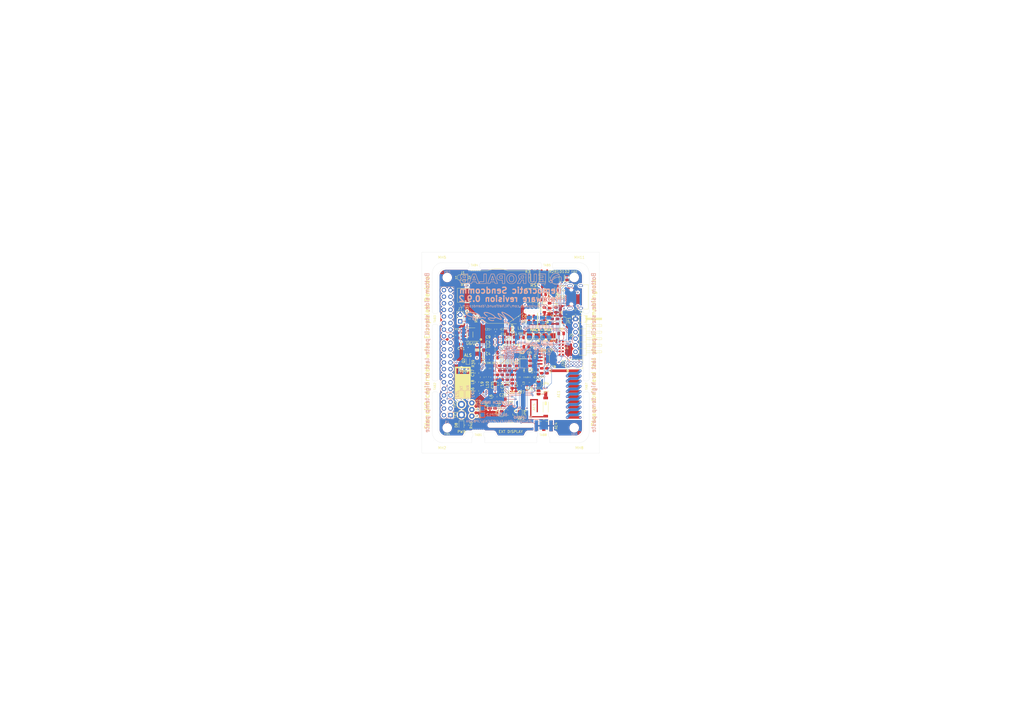
<source format=kicad_pcb>
(kicad_pcb (version 20171130) (host pcbnew 5.1.5+dfsg1-2build2)

  (general
    (thickness 1.6)
    (drawings 179)
    (tracks 1205)
    (zones 0)
    (modules 143)
    (nets 132)
  )

  (page A3)
  (title_block
    (title "Democratic Sendcomm")
    (date 2020-12-26)
    (rev 0.9.2)
    (company "Europalab Devices")
    (comment 1 "Copyright © 2020, Europalab Devices")
    (comment 2 "Fulfilling requirements of 20200210")
    (comment 3 "Pending quality assurance testing")
    (comment 4 "Release revision for manufacturing")
  )

  (layers
    (0 F.Cu signal)
    (1 In1.Cu power)
    (2 In2.Cu power)
    (31 B.Cu signal)
    (34 B.Paste user)
    (35 F.Paste user)
    (36 B.SilkS user)
    (37 F.SilkS user)
    (38 B.Mask user)
    (39 F.Mask user)
    (40 Dwgs.User user)
    (41 Cmts.User user)
    (44 Edge.Cuts user)
    (45 Margin user)
    (46 B.CrtYd user)
    (47 F.CrtYd user)
    (48 B.Fab user)
    (49 F.Fab user)
  )

  (setup
    (last_trace_width 0.127)
    (user_trace_width 0.1016)
    (user_trace_width 0.127)
    (user_trace_width 0.2)
    (trace_clearance 0.09)
    (zone_clearance 0.508)
    (zone_45_only no)
    (trace_min 0.09)
    (via_size 0.356)
    (via_drill 0.2)
    (via_min_size 0.356)
    (via_min_drill 0.2)
    (user_via 0.45 0.2)
    (user_via 0.6 0.3)
    (uvia_size 0.45)
    (uvia_drill 0.1)
    (uvias_allowed no)
    (uvia_min_size 0.45)
    (uvia_min_drill 0.1)
    (edge_width 0.1)
    (segment_width 0.1)
    (pcb_text_width 0.25)
    (pcb_text_size 1 1)
    (mod_edge_width 0.15)
    (mod_text_size 1 1)
    (mod_text_width 0.15)
    (pad_size 1.95 0.6)
    (pad_drill 0)
    (pad_to_mask_clearance 0)
    (aux_axis_origin 0 0)
    (visible_elements 7FFFFFFF)
    (pcbplotparams
      (layerselection 0x313fc_ffffffff)
      (usegerberextensions true)
      (usegerberattributes false)
      (usegerberadvancedattributes false)
      (creategerberjobfile false)
      (excludeedgelayer true)
      (linewidth 0.150000)
      (plotframeref false)
      (viasonmask false)
      (mode 1)
      (useauxorigin false)
      (hpglpennumber 1)
      (hpglpenspeed 20)
      (hpglpendiameter 15.000000)
      (psnegative false)
      (psa4output false)
      (plotreference true)
      (plotvalue true)
      (plotinvisibletext false)
      (padsonsilk false)
      (subtractmaskfromsilk false)
      (outputformat 1)
      (mirror false)
      (drillshape 0)
      (scaleselection 1)
      (outputdirectory "fabsingle"))
  )

  (net 0 "")
  (net 1 GND)
  (net 2 "Net-(AE1-Pad1)")
  (net 3 /Sheet5F53D5B4/RFSWPWR)
  (net 4 "Net-(C8-Pad1)")
  (net 5 /Sheet5F53D5B4/POWAMP)
  (net 6 "Net-(C13-Pad1)")
  (net 7 /Sheet5F53D5B4/HFOUT)
  (net 8 +3V3)
  (net 9 "Net-(C29-Pad1)")
  (net 10 /Sheet5F53D5B4/HPOUT)
  (net 11 /Sheet5F53D5B4/HFIN)
  (net 12 /Sheet5F53D5B4/BANDSEL)
  (net 13 "Net-(BT1-Pad1)")
  (net 14 /Sheet5F53D5B4/USB_BUS)
  (net 15 "Net-(C33-Pad1)")
  (net 16 "Net-(C34-Pad1)")
  (net 17 /Sheet5F53D5B4/CMDRST)
  (net 18 "Net-(D1-Pad2)")
  (net 19 "Net-(D1-Pad1)")
  (net 20 "Net-(D2-Pad1)")
  (net 21 "Net-(D2-Pad2)")
  (net 22 /Sheet5F53D5B4/USB_P)
  (net 23 /Sheet5F53D5B4/USB_N)
  (net 24 /Sheet60040980/ID_SD)
  (net 25 /Sheet60040980/ID_SC)
  (net 26 /Sheet5F53D5B4/SWDCLK)
  (net 27 "Net-(J3-Pad7)")
  (net 28 "Net-(J3-Pad8)")
  (net 29 "Net-(J4-Pad6)")
  (net 30 /Sheet5F53D5B4/CN_VBAT)
  (net 31 /Sheet5F53D5B4/XCEIV)
  (net 32 "Net-(AE5-Pad2)")
  (net 33 "Net-(C1-Pad1)")
  (net 34 "Net-(C7-Pad1)")
  (net 35 "Net-(C14-Pad1)")
  (net 36 "Net-(C17-Pad1)")
  (net 37 "Net-(C18-Pad2)")
  (net 38 "Net-(C19-Pad2)")
  (net 39 "Net-(C23-Pad2)")
  (net 40 "Net-(C23-Pad1)")
  (net 41 "Net-(C24-Pad1)")
  (net 42 "Net-(C24-Pad2)")
  (net 43 "Net-(C29-Pad2)")
  (net 44 "Net-(C33-Pad2)")
  (net 45 "Net-(C35-Pad2)")
  (net 46 "Net-(C40-Pad1)")
  (net 47 "Net-(J2-PadB5)")
  (net 48 "Net-(J2-PadA8)")
  (net 49 "Net-(J2-PadA5)")
  (net 50 "Net-(J2-PadB8)")
  (net 51 "Net-(J3-Pad2)")
  (net 52 "Net-(J3-Pad3)")
  (net 53 "Net-(J3-Pad4)")
  (net 54 "Net-(J3-Pad5)")
  (net 55 "Net-(J3-Pad10)")
  (net 56 "Net-(J3-Pad11)")
  (net 57 "Net-(J3-Pad12)")
  (net 58 "Net-(J3-Pad13)")
  (net 59 "Net-(J3-Pad15)")
  (net 60 "Net-(J3-Pad16)")
  (net 61 "Net-(J3-Pad18)")
  (net 62 "Net-(J3-Pad19)")
  (net 63 "Net-(J3-Pad21)")
  (net 64 "Net-(J3-Pad22)")
  (net 65 "Net-(J3-Pad23)")
  (net 66 "Net-(J3-Pad24)")
  (net 67 "Net-(J3-Pad26)")
  (net 68 "Net-(J3-Pad29)")
  (net 69 "Net-(J3-Pad31)")
  (net 70 "Net-(J3-Pad32)")
  (net 71 "Net-(J3-Pad33)")
  (net 72 "Net-(J3-Pad35)")
  (net 73 "Net-(J3-Pad36)")
  (net 74 "Net-(J3-Pad37)")
  (net 75 "Net-(J3-Pad38)")
  (net 76 "Net-(J3-Pad40)")
  (net 77 "Net-(J4-Pad7)")
  (net 78 "Net-(J4-Pad8)")
  (net 79 "Net-(J5-Pad2)")
  (net 80 "Net-(J5-Pad3)")
  (net 81 "Net-(J5-Pad6)")
  (net 82 "Net-(J6-Pad1)")
  (net 83 "Net-(L1-Pad2)")
  (net 84 "Net-(R3-Pad1)")
  (net 85 "Net-(R4-Pad1)")
  (net 86 "Net-(R4-Pad2)")
  (net 87 "Net-(U2-Pad5)")
  (net 88 "Net-(U3-PadG1)")
  (net 89 "Net-(U3-PadH1)")
  (net 90 "Net-(U3-PadE3)")
  (net 91 "Net-(U3-PadE4)")
  (net 92 "Net-(U3-PadF4)")
  (net 93 "Net-(U3-PadC7)")
  (net 94 "Net-(U3-PadD7)")
  (net 95 "Net-(U3-PadD8)")
  (net 96 "Net-(U5-Pad3)")
  (net 97 "Net-(U5-Pad4)")
  (net 98 "Net-(U8-Pad7)")
  (net 99 "Net-(U8-Pad3)")
  (net 100 "Net-(U8-Pad2)")
  (net 101 "Net-(U8-Pad1)")
  (net 102 "Net-(U9-Pad1)")
  (net 103 "Net-(U9-Pad2)")
  (net 104 "Net-(U9-Pad3)")
  (net 105 "Net-(U9-Pad7)")
  (net 106 /Sheet5F53D5B4/SWDIO)
  (net 107 "Net-(AE2-Pad1)")
  (net 108 "Net-(AE4-Pad1)")
  (net 109 "Net-(AE5-Pad1)")
  (net 110 "Net-(JP10-Pad1)")
  (net 111 "Net-(J6-Pad2)")
  (net 112 "Net-(J6-Pad3)")
  (net 113 "Net-(J6-Pad4)")
  (net 114 "Net-(J7-Pad1)")
  (net 115 "Net-(C95-Pad1)")
  (net 116 /TP_SCL)
  (net 117 /TP_SDA)
  (net 118 "Net-(J20-Pad6)")
  (net 119 "Net-(J20-Pad7)")
  (net 120 "Net-(J20-Pad8)")
  (net 121 "Net-(Q2-Pad2)")
  (net 122 EXT_UART_TX)
  (net 123 EXT_UART_RX)
  (net 124 "Net-(D8-Pad2)")
  (net 125 USB_TST)
  (net 126 "Net-(TP13-Pad1)")
  (net 127 "Net-(C94-Pad2)")
  (net 128 "Net-(C96-Pad1)")
  (net 129 /Sheet5F53D5B4/CRY_XIN-RSVD)
  (net 130 /Sheet5F53D5B4/CRY_XOUT-RSVD)
  (net 131 "Net-(C97-Pad1)")

  (net_class Default "This is the default net class."
    (clearance 0.09)
    (trace_width 0.09)
    (via_dia 0.356)
    (via_drill 0.2)
    (uvia_dia 0.45)
    (uvia_drill 0.1)
    (add_net +3V3)
    (add_net /Sheet5F53D5B4/BANDSEL)
    (add_net /Sheet5F53D5B4/CMDRST)
    (add_net /Sheet5F53D5B4/CN_VBAT)
    (add_net /Sheet5F53D5B4/CRY_XIN-RSVD)
    (add_net /Sheet5F53D5B4/CRY_XOUT-RSVD)
    (add_net /Sheet5F53D5B4/HFIN)
    (add_net /Sheet5F53D5B4/HFOUT)
    (add_net /Sheet5F53D5B4/HPOUT)
    (add_net /Sheet5F53D5B4/POWAMP)
    (add_net /Sheet5F53D5B4/RFSWPWR)
    (add_net /Sheet5F53D5B4/SWDCLK)
    (add_net /Sheet5F53D5B4/SWDIO)
    (add_net /Sheet5F53D5B4/USB_BUS)
    (add_net /Sheet5F53D5B4/USB_N)
    (add_net /Sheet5F53D5B4/USB_P)
    (add_net /Sheet5F53D5B4/XCEIV)
    (add_net /Sheet60040980/ID_SC)
    (add_net /Sheet60040980/ID_SD)
    (add_net /TP_SCL)
    (add_net /TP_SDA)
    (add_net EXT_UART_RX)
    (add_net EXT_UART_TX)
    (add_net GND)
    (add_net "Net-(AE1-Pad1)")
    (add_net "Net-(AE2-Pad1)")
    (add_net "Net-(AE4-Pad1)")
    (add_net "Net-(AE5-Pad1)")
    (add_net "Net-(AE5-Pad2)")
    (add_net "Net-(BT1-Pad1)")
    (add_net "Net-(C1-Pad1)")
    (add_net "Net-(C13-Pad1)")
    (add_net "Net-(C14-Pad1)")
    (add_net "Net-(C17-Pad1)")
    (add_net "Net-(C18-Pad2)")
    (add_net "Net-(C19-Pad2)")
    (add_net "Net-(C23-Pad1)")
    (add_net "Net-(C23-Pad2)")
    (add_net "Net-(C24-Pad1)")
    (add_net "Net-(C24-Pad2)")
    (add_net "Net-(C29-Pad1)")
    (add_net "Net-(C29-Pad2)")
    (add_net "Net-(C33-Pad1)")
    (add_net "Net-(C33-Pad2)")
    (add_net "Net-(C34-Pad1)")
    (add_net "Net-(C35-Pad2)")
    (add_net "Net-(C40-Pad1)")
    (add_net "Net-(C7-Pad1)")
    (add_net "Net-(C8-Pad1)")
    (add_net "Net-(C94-Pad2)")
    (add_net "Net-(C95-Pad1)")
    (add_net "Net-(C96-Pad1)")
    (add_net "Net-(C97-Pad1)")
    (add_net "Net-(D1-Pad1)")
    (add_net "Net-(D1-Pad2)")
    (add_net "Net-(D2-Pad1)")
    (add_net "Net-(D2-Pad2)")
    (add_net "Net-(D8-Pad2)")
    (add_net "Net-(J2-PadA5)")
    (add_net "Net-(J2-PadA8)")
    (add_net "Net-(J2-PadB5)")
    (add_net "Net-(J2-PadB8)")
    (add_net "Net-(J20-Pad6)")
    (add_net "Net-(J20-Pad7)")
    (add_net "Net-(J20-Pad8)")
    (add_net "Net-(J3-Pad10)")
    (add_net "Net-(J3-Pad11)")
    (add_net "Net-(J3-Pad12)")
    (add_net "Net-(J3-Pad13)")
    (add_net "Net-(J3-Pad15)")
    (add_net "Net-(J3-Pad16)")
    (add_net "Net-(J3-Pad18)")
    (add_net "Net-(J3-Pad19)")
    (add_net "Net-(J3-Pad2)")
    (add_net "Net-(J3-Pad21)")
    (add_net "Net-(J3-Pad22)")
    (add_net "Net-(J3-Pad23)")
    (add_net "Net-(J3-Pad24)")
    (add_net "Net-(J3-Pad26)")
    (add_net "Net-(J3-Pad29)")
    (add_net "Net-(J3-Pad3)")
    (add_net "Net-(J3-Pad31)")
    (add_net "Net-(J3-Pad32)")
    (add_net "Net-(J3-Pad33)")
    (add_net "Net-(J3-Pad35)")
    (add_net "Net-(J3-Pad36)")
    (add_net "Net-(J3-Pad37)")
    (add_net "Net-(J3-Pad38)")
    (add_net "Net-(J3-Pad4)")
    (add_net "Net-(J3-Pad40)")
    (add_net "Net-(J3-Pad5)")
    (add_net "Net-(J3-Pad7)")
    (add_net "Net-(J3-Pad8)")
    (add_net "Net-(J4-Pad6)")
    (add_net "Net-(J4-Pad7)")
    (add_net "Net-(J4-Pad8)")
    (add_net "Net-(J5-Pad2)")
    (add_net "Net-(J5-Pad3)")
    (add_net "Net-(J5-Pad6)")
    (add_net "Net-(J6-Pad1)")
    (add_net "Net-(J6-Pad2)")
    (add_net "Net-(J6-Pad3)")
    (add_net "Net-(J6-Pad4)")
    (add_net "Net-(J7-Pad1)")
    (add_net "Net-(JP10-Pad1)")
    (add_net "Net-(L1-Pad2)")
    (add_net "Net-(Q2-Pad2)")
    (add_net "Net-(R3-Pad1)")
    (add_net "Net-(R4-Pad1)")
    (add_net "Net-(R4-Pad2)")
    (add_net "Net-(TP13-Pad1)")
    (add_net "Net-(U2-Pad5)")
    (add_net "Net-(U3-PadC7)")
    (add_net "Net-(U3-PadD7)")
    (add_net "Net-(U3-PadD8)")
    (add_net "Net-(U3-PadE3)")
    (add_net "Net-(U3-PadE4)")
    (add_net "Net-(U3-PadF4)")
    (add_net "Net-(U3-PadG1)")
    (add_net "Net-(U3-PadH1)")
    (add_net "Net-(U5-Pad3)")
    (add_net "Net-(U5-Pad4)")
    (add_net "Net-(U8-Pad1)")
    (add_net "Net-(U8-Pad2)")
    (add_net "Net-(U8-Pad3)")
    (add_net "Net-(U8-Pad7)")
    (add_net "Net-(U9-Pad1)")
    (add_net "Net-(U9-Pad2)")
    (add_net "Net-(U9-Pad3)")
    (add_net "Net-(U9-Pad7)")
    (add_net USB_TST)
  )

  (net_class Power ""
    (clearance 0.2)
    (trace_width 0.5)
    (via_dia 1)
    (via_drill 0.7)
    (uvia_dia 0.5)
    (uvia_drill 0.1)
  )

  (module Elabdev:Panel_Mousetab_25mm_Single (layer F.Cu) (tedit 5CD9E502) (tstamp 5FEC726C)
    (at 222.5 179.75 90)
    (path /5CD9EB0D)
    (fp_text reference TAB8 (at 0 0) (layer F.SilkS)
      (effects (font (size 0.8 0.8) (thickness 0.13)))
    )
    (fp_text value Pantab (at -3.25 0 180) (layer F.Fab)
      (effects (font (size 1 1) (thickness 0.15)))
    )
    (fp_line (start 1.25 -2.2) (end 1.25 2.2) (layer F.Fab) (width 0.15))
    (fp_line (start -1.25 -2.2) (end -1.25 2.2) (layer F.Fab) (width 0.15))
    (fp_line (start 2.1 -2.6) (end 2.1 2.6) (layer F.CrtYd) (width 0.15))
    (fp_line (start 2.1 2.6) (end -2.1 2.6) (layer F.CrtYd) (width 0.15))
    (fp_line (start -2.1 2.6) (end -2.1 -2.6) (layer F.CrtYd) (width 0.15))
    (fp_line (start -2.1 -2.6) (end 2.1 -2.6) (layer F.CrtYd) (width 0.15))
    (pad "" np_thru_hole circle (at 1.35 2 90) (size 0.5 0.5) (drill 0.5) (layers *.Cu))
    (pad "" np_thru_hole circle (at 1.35 1.2 90) (size 0.5 0.5) (drill 0.5) (layers *.Cu))
    (pad "" np_thru_hole circle (at 1.35 0.4 90) (size 0.5 0.5) (drill 0.5) (layers *.Cu))
    (pad "" np_thru_hole circle (at 1.35 -0.4 90) (size 0.5 0.5) (drill 0.5) (layers *.Cu))
    (pad "" np_thru_hole circle (at 1.35 -1.2 90) (size 0.5 0.5) (drill 0.5) (layers *.Cu))
    (pad "" np_thru_hole circle (at 1.35 -2 90) (size 0.5 0.5) (drill 0.5) (layers *.Cu))
  )

  (module Capacitor_SMD:C_0805_2012Metric (layer F.Cu) (tedit 5B36C52B) (tstamp 5FEB8111)
    (at 211.5 143.0625 270)
    (descr "Capacitor SMD 0805 (2012 Metric), square (rectangular) end terminal, IPC_7351 nominal, (Body size source: https://docs.google.com/spreadsheets/d/1BsfQQcO9C6DZCsRaXUlFlo91Tg2WpOkGARC1WS5S8t0/edit?usp=sharing), generated with kicad-footprint-generator")
    (tags capacitor)
    (path /5F53D5B5/5F609CF5)
    (attr smd)
    (fp_text reference C19 (at -2.0625 0 180) (layer F.SilkS)
      (effects (font (size 0.7 0.7) (thickness 0.1)))
    )
    (fp_text value 15pF (at 0 1.65 90) (layer F.Fab)
      (effects (font (size 1 1) (thickness 0.15)))
    )
    (fp_line (start -1 0.6) (end -1 -0.6) (layer F.Fab) (width 0.1))
    (fp_line (start -1 -0.6) (end 1 -0.6) (layer F.Fab) (width 0.1))
    (fp_line (start 1 -0.6) (end 1 0.6) (layer F.Fab) (width 0.1))
    (fp_line (start 1 0.6) (end -1 0.6) (layer F.Fab) (width 0.1))
    (fp_line (start -0.258578 -0.71) (end 0.258578 -0.71) (layer F.SilkS) (width 0.12))
    (fp_line (start -0.258578 0.71) (end 0.258578 0.71) (layer F.SilkS) (width 0.12))
    (fp_line (start -1.68 0.95) (end -1.68 -0.95) (layer F.CrtYd) (width 0.05))
    (fp_line (start -1.68 -0.95) (end 1.68 -0.95) (layer F.CrtYd) (width 0.05))
    (fp_line (start 1.68 -0.95) (end 1.68 0.95) (layer F.CrtYd) (width 0.05))
    (fp_line (start 1.68 0.95) (end -1.68 0.95) (layer F.CrtYd) (width 0.05))
    (fp_text user %R (at 0 0 90) (layer F.Fab)
      (effects (font (size 0.5 0.5) (thickness 0.08)))
    )
    (pad 1 smd roundrect (at -0.9375 0 270) (size 0.975 1.4) (layers F.Cu F.Paste F.Mask) (roundrect_rratio 0.25)
      (net 1 GND))
    (pad 2 smd roundrect (at 0.9375 0 270) (size 0.975 1.4) (layers F.Cu F.Paste F.Mask) (roundrect_rratio 0.25)
      (net 38 "Net-(C19-Pad2)"))
    (model ${KISYS3DMOD}/Capacitor_SMD.3dshapes/C_0805_2012Metric.wrl
      (at (xyz 0 0 0))
      (scale (xyz 1 1 1))
      (rotate (xyz 0 0 0))
    )
  )

  (module Elabdev:Meinkuerzel_signature_480DPI (layer B.Cu) (tedit 0) (tstamp 5FBE809B)
    (at 202 134 180)
    (fp_text reference G1 (at 0 0) (layer B.SilkS) hide
      (effects (font (size 1.524 1.524) (thickness 0.3)) (justify mirror))
    )
    (fp_text value Meinkuerzel_signature (at 0.75 0) (layer B.SilkS) hide
      (effects (font (size 1.524 1.524) (thickness 0.3)) (justify mirror))
    )
    (fp_poly (pts (xy 7.849084 1.675651) (xy 8.303148 1.632827) (xy 8.685942 1.550363) (xy 8.876057 1.481326)
      (xy 9.07938 1.34976) (xy 9.204465 1.178624) (xy 9.241225 0.986809) (xy 9.210768 0.854557)
      (xy 9.078684 0.643748) (xy 8.864557 0.429964) (xy 8.589687 0.233059) (xy 8.471807 0.165759)
      (xy 8.232808 0.053863) (xy 7.923436 -0.068816) (xy 7.576824 -0.190996) (xy 7.226108 -0.301392)
      (xy 6.904421 -0.388723) (xy 6.731621 -0.426811) (xy 6.398868 -0.490816) (xy 6.556265 -0.586535)
      (xy 6.736632 -0.743549) (xy 6.819572 -0.938245) (xy 6.82625 -1.022915) (xy 6.780462 -1.15416)
      (xy 6.660466 -1.295963) (xy 6.49231 -1.424979) (xy 6.30204 -1.517866) (xy 6.258842 -1.531402)
      (xy 6.0446 -1.569955) (xy 5.805186 -1.581627) (xy 5.582286 -1.566858) (xy 5.417587 -1.526091)
      (xy 5.409578 -1.522402) (xy 5.285381 -1.409276) (xy 5.232727 -1.237525) (xy 5.243042 -1.133742)
      (xy 5.545646 -1.133742) (xy 5.569322 -1.243922) (xy 5.599007 -1.270742) (xy 5.725804 -1.30367)
      (xy 5.911501 -1.301091) (xy 6.117136 -1.267785) (xy 6.303743 -1.20853) (xy 6.368163 -1.176419)
      (xy 6.483421 -1.090411) (xy 6.547775 -1.006994) (xy 6.550669 -0.996984) (xy 6.519163 -0.903747)
      (xy 6.404517 -0.814537) (xy 6.229026 -0.742568) (xy 6.060328 -0.706358) (xy 5.903418 -0.693399)
      (xy 5.806355 -0.717484) (xy 5.726223 -0.79035) (xy 5.718194 -0.79992) (xy 5.596762 -0.979847)
      (xy 5.545646 -1.133742) (xy 5.243042 -1.133742) (xy 5.253531 -1.028227) (xy 5.344918 -0.810631)
      (xy 5.442538 -0.642303) (xy 5.295353 -0.646487) (xy 5.12125 -0.625399) (xy 5.035885 -0.550663)
      (xy 5.027083 -0.501447) (xy 5.075804 -0.410776) (xy 5.222941 -0.351671) (xy 5.469958 -0.32355)
      (xy 5.476875 -0.323261) (xy 5.599677 -0.314345) (xy 5.697993 -0.289875) (xy 5.794712 -0.235966)
      (xy 5.912725 -0.138734) (xy 6.074923 0.015705) (xy 6.138333 0.077935) (xy 6.357426 0.284825)
      (xy 6.520758 0.415811) (xy 6.63982 0.476704) (xy 6.726105 0.473318) (xy 6.791106 0.411464)
      (xy 6.792772 0.408883) (xy 6.813029 0.349999) (xy 6.787897 0.281807) (xy 6.704882 0.184844)
      (xy 6.561666 0.048946) (xy 6.270625 -0.217166) (xy 6.532899 -0.183078) (xy 6.900304 -0.115245)
      (xy 7.289474 -0.008645) (xy 7.678243 0.127507) (xy 8.044445 0.283994) (xy 8.365914 0.451601)
      (xy 8.620483 0.621112) (xy 8.749193 0.738377) (xy 8.856936 0.865956) (xy 8.92727 0.965202)
      (xy 8.942916 1.001728) (xy 8.895983 1.084773) (xy 8.773369 1.176095) (xy 8.602358 1.259484)
      (xy 8.410231 1.318727) (xy 8.408998 1.318992) (xy 8.149682 1.354937) (xy 7.8128 1.371973)
      (xy 7.424917 1.370093) (xy 7.012599 1.349291) (xy 6.686734 1.319437) (xy 6.066773 1.222977)
      (xy 5.517194 1.081213) (xy 5.043989 0.897075) (xy 4.653152 0.673494) (xy 4.350673 0.413401)
      (xy 4.142546 0.119727) (xy 4.114637 0.061443) (xy 4.047094 -0.15251) (xy 4.06025 -0.336634)
      (xy 4.160207 -0.518581) (xy 4.270456 -0.644496) (xy 4.390411 -0.79173) (xy 4.431252 -0.900383)
      (xy 4.427296 -0.922309) (xy 4.357272 -0.99719) (xy 4.242023 -0.977517) (xy 4.082983 -0.863726)
      (xy 4.010682 -0.795217) (xy 3.879838 -0.680755) (xy 3.765594 -0.608691) (xy 3.712637 -0.594925)
      (xy 3.6215 -0.594723) (xy 3.455888 -0.585507) (xy 3.246599 -0.569127) (xy 3.175 -0.562633)
      (xy 2.951086 -0.544014) (xy 2.793821 -0.54282) (xy 2.664643 -0.565021) (xy 2.524987 -0.61659)
      (xy 2.371034 -0.687127) (xy 2.100169 -0.795663) (xy 1.89262 -0.837972) (xy 1.841867 -0.837015)
      (xy 1.72083 -0.812158) (xy 1.663036 -0.745697) (xy 1.637803 -0.635) (xy 1.623821 -0.491701)
      (xy 1.628566 -0.389706) (xy 1.630235 -0.383646) (xy 1.692219 -0.322789) (xy 1.789679 -0.330876)
      (xy 1.885465 -0.399867) (xy 1.916539 -0.445597) (xy 1.984375 -0.573694) (xy 2.371569 -0.384068)
      (xy 2.758764 -0.194442) (xy 3.165319 -0.256321) (xy 3.413597 -0.293214) (xy 3.576071 -0.310583)
      (xy 3.67165 -0.304292) (xy 3.719238 -0.270208) (xy 3.737742 -0.204195) (xy 3.744012 -0.129767)
      (xy 3.817818 0.177969) (xy 3.989413 0.470621) (xy 4.251219 0.74303) (xy 4.595656 0.99004)
      (xy 5.015149 1.206492) (xy 5.502117 1.387229) (xy 6.048984 1.527094) (xy 6.228561 1.561184)
      (xy 6.794861 1.64034) (xy 7.340678 1.678326) (xy 7.849084 1.675651)) (layer B.SilkS) (width 0.01))
    (fp_poly (pts (xy -4.580024 1.756567) (xy -4.544854 1.74305) (xy -4.466016 1.67622) (xy -4.437143 1.580417)
      (xy -4.461964 1.447967) (xy -4.544204 1.271201) (xy -4.68759 1.042447) (xy -4.895848 0.754033)
      (xy -5.172705 0.39829) (xy -5.237349 0.3175) (xy -5.411926 0.098408) (xy -5.577817 -0.112809)
      (xy -5.714811 -0.290245) (xy -5.794689 -0.396875) (xy -5.948296 -0.608542) (xy -5.791961 -0.468507)
      (xy -5.700695 -0.392772) (xy -5.541009 -0.266466) (xy -5.329307 -0.10231) (xy -5.081994 0.086977)
      (xy -4.815472 0.288675) (xy -4.815417 0.288716) (xy -4.345432 0.631252) (xy -3.946225 0.897872)
      (xy -3.615767 1.089474) (xy -3.352032 1.206955) (xy -3.152989 1.251211) (xy -3.016612 1.223138)
      (xy -2.940872 1.123633) (xy -2.939055 1.118116) (xy -2.92791 1.023519) (xy -2.955738 0.908417)
      (xy -3.029742 0.759005) (xy -3.157121 0.561475) (xy -3.345079 0.302021) (xy -3.409058 0.217037)
      (xy -3.654587 -0.113597) (xy -3.860834 -0.404313) (xy -4.022275 -0.646491) (xy -4.133388 -0.831509)
      (xy -4.188652 -0.950744) (xy -4.185335 -0.994958) (xy -4.120655 -0.981486) (xy -3.976478 -0.932768)
      (xy -3.770527 -0.855371) (xy -3.520529 -0.755864) (xy -3.349225 -0.685128) (xy -3.06462 -0.570045)
      (xy -2.797019 -0.469163) (xy -2.569108 -0.390505) (xy -2.403576 -0.342097) (xy -2.349431 -0.331513)
      (xy -2.183877 -0.291941) (xy -2.07811 -0.206425) (xy -2.041672 -0.151915) (xy -1.850086 0.096101)
      (xy -1.567603 0.354844) (xy -1.207453 0.616123) (xy -0.78287 0.87175) (xy -0.307084 1.113536)
      (xy 0.206672 1.333293) (xy 0.574448 1.467145) (xy 0.853452 1.556991) (xy 1.074831 1.61415)
      (xy 1.278935 1.645957) (xy 1.506112 1.659747) (xy 1.647661 1.662241) (xy 1.89537 1.661355)
      (xy 2.061526 1.650821) (xy 2.170245 1.626908) (xy 2.245641 1.585888) (xy 2.269431 1.566069)
      (xy 2.364656 1.413892) (xy 2.378536 1.21834) (xy 2.31231 1.002224) (xy 2.231511 0.867835)
      (xy 2.055394 0.653788) (xy 1.846452 0.444397) (xy 1.622129 0.252501) (xy 1.399873 0.090942)
      (xy 1.19713 -0.02744) (xy 1.031346 -0.089804) (xy 0.931657 -0.088852) (xy 0.853749 -0.025156)
      (xy 0.874571 0.06423) (xy 0.991583 0.174246) (xy 1.09802 0.242886) (xy 1.314624 0.387246)
      (xy 1.527802 0.560014) (xy 1.72429 0.746283) (xy 1.890825 0.931146) (xy 2.014146 1.099697)
      (xy 2.080988 1.237027) (xy 2.078088 1.32823) (xy 2.071165 1.336667) (xy 1.954541 1.387475)
      (xy 1.756832 1.400928) (xy 1.494763 1.380087) (xy 1.185063 1.328013) (xy 0.844457 1.247766)
      (xy 0.489674 1.142406) (xy 0.137439 1.014995) (xy -0.00172 0.957368) (xy -0.385109 0.777304)
      (xy -0.74297 0.581237) (xy -1.065571 0.377182) (xy -1.343179 0.173152) (xy -1.566062 -0.022838)
      (xy -1.724487 -0.202776) (xy -1.808722 -0.358647) (xy -1.809035 -0.482438) (xy -1.789329 -0.514562)
      (xy -1.69188 -0.558953) (xy -1.49842 -0.578536) (xy -1.2158 -0.573404) (xy -0.850872 -0.543648)
      (xy -0.464887 -0.496867) (xy -0.056607 -0.452123) (xy 0.260382 -0.442712) (xy 0.494773 -0.469264)
      (xy 0.655256 -0.532408) (xy 0.714552 -0.58228) (xy 0.776217 -0.725165) (xy 0.746162 -0.908878)
      (xy 0.632079 -1.115352) (xy 0.45893 -1.290216) (xy 0.2117 -1.450188) (xy -0.085638 -1.588107)
      (xy -0.409112 -1.696809) (xy -0.734748 -1.769134) (xy -1.038572 -1.797919) (xy -1.296612 -1.776003)
      (xy -1.42875 -1.731015) (xy -1.546706 -1.617759) (xy -1.577815 -1.519827) (xy -1.560687 -1.389395)
      (xy -1.486335 -1.336349) (xy -1.378138 -1.369493) (xy -1.317893 -1.421952) (xy -1.19986 -1.505637)
      (xy -1.092449 -1.534584) (xy -0.859949 -1.513387) (xy -0.579373 -1.457345) (xy -0.297878 -1.377776)
      (xy -0.068589 -1.288836) (xy 0.116249 -1.181832) (xy 0.284174 -1.050661) (xy 0.411262 -0.917533)
      (xy 0.473586 -0.804658) (xy 0.47625 -0.783054) (xy 0.425256 -0.757675) (xy 0.277287 -0.748743)
      (xy 0.039858 -0.755912) (xy -0.279513 -0.778835) (xy -0.673311 -0.817167) (xy -0.956033 -0.849048)
      (xy -1.308534 -0.882196) (xy -1.57585 -0.8857) (xy -1.774982 -0.85746) (xy -1.922933 -0.795374)
      (xy -2.017888 -0.717835) (xy -2.096716 -0.653738) (xy -2.190635 -0.62131) (xy -2.313833 -0.623423)
      (xy -2.480498 -0.662945) (xy -2.704818 -0.742748) (xy -3.00098 -0.865702) (xy -3.216817 -0.960383)
      (xy -3.585839 -1.11854) (xy -3.874386 -1.227749) (xy -4.094462 -1.290524) (xy -4.258069 -1.309381)
      (xy -4.377212 -1.286836) (xy -4.463891 -1.225404) (xy -4.466704 -1.222337) (xy -4.518051 -1.14061)
      (xy -4.530831 -1.040781) (xy -4.500098 -0.912213) (xy -4.420902 -0.744269) (xy -4.288295 -0.526313)
      (xy -4.097327 -0.247708) (xy -3.863138 0.07498) (xy -3.679345 0.325213) (xy -3.519393 0.545064)
      (xy -3.393108 0.720859) (xy -3.310313 0.838921) (xy -3.280834 0.885525) (xy -3.323557 0.888476)
      (xy -3.399896 0.869711) (xy -3.542096 0.805036) (xy -3.750284 0.678102) (xy -4.027571 0.486762)
      (xy -4.377062 0.228867) (xy -4.801868 -0.097732) (xy -4.81991 -0.111817) (xy -5.187034 -0.396401)
      (xy -5.482932 -0.620081) (xy -5.717862 -0.789492) (xy -5.902078 -0.911266) (xy -6.045837 -0.99204)
      (xy -6.159396 -1.038447) (xy -6.25301 -1.057121) (xy -6.283148 -1.058333) (xy -6.40378 -1.045849)
      (xy -6.450441 -0.994435) (xy -6.455563 -0.939271) (xy -6.445942 -0.865735) (xy -6.412644 -0.776476)
      (xy -6.348546 -0.66103) (xy -6.24652 -0.508935) (xy -6.099443 -0.309727) (xy -5.90019 -0.052942)
      (xy -5.641635 0.271882) (xy -5.570553 0.360397) (xy -5.363566 0.620769) (xy -5.174974 0.863504)
      (xy -5.016826 1.072659) (xy -4.901172 1.23229) (xy -4.84006 1.326453) (xy -4.839117 1.328251)
      (xy -4.786636 1.436383) (xy -4.790145 1.473528) (xy -4.856494 1.462433) (xy -4.877731 1.456477)
      (xy -4.973599 1.420322) (xy -5.140081 1.348706) (xy -5.352621 1.252468) (xy -5.55625 1.156974)
      (xy -6.094525 0.881508) (xy -6.644499 0.565345) (xy -7.182748 0.223911) (xy -7.685848 -0.12737)
      (xy -8.130378 -0.473072) (xy -8.424687 -0.732038) (xy -8.650145 -0.95487) (xy -8.800069 -1.131002)
      (xy -8.884377 -1.276175) (xy -8.912984 -1.406131) (xy -8.905425 -1.495188) (xy -8.906488 -1.61853)
      (xy -8.964006 -1.672137) (xy -9.075823 -1.672519) (xy -9.156792 -1.593028) (xy -9.200558 -1.456755)
      (xy -9.200763 -1.286789) (xy -9.151052 -1.106218) (xy -9.131299 -1.06447) (xy -9.024915 -0.913844)
      (xy -8.843627 -0.718433) (xy -8.601654 -0.490528) (xy -8.313213 -0.242422) (xy -7.992524 0.013592)
      (xy -7.653804 0.265222) (xy -7.3545 0.471681) (xy -6.896098 0.764541) (xy -6.449337 1.028776)
      (xy -6.024338 1.259805) (xy -5.631223 1.453048) (xy -5.280112 1.603926) (xy -4.981128 1.707858)
      (xy -4.744392 1.760265) (xy -4.580024 1.756567)) (layer B.SilkS) (width 0.01))
  )

  (module Elabdev:Panel_Mousetab_25mm_Single (layer F.Cu) (tedit 5CD9E59A) (tstamp 5FBE7343)
    (at 224 114.25 270)
    (path /5CD5C3A7)
    (fp_text reference TAB5 (at 0 0 180) (layer F.SilkS)
      (effects (font (size 0.8 0.8) (thickness 0.13)))
    )
    (fp_text value Pantab (at 0 -3.5 270) (layer F.Fab)
      (effects (font (size 1 1) (thickness 0.15)))
    )
    (fp_line (start -2.1 -2.6) (end 2.1 -2.6) (layer F.CrtYd) (width 0.15))
    (fp_line (start -2.1 2.6) (end -2.1 -2.6) (layer F.CrtYd) (width 0.15))
    (fp_line (start 2.1 2.6) (end -2.1 2.6) (layer F.CrtYd) (width 0.15))
    (fp_line (start 2.1 -2.6) (end 2.1 2.6) (layer F.CrtYd) (width 0.15))
    (fp_line (start -1.25 -2.2) (end -1.25 2.2) (layer F.Fab) (width 0.15))
    (fp_line (start 1.25 -2.2) (end 1.25 2.2) (layer F.Fab) (width 0.15))
    (pad "" np_thru_hole circle (at 1.35 -2 270) (size 0.5 0.5) (drill 0.5) (layers *.Cu))
    (pad "" np_thru_hole circle (at 1.35 -1.2 270) (size 0.5 0.5) (drill 0.5) (layers *.Cu))
    (pad "" np_thru_hole circle (at 1.35 -0.4 270) (size 0.5 0.5) (drill 0.5) (layers *.Cu))
    (pad "" np_thru_hole circle (at 1.35 0.4 270) (size 0.5 0.5) (drill 0.5) (layers *.Cu))
    (pad "" np_thru_hole circle (at 1.35 1.2 270) (size 0.5 0.5) (drill 0.5) (layers *.Cu))
    (pad "" np_thru_hole circle (at 1.35 2 270) (size 0.5 0.5) (drill 0.5) (layers *.Cu))
  )

  (module Elabdev:Elablogoslk-Gfx (layer B.Cu) (tedit 0) (tstamp 5FBDF7AF)
    (at 210 119.5 180)
    (fp_text reference G** (at 0 0) (layer B.SilkS) hide
      (effects (font (size 1.524 1.524) (thickness 0.3)) (justify mirror))
    )
    (fp_text value Elablogoslk (at 0.75 0) (layer B.SilkS) hide
      (effects (font (size 1.524 1.524) (thickness 0.3)) (justify mirror))
    )
    (fp_poly (pts (xy -15.405836 -0.675184) (xy -15.287483 -0.702055) (xy -15.188143 -0.754619) (xy -15.108772 -0.827765)
      (xy -15.050327 -0.916382) (xy -15.013763 -1.015359) (xy -15.000037 -1.119584) (xy -15.010104 -1.223945)
      (xy -15.04492 -1.323332) (xy -15.105441 -1.412633) (xy -15.192623 -1.486737) (xy -15.24833 -1.517344)
      (xy -15.356716 -1.550357) (xy -15.476625 -1.557984) (xy -15.592872 -1.539403) (xy -15.602283 -1.53653)
      (xy -15.678123 -1.497127) (xy -15.752493 -1.432517) (xy -15.815972 -1.352895) (xy -15.859141 -1.268459)
      (xy -15.864155 -1.2531) (xy -15.88425 -1.176683) (xy -15.891257 -1.117668) (xy -15.885212 -1.059627)
      (xy -15.866149 -0.986134) (xy -15.864727 -0.981328) (xy -15.815988 -0.8777) (xy -15.739972 -0.790432)
      (xy -15.643773 -0.72426) (xy -15.534487 -0.683915) (xy -15.419207 -0.674131) (xy -15.405836 -0.675184)) (layer B.Mask) (width 0.01))
    (fp_poly (pts (xy 17.476107 1.827609) (xy 17.687258 1.825899) (xy 17.865618 1.824237) (xy 18.014678 1.822477)
      (xy 18.137934 1.82047) (xy 18.238879 1.818068) (xy 18.321005 1.815122) (xy 18.387806 1.811484)
      (xy 18.442776 1.807007) (xy 18.489407 1.801541) (xy 18.531194 1.794939) (xy 18.57163 1.787052)
      (xy 18.6055 1.779685) (xy 18.771822 1.733432) (xy 18.923911 1.673315) (xy 19.054677 1.602656)
      (xy 19.157033 1.524776) (xy 19.164226 1.5179) (xy 19.246251 1.417951) (xy 19.315464 1.294688)
      (xy 19.365371 1.16053) (xy 19.377923 1.109275) (xy 19.39052 1.010407) (xy 19.393203 0.893754)
      (xy 19.386762 0.771789) (xy 19.371983 0.656983) (xy 19.349655 0.561808) (xy 19.341939 0.539811)
      (xy 19.283862 0.430962) (xy 19.19941 0.326298) (xy 19.097976 0.236127) (xy 19.019624 0.185927)
      (xy 18.914298 0.12941) (xy 18.968542 0.109123) (xy 19.093064 0.054672) (xy 19.194891 -0.009335)
      (xy 19.285933 -0.089714) (xy 19.390804 -0.214403) (xy 19.467199 -0.350129) (xy 19.516977 -0.501894)
      (xy 19.541997 -0.674698) (xy 19.545898 -0.789214) (xy 19.53245 -0.987132) (xy 19.491752 -1.163006)
      (xy 19.423278 -1.317328) (xy 19.326496 -1.450588) (xy 19.200879 -1.563277) (xy 19.045898 -1.655885)
      (xy 18.861023 -1.728905) (xy 18.645726 -1.782826) (xy 18.442214 -1.81358) (xy 18.390712 -1.817354)
      (xy 18.307346 -1.820878) (xy 18.196536 -1.82407) (xy 18.062704 -1.826851) (xy 17.910272 -1.829142)
      (xy 17.743659 -1.830864) (xy 17.567287 -1.831936) (xy 17.403536 -1.83228) (xy 16.528143 -1.832429)
      (xy 16.528143 -1.197429) (xy 17.471571 -1.197429) (xy 17.812474 -1.197429) (xy 17.960507 -1.19621)
      (xy 18.077011 -1.192363) (xy 18.166668 -1.185602) (xy 18.234157 -1.175639) (xy 18.257984 -1.170182)
      (xy 18.384709 -1.1231) (xy 18.482481 -1.054854) (xy 18.552639 -0.964254) (xy 18.589417 -0.8761)
      (xy 18.611394 -0.756961) (xy 18.608994 -0.636283) (xy 18.583832 -0.523232) (xy 18.537525 -0.426977)
      (xy 18.502598 -0.383459) (xy 18.44707 -0.333771) (xy 18.385424 -0.294593) (xy 18.312843 -0.264829)
      (xy 18.22451 -0.243381) (xy 18.115607 -0.229153) (xy 17.981316 -0.221046) (xy 17.816821 -0.217964)
      (xy 17.775464 -0.217851) (xy 17.471571 -0.217714) (xy 17.471571 -1.197429) (xy 16.528143 -1.197429)
      (xy 16.528143 1.197428) (xy 17.471571 1.197428) (xy 17.471571 0.417286) (xy 17.804933 0.417286)
      (xy 17.937918 0.418126) (xy 18.040036 0.420891) (xy 18.116671 0.425945) (xy 18.173209 0.433651)
      (xy 18.215035 0.444376) (xy 18.217426 0.445205) (xy 18.319056 0.498467) (xy 18.395331 0.575146)
      (xy 18.444205 0.67085) (xy 18.463631 0.781188) (xy 18.451564 0.901769) (xy 18.443884 0.931299)
      (xy 18.396902 1.030842) (xy 18.322562 1.110813) (xy 18.227195 1.165118) (xy 18.18819 1.177399)
      (xy 18.143627 1.184049) (xy 18.070672 1.189765) (xy 17.977218 1.19415) (xy 17.871155 1.196808)
      (xy 17.790109 1.197428) (xy 17.471571 1.197428) (xy 16.528143 1.197428) (xy 16.528143 1.835008)
      (xy 17.476107 1.827609)) (layer B.Mask) (width 0.01))
    (fp_poly (pts (xy 14.119941 1.828149) (xy 14.684369 1.823357) (xy 15.359475 0) (xy 16.034582 -1.823357)
      (xy 15.571079 -1.828205) (xy 15.445094 -1.82918) (xy 15.331429 -1.829406) (xy 15.235013 -1.828925)
      (xy 15.160777 -1.827781) (xy 15.11365 -1.826018) (xy 15.098562 -1.824039) (xy 15.090052 -1.80483)
      (xy 15.071782 -1.756797) (xy 15.045759 -1.68544) (xy 15.013987 -1.59626) (xy 14.978473 -1.494759)
      (xy 14.977731 -1.49262) (xy 14.865914 -1.170214) (xy 14.120645 -1.165479) (xy 13.375375 -1.160744)
      (xy 13.306737 -1.355979) (xy 13.272699 -1.452448) (xy 13.236904 -1.553325) (xy 13.204622 -1.643779)
      (xy 13.188986 -1.687286) (xy 13.139873 -1.823357) (xy 12.664678 -1.828197) (xy 12.53823 -1.828961)
      (xy 12.425118 -1.828639) (xy 12.329969 -1.827326) (xy 12.257408 -1.825117) (xy 12.212064 -1.822108)
      (xy 12.19843 -1.818559) (xy 12.205849 -1.799875) (xy 12.225002 -1.749455) (xy 12.255032 -1.669593)
      (xy 12.295087 -1.562586) (xy 12.34431 -1.430729) (xy 12.401847 -1.276318) (xy 12.466842 -1.101648)
      (xy 12.538441 -0.909015) (xy 12.615789 -0.700714) (xy 12.69803 -0.479041) (xy 12.702348 -0.467391)
      (xy 13.614056 -0.467391) (xy 13.61958 -0.47467) (xy 13.636172 -0.480187) (xy 13.66764 -0.484184)
      (xy 13.717795 -0.486904) (xy 13.790447 -0.488587) (xy 13.889405 -0.489478) (xy 14.01848 -0.489817)
      (xy 14.115143 -0.489857) (xy 14.270607 -0.489531) (xy 14.392961 -0.488457) (xy 14.485375 -0.486493)
      (xy 14.551022 -0.483496) (xy 14.59307 -0.479323) (xy 14.614692 -0.473831) (xy 14.619171 -0.467179)
      (xy 14.611769 -0.445613) (xy 14.593892 -0.393441) (xy 14.566814 -0.314385) (xy 14.53181 -0.212168)
      (xy 14.490155 -0.090515) (xy 14.443125 0.046852) (xy 14.391994 0.196209) (xy 14.367839 0.266773)
      (xy 14.315439 0.418794) (xy 14.266379 0.559098) (xy 14.221933 0.684192) (xy 14.183374 0.790582)
      (xy 14.151976 0.874778) (xy 14.129011 0.933285) (xy 14.115754 0.96261) (xy 14.11319 0.965273)
      (xy 14.105039 0.945854) (xy 14.08648 0.895813) (xy 14.058824 0.818867) (xy 14.023386 0.718735)
      (xy 13.981478 0.599134) (xy 13.934414 0.463783) (xy 13.883507 0.316398) (xy 13.865167 0.263071)
      (xy 13.813057 0.111504) (xy 13.764295 -0.030104) (xy 13.720215 -0.157901) (xy 13.682146 -0.268036)
      (xy 13.651421 -0.356659) (xy 13.629372 -0.419918) (xy 13.617329 -0.453964) (xy 13.615787 -0.458107)
      (xy 13.614056 -0.467391) (xy 12.702348 -0.467391) (xy 12.784311 -0.246291) (xy 12.842155 -0.090148)
      (xy 12.931409 0.150825) (xy 13.017702 0.38378) (xy 13.100126 0.606258) (xy 13.177768 0.815802)
      (xy 13.249717 1.009954) (xy 13.315063 1.186256) (xy 13.372895 1.34225) (xy 13.422301 1.47548)
      (xy 13.462371 1.583486) (xy 13.492193 1.663811) (xy 13.510857 1.713998) (xy 13.516223 1.728364)
      (xy 13.555513 1.832942) (xy 14.119941 1.828149)) (layer B.Mask) (width 0.01))
    (fp_poly (pts (xy 10.359571 -1.124857) (xy 12.028714 -1.124857) (xy 12.028714 -1.832429) (xy 9.416143 -1.832429)
      (xy 9.416143 1.832429) (xy 10.359571 1.832429) (xy 10.359571 -1.124857)) (layer B.Mask) (width 0.01))
    (fp_poly (pts (xy 8.199353 0.127) (xy 8.288425 -0.113439) (xy 8.374711 -0.34635) (xy 8.457277 -0.569212)
      (xy 8.535188 -0.7795) (xy 8.607508 -0.974691) (xy 8.673302 -1.152261) (xy 8.731636 -1.309687)
      (xy 8.781574 -1.444447) (xy 8.822182 -1.554015) (xy 8.852524 -1.63587) (xy 8.871666 -1.687486)
      (xy 8.876754 -1.701194) (xy 8.925739 -1.83303) (xy 8.45225 -1.828194) (xy 7.97876 -1.823357)
      (xy 7.866169 -1.496786) (xy 7.753577 -1.170214) (xy 6.263113 -1.160744) (xy 6.215979 -1.292479)
      (xy 6.18957 -1.366538) (xy 6.156119 -1.460694) (xy 6.120643 -1.560816) (xy 6.098384 -1.623786)
      (xy 6.027922 -1.823357) (xy 5.555303 -1.828192) (xy 5.082684 -1.833026) (xy 5.109 -1.764692)
      (xy 5.118841 -1.738485) (xy 5.140399 -1.680606) (xy 5.172801 -1.59341) (xy 5.215173 -1.479255)
      (xy 5.26664 -1.3405) (xy 5.32633 -1.1795) (xy 5.393368 -0.998613) (xy 5.46688 -0.800198)
      (xy 5.545992 -0.586611) (xy 5.590624 -0.466084) (xy 6.500383 -0.466084) (xy 6.503747 -0.473226)
      (xy 6.522197 -0.478851) (xy 6.559117 -0.48312) (xy 6.617891 -0.486194) (xy 6.701902 -0.488231)
      (xy 6.814535 -0.489393) (xy 6.959172 -0.489839) (xy 7.003143 -0.489857) (xy 7.158575 -0.489532)
      (xy 7.280898 -0.488459) (xy 7.373282 -0.486498) (xy 7.438898 -0.483504) (xy 7.480918 -0.479336)
      (xy 7.502511 -0.47385) (xy 7.506956 -0.467179) (xy 7.499509 -0.445611) (xy 7.481591 -0.393437)
      (xy 7.454479 -0.31438) (xy 7.419449 -0.212163) (xy 7.377777 -0.090513) (xy 7.33074 0.046847)
      (xy 7.279613 0.196192) (xy 7.255551 0.266494) (xy 7.203171 0.418497) (xy 7.154136 0.558793)
      (xy 7.109719 0.683886) (xy 7.071192 0.790281) (xy 7.039829 0.874483) (xy 7.016902 0.932996)
      (xy 7.003686 0.962326) (xy 7.001147 0.964994) (xy 6.993017 0.945656) (xy 6.974441 0.89568)
      (xy 6.946726 0.818758) (xy 6.911178 0.718582) (xy 6.869105 0.598844) (xy 6.821814 0.463236)
      (xy 6.770613 0.31545) (xy 6.749793 0.255094) (xy 6.697385 0.103053) (xy 6.648476 -0.038716)
      (xy 6.604368 -0.166446) (xy 6.566363 -0.276369) (xy 6.535764 -0.364717) (xy 6.513876 -0.427723)
      (xy 6.502 -0.461619) (xy 6.500383 -0.466084) (xy 5.590624 -0.466084) (xy 5.629831 -0.36021)
      (xy 5.717523 -0.123352) (xy 5.786688 0.0635) (xy 6.438059 1.823357) (xy 7.570937 1.823357)
      (xy 8.199353 0.127)) (layer B.Mask) (width 0.01))
    (fp_poly (pts (xy 3.261178 1.827277) (xy 3.480979 1.825468) (xy 3.667644 1.823588) (xy 3.824324 1.821528)
      (xy 3.954168 1.819181) (xy 4.060326 1.81644) (xy 4.145949 1.813196) (xy 4.214186 1.809344)
      (xy 4.268189 1.804775) (xy 4.311106 1.799382) (xy 4.346087 1.793058) (xy 4.360384 1.789806)
      (xy 4.57993 1.722356) (xy 4.770202 1.633466) (xy 4.931207 1.523128) (xy 5.062949 1.391336)
      (xy 5.165434 1.238084) (xy 5.238668 1.063365) (xy 5.282655 0.867172) (xy 5.297401 0.6495)
      (xy 5.297399 0.645705) (xy 5.288217 0.449129) (xy 5.259944 0.278882) (xy 5.210498 0.129241)
      (xy 5.137794 -0.005519) (xy 5.039749 -0.131121) (xy 4.999026 -0.174012) (xy 4.895224 -0.267312)
      (xy 4.781879 -0.345945) (xy 4.655594 -0.410816) (xy 4.512975 -0.462831) (xy 4.350626 -0.502892)
      (xy 4.165152 -0.531906) (xy 3.953157 -0.550777) (xy 3.711246 -0.56041) (xy 3.542393 -0.562141)
      (xy 3.229428 -0.562429) (xy 3.229428 -1.832429) (xy 2.286 -1.832429) (xy 2.286 1.161143)
      (xy 3.229428 1.161143) (xy 3.229428 0.124325) (xy 3.596821 0.130257) (xy 3.723136 0.132565)
      (xy 3.819164 0.135281) (xy 3.890902 0.139038) (xy 3.944349 0.144469) (xy 3.985502 0.152208)
      (xy 4.020359 0.16289) (xy 4.054919 0.177147) (xy 4.059313 0.17912) (xy 4.169998 0.247064)
      (xy 4.252769 0.337754) (xy 4.306977 0.449997) (xy 4.331976 0.582598) (xy 4.332071 0.68209)
      (xy 4.311044 0.815987) (xy 4.265746 0.924961) (xy 4.194448 1.012525) (xy 4.152688 1.046406)
      (xy 4.091383 1.0851) (xy 4.025279 1.114474) (xy 3.948479 1.135638) (xy 3.855086 1.149702)
      (xy 3.739205 1.157776) (xy 3.594939 1.16097) (xy 3.543117 1.161143) (xy 3.229428 1.161143)
      (xy 2.286 1.161143) (xy 2.286 1.834702) (xy 3.261178 1.827277)) (layer B.Mask) (width 0.01))
    (fp_poly (pts (xy -5.021036 1.832322) (xy -4.790545 1.831953) (xy -4.592718 1.830742) (xy -4.423936 1.828439)
      (xy -4.280582 1.824796) (xy -4.15904 1.819563) (xy -4.05569 1.812491) (xy -3.966916 1.80333)
      (xy -3.8891 1.791831) (xy -3.818625 1.777744) (xy -3.751873 1.760821) (xy -3.685226 1.740812)
      (xy -3.683 1.7401) (xy -3.505143 1.668202) (xy -3.35675 1.57546) (xy -3.237033 1.461065)
      (xy -3.145204 1.32421) (xy -3.080473 1.164086) (xy -3.065095 1.106714) (xy -3.052126 1.024859)
      (xy -3.044784 0.920167) (xy -3.043076 0.805447) (xy -3.04701 0.693506) (xy -3.056593 0.597152)
      (xy -3.064765 0.553367) (xy -3.122067 0.387982) (xy -3.210124 0.241735) (xy -3.328674 0.114934)
      (xy -3.477456 0.007885) (xy -3.57383 -0.043297) (xy -3.737708 -0.121173) (xy -3.668326 -0.14196)
      (xy -3.581385 -0.180968) (xy -3.486689 -0.24535) (xy -3.393008 -0.328178) (xy -3.309114 -0.42252)
      (xy -3.302741 -0.430815) (xy -3.267184 -0.483895) (xy -3.217707 -0.567269) (xy -3.155723 -0.678343)
      (xy -3.082645 -0.814521) (xy -2.999885 -0.973211) (xy -2.908856 -1.151818) (xy -2.893023 -1.183254)
      (xy -2.82288 -1.322987) (xy -2.758127 -1.452445) (xy -2.700522 -1.56808) (xy -2.651821 -1.666341)
      (xy -2.613784 -1.743682) (xy -2.588166 -1.796552) (xy -2.576727 -1.821403) (xy -2.576286 -1.822789)
      (xy -2.593653 -1.825316) (xy -2.642652 -1.827593) (xy -2.718631 -1.829528) (xy -2.816936 -1.831032)
      (xy -2.932915 -1.832014) (xy -3.061914 -1.832384) (xy -3.070679 -1.832385) (xy -3.565072 -1.832341)
      (xy -3.841286 -1.280998) (xy -3.935266 -1.094993) (xy -4.016708 -0.93913) (xy -4.088439 -0.810677)
      (xy -4.153287 -0.706904) (xy -4.214078 -0.625078) (xy -4.27364 -0.562471) (xy -4.334799 -0.51635)
      (xy -4.400382 -0.483984) (xy -4.473218 -0.462643) (xy -4.556132 -0.449597) (xy -4.651953 -0.442113)
      (xy -4.712607 -0.439322) (xy -4.934857 -0.43053) (xy -4.934857 -1.832429) (xy -5.878286 -1.832429)
      (xy -5.878286 0.194859) (xy -4.934857 0.194859) (xy -4.640036 0.20436) (xy -4.485926 0.211499)
      (xy -4.366408 0.22194) (xy -4.279926 0.23584) (xy -4.249825 0.243746) (xy -4.144318 0.293932)
      (xy -4.063726 0.369853) (xy -4.008771 0.470198) (xy -3.980174 0.593659) (xy -3.978435 0.736049)
      (xy -3.99804 0.857385) (xy -4.035625 0.958384) (xy -4.088688 1.032538) (xy -4.094482 1.037986)
      (xy -4.130735 1.063292) (xy -4.185257 1.093514) (xy -4.218877 1.109665) (xy -4.256325 1.124906)
      (xy -4.295556 1.136159) (xy -4.3433 1.144228) (xy -4.406282 1.149916) (xy -4.491232 1.154025)
      (xy -4.604875 1.15736) (xy -4.621893 1.157773) (xy -4.934857 1.165259) (xy -4.934857 0.194859)
      (xy -5.878286 0.194859) (xy -5.878286 1.832429) (xy -5.021036 1.832322)) (layer B.Mask) (width 0.01))
    (fp_poly (pts (xy -10.867571 1.124857) (xy -12.482286 1.124857) (xy -12.482286 0.435429) (xy -10.976429 0.435429)
      (xy -10.976429 -0.272143) (xy -12.482286 -0.272143) (xy -12.482286 -1.124857) (xy -10.813143 -1.124857)
      (xy -10.813143 -1.832429) (xy -13.425714 -1.832429) (xy -13.425714 1.832429) (xy -10.867571 1.832429)
      (xy -10.867571 1.124857)) (layer B.Mask) (width 0.01))
    (fp_poly (pts (xy -0.228978 1.89448) (xy -0.078724 1.888371) (xy 0.055719 1.876762) (xy 0.151065 1.86234)
      (xy 0.390616 1.801445) (xy 0.605048 1.717288) (xy 0.798897 1.607509) (xy 0.976703 1.469751)
      (xy 1.061357 1.38929) (xy 1.213795 1.212223) (xy 1.337717 1.01768) (xy 1.433707 0.804035)
      (xy 1.502349 0.569664) (xy 1.544225 0.31294) (xy 1.559919 0.032239) (xy 1.560072 0)
      (xy 1.5472 -0.283492) (xy 1.5082 -0.542822) (xy 1.442499 -0.779588) (xy 1.349522 -0.99539)
      (xy 1.228695 -1.191828) (xy 1.079444 -1.370501) (xy 1.061357 -1.389048) (xy 0.896512 -1.53709)
      (xy 0.720815 -1.65755) (xy 0.53061 -1.751843) (xy 0.322238 -1.821386) (xy 0.092042 -1.867598)
      (xy -0.163636 -1.891894) (xy -0.244929 -1.895095) (xy -0.344247 -1.897272) (xy -0.433738 -1.898118)
      (xy -0.505666 -1.897644) (xy -0.552295 -1.895858) (xy -0.562429 -1.894726) (xy -0.602523 -1.888187)
      (xy -0.665462 -1.878473) (xy -0.738175 -1.867598) (xy -0.743857 -1.866762) (xy -0.987164 -1.813977)
      (xy -1.214974 -1.730312) (xy -1.424808 -1.617574) (xy -1.614186 -1.477568) (xy -1.78063 -1.3121)
      (xy -1.92166 -1.122975) (xy -2.025001 -0.933616) (xy -2.105385 -0.721719) (xy -2.162321 -0.489395)
      (xy -2.195876 -0.243481) (xy -2.205744 0) (xy -1.222288 0) (xy -1.221796 -0.128993)
      (xy -1.219948 -0.228802) (xy -1.216185 -0.306517) (xy -1.20995 -0.369231) (xy -1.200684 -0.424036)
      (xy -1.187828 -0.478023) (xy -1.183354 -0.494518) (xy -1.114887 -0.688703) (xy -1.025572 -0.853973)
      (xy -0.916566 -0.989615) (xy -0.789032 -1.09492) (xy -0.644127 -1.169176) (xy -0.483013 -1.211671)
      (xy -0.306849 -1.221694) (xy -0.116795 -1.198534) (xy -0.057367 -1.18504) (xy 0.084118 -1.131346)
      (xy 0.213032 -1.045953) (xy 0.326853 -0.932026) (xy 0.423063 -0.79273) (xy 0.499138 -0.631233)
      (xy 0.55256 -0.450698) (xy 0.56112 -0.408214) (xy 0.584828 -0.229692) (xy 0.593933 -0.038244)
      (xy 0.588859 0.15539) (xy 0.57003 0.340473) (xy 0.537873 0.506266) (xy 0.522796 0.560199)
      (xy 0.450801 0.743853) (xy 0.357363 0.898533) (xy 0.243303 1.023688) (xy 0.109438 1.118771)
      (xy -0.043412 1.183232) (xy -0.214428 1.216521) (xy -0.402793 1.218089) (xy -0.451366 1.213587)
      (xy -0.615554 1.178187) (xy -0.763149 1.110952) (xy -0.893253 1.012766) (xy -1.004968 0.884509)
      (xy -1.097397 0.727063) (xy -1.169644 0.541309) (xy -1.183354 0.494518) (xy -1.197354 0.439443)
      (xy -1.207603 0.385605) (xy -1.214658 0.325911) (xy -1.21908 0.25327) (xy -1.221425 0.160591)
      (xy -1.222252 0.04078) (xy -1.222288 0) (xy -2.205744 0) (xy -2.206117 0.009184)
      (xy -2.193113 0.261761) (xy -2.156929 0.507413) (xy -2.097634 0.739303) (xy -2.015294 0.95059)
      (xy -2.006273 0.969348) (xy -1.884663 1.178429) (xy -1.737221 1.362156) (xy -1.564379 1.520214)
      (xy -1.366569 1.652289) (xy -1.144222 1.758066) (xy -0.897769 1.837229) (xy -0.781432 1.863623)
      (xy -0.671269 1.87966) (xy -0.535583 1.890138) (xy -0.384709 1.895074) (xy -0.228978 1.89448)) (layer B.Mask) (width 0.01))
    (fp_poly (pts (xy -6.826317 0.53975) (xy -6.827566 0.291846) (xy -6.828746 0.077441) (xy -6.829948 -0.106249)
      (xy -6.831263 -0.262012) (xy -6.83278 -0.392631) (xy -6.834591 -0.500893) (xy -6.836785 -0.589584)
      (xy -6.839454 -0.661489) (xy -6.842688 -0.719394) (xy -6.846576 -0.766085) (xy -6.85121 -0.804347)
      (xy -6.856681 -0.836965) (xy -6.863077 -0.866726) (xy -6.870491 -0.896416) (xy -6.8733 -0.907143)
      (xy -6.945951 -1.121606) (xy -7.044066 -1.310445) (xy -7.167245 -1.473259) (xy -7.315092 -1.609643)
      (xy -7.487208 -1.719196) (xy -7.683195 -1.801513) (xy -7.78606 -1.831342) (xy -7.99491 -1.872121)
      (xy -8.223254 -1.895786) (xy -8.458202 -1.901599) (xy -8.686866 -1.888819) (xy -8.721534 -1.885054)
      (xy -8.963638 -1.84308) (xy -9.179163 -1.776508) (xy -9.368393 -1.685132) (xy -9.531612 -1.568747)
      (xy -9.669105 -1.427148) (xy -9.781154 -1.260129) (xy -9.868045 -1.067486) (xy -9.873312 -1.052694)
      (xy -9.89064 -1.002703) (xy -9.90567 -0.956653) (xy -9.918583 -0.911642) (xy -9.929558 -0.86477)
      (xy -9.938774 -0.813136) (xy -9.94641 -0.75384) (xy -9.952646 -0.68398) (xy -9.957661 -0.600657)
      (xy -9.961634 -0.500969) (xy -9.964745 -0.382017) (xy -9.967173 -0.240898) (xy -9.969097 -0.074714)
      (xy -9.970696 0.119438) (xy -9.972151 0.344458) (xy -9.973434 0.566964) (xy -9.980598 1.832428)
      (xy -9.50787 1.832428) (xy -9.035143 1.832429) (xy -9.035006 0.639536) (xy -9.034686 0.395346)
      (xy -9.033808 0.170485) (xy -9.032401 -0.032809) (xy -9.030499 -0.2123) (xy -9.028133 -0.365749)
      (xy -9.025336 -0.490919) (xy -9.022138 -0.585571) (xy -9.018573 -0.647469) (xy -9.01636 -0.667414)
      (xy -8.977519 -0.830688) (xy -8.918726 -0.963883) (xy -8.839697 -1.067414) (xy -8.740148 -1.141696)
      (xy -8.670648 -1.172329) (xy -8.573978 -1.195565) (xy -8.459225 -1.207176) (xy -8.338386 -1.207365)
      (xy -8.223459 -1.196337) (xy -8.126439 -1.174296) (xy -8.095567 -1.162546) (xy -7.993559 -1.101899)
      (xy -7.911492 -1.018493) (xy -7.848023 -0.909845) (xy -7.801809 -0.773475) (xy -7.771504 -0.606899)
      (xy -7.765546 -0.553072) (xy -7.762345 -0.501945) (xy -7.759316 -0.41837) (xy -7.756513 -0.306182)
      (xy -7.75399 -0.169219) (xy -7.7518 -0.011318) (xy -7.749999 0.163684) (xy -7.748639 0.351952)
      (xy -7.747776 0.549647) (xy -7.747468 0.73025) (xy -7.747 1.832429) (xy -6.819926 1.832429)
      (xy -6.826317 0.53975)) (layer B.Mask) (width 0.01))
    (fp_poly (pts (xy -17.270857 2.058311) (xy -17.102743 2.039596) (xy -16.954974 2.011439) (xy -16.938388 2.007237)
      (xy -16.682976 1.922338) (xy -16.444847 1.807365) (xy -16.225908 1.664916) (xy -16.028068 1.497588)
      (xy -15.853234 1.30798) (xy -15.703315 1.098689) (xy -15.580218 0.872311) (xy -15.48585 0.631446)
      (xy -15.422121 0.37869) (xy -15.390938 0.116641) (xy -15.390801 -0.099786) (xy -15.397211 -0.193957)
      (xy -15.406041 -0.286438) (xy -15.415923 -0.364098) (xy -15.4221 -0.39964) (xy -15.442959 -0.499923)
      (xy -15.566749 -0.492929) (xy -15.69629 -0.496243) (xy -15.806108 -0.524692) (xy -15.905682 -0.581873)
      (xy -15.985309 -0.651692) (xy -16.069093 -0.751088) (xy -16.120703 -0.853346) (xy -16.143679 -0.967732)
      (xy -16.144231 -1.067409) (xy -16.120321 -1.203444) (xy -16.066076 -1.323863) (xy -16.008031 -1.399469)
      (xy -15.962886 -1.447295) (xy -16.094134 -1.560257) (xy -16.310437 -1.72361) (xy -16.545788 -1.859063)
      (xy -16.794158 -1.963425) (xy -16.940397 -2.008082) (xy -17.019918 -2.027472) (xy -17.094181 -2.041279)
      (xy -17.17315 -2.05063) (xy -17.266789 -2.056652) (xy -17.385063 -2.060472) (xy -17.408072 -2.060978)
      (xy -17.582144 -2.061629) (xy -17.721649 -2.055588) (xy -17.826043 -2.042881) (xy -17.828434 -2.042434)
      (xy -18.09035 -1.975071) (xy -18.339379 -1.875706) (xy -18.57251 -1.74658) (xy -18.786736 -1.589936)
      (xy -18.979046 -1.408016) (xy -19.14643 -1.203063) (xy -19.285879 -0.977319) (xy -19.303382 -0.943429)
      (xy -19.40388 -0.716746) (xy -19.473153 -0.493719) (xy -19.513584 -0.264321) (xy -19.527555 -0.018526)
      (xy -19.527603 0) (xy -19.523937 0.15642) (xy -19.511711 0.292381) (xy -19.488713 0.423151)
      (xy -19.452732 0.563998) (xy -19.439294 0.609771) (xy -19.395104 0.7569) (xy -19.299659 0.768363)
      (xy -19.217327 0.774864) (xy -19.109125 0.778584) (xy -18.985357 0.77962) (xy -18.856324 0.778069)
      (xy -18.73233 0.774028) (xy -18.623675 0.767594) (xy -18.559667 0.761405) (xy -18.346158 0.726115)
      (xy -18.114459 0.671283) (xy -17.874767 0.599973) (xy -17.637277 0.515246) (xy -17.412186 0.420167)
      (xy -17.391389 0.410506) (xy -17.192189 0.309102) (xy -16.979233 0.186332) (xy -16.762202 0.04853)
      (xy -16.550777 -0.09797) (xy -16.354639 -0.246832) (xy -16.234754 -0.346335) (xy -16.182789 -0.389353)
      (xy -16.140243 -0.420967) (xy -16.115285 -0.435171) (xy -16.113595 -0.435429) (xy -16.098753 -0.418839)
      (xy -16.08788 -0.374973) (xy -16.081591 -0.312682) (xy -16.080498 -0.240821) (xy -16.085215 -0.168243)
      (xy -16.09198 -0.123374) (xy -16.144244 0.049757) (xy -16.231957 0.220297) (xy -16.354341 0.387676)
      (xy -16.510616 0.551322) (xy -16.700002 0.710665) (xy -16.92172 0.865135) (xy -17.17499 1.014159)
      (xy -17.459033 1.157168) (xy -17.773069 1.293591) (xy -18.116318 1.422856) (xy -18.278929 1.47815)
      (xy -18.388878 1.514177) (xy -18.490967 1.547257) (xy -18.578701 1.575313) (xy -18.645583 1.596269)
      (xy -18.68512 1.608052) (xy -18.687143 1.608599) (xy -18.750643 1.625466) (xy -18.659929 1.691696)
      (xy -18.496644 1.795397) (xy -18.30896 1.88838) (xy -18.108236 1.966085) (xy -17.905832 2.023954)
      (xy -17.765054 2.050834) (xy -17.615233 2.064627) (xy -17.446094 2.066887) (xy -17.270857 2.058311)) (layer B.Mask) (width 0.01))
    (fp_poly (pts (xy 17.917836 1.28629) (xy 18.054785 1.279804) (xy 18.165087 1.267294) (xy 18.253486 1.247368)
      (xy 18.324731 1.218633) (xy 18.383566 1.179699) (xy 18.434739 1.129175) (xy 18.476528 1.07498)
      (xy 18.504025 1.031532) (xy 18.521261 0.989192) (xy 18.531376 0.93622) (xy 18.537511 0.86088)
      (xy 18.538464 0.84349) (xy 18.537958 0.720191) (xy 18.520204 0.622334) (xy 18.482677 0.542196)
      (xy 18.422848 0.472055) (xy 18.414344 0.464209) (xy 18.370632 0.426221) (xy 18.330198 0.396654)
      (xy 18.287703 0.374358) (xy 18.237806 0.358182) (xy 18.175166 0.346978) (xy 18.094443 0.339595)
      (xy 17.990296 0.334883) (xy 17.857385 0.331693) (xy 17.793607 0.330563) (xy 17.380857 0.323601)
      (xy 17.380857 0.729383) (xy 17.56512 0.729383) (xy 17.565212 0.64451) (xy 17.566495 0.578701)
      (xy 17.568875 0.538977) (xy 17.570281 0.531476) (xy 17.592055 0.520343) (xy 17.642672 0.512548)
      (xy 17.714852 0.507986) (xy 17.801316 0.506549) (xy 17.894785 0.50813) (xy 17.98798 0.512623)
      (xy 18.073622 0.519919) (xy 18.14443 0.529914) (xy 18.187794 0.540544) (xy 18.272117 0.582877)
      (xy 18.327185 0.643869) (xy 18.355424 0.727116) (xy 18.360543 0.796433) (xy 18.348404 0.904009)
      (xy 18.311217 0.986622) (xy 18.247726 1.046703) (xy 18.2245 1.060112) (xy 18.193142 1.074475)
      (xy 18.159093 1.084668) (xy 18.115636 1.091387) (xy 18.056053 1.095326) (xy 17.973626 1.097179)
      (xy 17.861643 1.097643) (xy 17.571357 1.097643) (xy 17.566315 0.826297) (xy 17.56512 0.729383)
      (xy 17.380857 0.729383) (xy 17.380857 1.288143) (xy 17.749493 1.288143) (xy 17.917836 1.28629)) (layer B.SilkS) (width 0.01))
    (fp_poly (pts (xy 17.68475 -0.127322) (xy 17.877097 -0.129458) (xy 18.03749 -0.136052) (xy 18.170089 -0.14805)
      (xy 18.279056 -0.166399) (xy 18.36855 -0.192045) (xy 18.442734 -0.225937) (xy 18.505768 -0.269019)
      (xy 18.561812 -0.322239) (xy 18.567122 -0.328076) (xy 18.630512 -0.413985) (xy 18.670957 -0.50888)
      (xy 18.691232 -0.621399) (xy 18.694842 -0.725714) (xy 18.677935 -0.871409) (xy 18.630791 -0.9974)
      (xy 18.554075 -1.102703) (xy 18.448456 -1.186334) (xy 18.350027 -1.234497) (xy 18.313242 -1.247952)
      (xy 18.276743 -1.258357) (xy 18.235037 -1.266222) (xy 18.182629 -1.272051) (xy 18.114025 -1.276354)
      (xy 18.023731 -1.279637) (xy 17.906251 -1.282407) (xy 17.81175 -1.284191) (xy 17.380857 -1.291917)
      (xy 17.380857 -0.704548) (xy 17.562286 -0.704548) (xy 17.562912 -0.818333) (xy 17.564662 -0.919775)
      (xy 17.56734 -1.003282) (xy 17.570755 -1.063261) (xy 17.57471 -1.09412) (xy 17.575893 -1.096785)
      (xy 17.599123 -1.10204) (xy 17.651483 -1.104745) (xy 17.725926 -1.10518) (xy 17.815407 -1.103622)
      (xy 17.912878 -1.100348) (xy 18.011294 -1.095636) (xy 18.103609 -1.089763) (xy 18.182776 -1.083008)
      (xy 18.24175 -1.075649) (xy 18.269857 -1.069441) (xy 18.372131 -1.019227) (xy 18.445362 -0.949066)
      (xy 18.490921 -0.856888) (xy 18.510181 -0.740622) (xy 18.51105 -0.705457) (xy 18.497542 -0.583062)
      (xy 18.456802 -0.484556) (xy 18.388504 -0.409483) (xy 18.292323 -0.357388) (xy 18.253848 -0.345005)
      (xy 18.213991 -0.338923) (xy 18.14545 -0.333689) (xy 18.055824 -0.329671) (xy 17.952712 -0.327237)
      (xy 17.87525 -0.326673) (xy 17.562286 -0.326572) (xy 17.562286 -0.704548) (xy 17.380857 -0.704548)
      (xy 17.380857 -0.127) (xy 17.68475 -0.127322)) (layer B.SilkS) (width 0.01))
    (fp_poly (pts (xy 14.121277 1.222939) (xy 14.139569 1.177499) (xy 14.167285 1.103946) (xy 14.203299 1.005403)
      (xy 14.246485 0.884992) (xy 14.29572 0.745835) (xy 14.349877 0.591055) (xy 14.407831 0.423773)
      (xy 14.432643 0.351674) (xy 14.491932 0.179065) (xy 14.547704 0.016714) (xy 14.598838 -0.132122)
      (xy 14.644217 -0.264186) (xy 14.68272 -0.376222) (xy 14.713228 -0.464971) (xy 14.734623 -0.527178)
      (xy 14.745784 -0.559586) (xy 14.747119 -0.563436) (xy 14.731103 -0.568092) (xy 14.681055 -0.572105)
      (xy 14.599223 -0.575414) (xy 14.487856 -0.577957) (xy 14.349204 -0.579674) (xy 14.185514 -0.580502)
      (xy 14.117417 -0.580571) (xy 13.481668 -0.580571) (xy 13.550179 -0.382995) (xy 13.752286 -0.382995)
      (xy 13.769527 -0.387914) (xy 13.817649 -0.392225) (xy 13.891247 -0.39569) (xy 13.984918 -0.398066)
      (xy 14.093258 -0.399114) (xy 14.115143 -0.399143) (xy 14.245154 -0.398608) (xy 14.342499 -0.396854)
      (xy 14.410781 -0.393655) (xy 14.453605 -0.388786) (xy 14.474576 -0.382022) (xy 14.478196 -0.376464)
      (xy 14.472592 -0.350253) (xy 14.456769 -0.296749) (xy 14.432498 -0.220971) (xy 14.401551 -0.127939)
      (xy 14.365696 -0.022673) (xy 14.326704 0.089808) (xy 14.286347 0.204483) (xy 14.246393 0.316334)
      (xy 14.208614 0.42034) (xy 14.174779 0.511481) (xy 14.14666 0.584739) (xy 14.126026 0.635093)
      (xy 14.114648 0.657524) (xy 14.11333 0.658087) (xy 14.104503 0.638312) (xy 14.085886 0.589371)
      (xy 14.059288 0.516479) (xy 14.02652 0.424854) (xy 13.989388 0.31971) (xy 13.949703 0.206264)
      (xy 13.909273 0.089732) (xy 13.869907 -0.02467) (xy 13.833414 -0.131725) (xy 13.801604 -0.226219)
      (xy 13.776283 -0.302935) (xy 13.759263 -0.356657) (xy 13.752351 -0.382169) (xy 13.752286 -0.382995)
      (xy 13.550179 -0.382995) (xy 13.596483 -0.249464) (xy 13.632184 -0.146279) (xy 13.676964 -0.016496)
      (xy 13.72816 0.132149) (xy 13.78311 0.29192) (xy 13.839153 0.455081) (xy 13.893627 0.613895)
      (xy 13.907075 0.653143) (xy 13.954158 0.790045) (xy 13.997809 0.915927) (xy 14.036575 1.026684)
      (xy 14.069005 1.118214) (xy 14.09365 1.186412) (xy 14.109057 1.227174) (xy 14.113533 1.237145)
      (xy 14.121277 1.222939)) (layer B.SilkS) (width 0.01))
    (fp_poly (pts (xy 7.009104 1.222935) (xy 7.027411 1.177482) (xy 7.055126 1.103908) (xy 7.091127 1.005334)
      (xy 7.134289 0.884879) (xy 7.183489 0.745666) (xy 7.237604 0.590814) (xy 7.29551 0.423444)
      (xy 7.320643 0.350304) (xy 7.379884 0.177599) (xy 7.435614 0.015195) (xy 7.486717 -0.133657)
      (xy 7.532076 -0.265709) (xy 7.570575 -0.377713) (xy 7.601097 -0.46642) (xy 7.622526 -0.528581)
      (xy 7.633746 -0.560946) (xy 7.635119 -0.564806) (xy 7.619103 -0.568506) (xy 7.570757 -0.571889)
      (xy 7.494034 -0.574854) (xy 7.392888 -0.577303) (xy 7.271274 -0.579136) (xy 7.133146 -0.580256)
      (xy 7.005309 -0.580571) (xy 6.369451 -0.580571) (xy 6.437761 -0.382739) (xy 6.640286 -0.382739)
      (xy 6.657585 -0.387871) (xy 6.706114 -0.392305) (xy 6.780819 -0.395812) (xy 6.876647 -0.398163)
      (xy 6.988546 -0.399131) (xy 7.003143 -0.399143) (xy 7.133127 -0.398609) (xy 7.230445 -0.396857)
      (xy 7.298702 -0.393662) (xy 7.341504 -0.388798) (xy 7.362457 -0.38204) (xy 7.366067 -0.376464)
      (xy 7.360381 -0.350266) (xy 7.344441 -0.296776) (xy 7.320027 -0.221016) (xy 7.288918 -0.128009)
      (xy 7.252894 -0.022775) (xy 7.213731 0.089663) (xy 7.173211 0.204285) (xy 7.133111 0.316067)
      (xy 7.09521 0.419989) (xy 7.061287 0.511028) (xy 7.033121 0.584164) (xy 7.012492 0.634373)
      (xy 7.001177 0.656636) (xy 6.999915 0.657173) (xy 6.991125 0.637536) (xy 6.972575 0.588723)
      (xy 6.94607 0.515949) (xy 6.913413 0.424431) (xy 6.876408 0.319386) (xy 6.83686 0.206031)
      (xy 6.796572 0.089582) (xy 6.757349 -0.024744) (xy 6.720994 -0.13173) (xy 6.689313 -0.22616)
      (xy 6.664108 -0.302817) (xy 6.647184 -0.356485) (xy 6.640345 -0.381947) (xy 6.640286 -0.382739)
      (xy 6.437761 -0.382739) (xy 6.515103 -0.15875) (xy 6.56389 -0.017316) (xy 6.620546 0.147163)
      (xy 6.681187 0.3234) (xy 6.741931 0.500109) (xy 6.798896 0.666004) (xy 6.825601 0.743857)
      (xy 6.868787 0.869149) (xy 6.908519 0.98316) (xy 6.943194 1.081393) (xy 6.971211 1.159348)
      (xy 6.990966 1.212526) (xy 7.000856 1.236427) (xy 7.001331 1.237146) (xy 7.009104 1.222935)) (layer B.SilkS) (width 0.01))
    (fp_poly (pts (xy 3.469821 1.25172) (xy 3.639453 1.249943) (xy 3.777717 1.244388) (xy 3.889387 1.234487)
      (xy 3.97924 1.219671) (xy 4.05205 1.199373) (xy 4.107012 1.175919) (xy 4.20351 1.119377)
      (xy 4.274558 1.057688) (xy 4.330625 0.980547) (xy 4.358698 0.928143) (xy 4.386927 0.867671)
      (xy 4.404373 0.817864) (xy 4.413558 0.766132) (xy 4.417003 0.699888) (xy 4.417343 0.635381)
      (xy 4.415033 0.54058) (xy 4.40758 0.470903) (xy 4.393344 0.415356) (xy 4.379391 0.381)
      (xy 4.30689 0.260497) (xy 4.21178 0.167276) (xy 4.160013 0.132901) (xy 4.101562 0.102304)
      (xy 4.03976 0.07869) (xy 3.969016 0.061238) (xy 3.883741 0.049123) (xy 3.778344 0.041522)
      (xy 3.647235 0.037612) (xy 3.506107 0.036569) (xy 3.138714 0.036286) (xy 3.138714 0.217714)
      (xy 3.319474 0.217714) (xy 3.588658 0.217714) (xy 3.724055 0.219535) (xy 3.828565 0.225268)
      (xy 3.907418 0.235318) (xy 3.952931 0.245952) (xy 4.064296 0.295777) (xy 4.149888 0.369752)
      (xy 4.207908 0.464789) (xy 4.236555 0.577799) (xy 4.23403 0.705695) (xy 4.231259 0.7236)
      (xy 4.196708 0.839804) (xy 4.13642 0.930844) (xy 4.049545 0.997964) (xy 4.040041 1.003057)
      (xy 3.966856 1.029431) (xy 3.864473 1.049521) (xy 3.739561 1.062525) (xy 3.598793 1.067643)
      (xy 3.510643 1.066628) (xy 3.329214 1.061357) (xy 3.324344 0.639536) (xy 3.319474 0.217714)
      (xy 3.138714 0.217714) (xy 3.138714 1.251857) (xy 3.469821 1.25172)) (layer B.SilkS) (width 0.01))
    (fp_poly (pts (xy -4.748893 1.25172) (xy -4.559352 1.248116) (xy -4.401825 1.236609) (xy -4.272639 1.215848)
      (xy -4.168118 1.184484) (xy -4.08459 1.141166) (xy -4.018379 1.084545) (xy -3.965811 1.013271)
      (xy -3.934517 0.9525) (xy -3.912616 0.894379) (xy -3.899826 0.832542) (xy -3.894092 0.754357)
      (xy -3.893196 0.6985) (xy -3.901781 0.551017) (xy -3.929914 0.430791) (xy -3.97935 0.33346)
      (xy -4.051842 0.254657) (xy -4.080489 0.23243) (xy -4.134998 0.197795) (xy -4.193639 0.171348)
      (xy -4.262099 0.152095) (xy -4.346064 0.139043) (xy -4.451222 0.131199) (xy -4.583258 0.12757)
      (xy -4.68415 0.127) (xy -5.025572 0.127) (xy -5.025572 0.308429) (xy -4.844879 0.308429)
      (xy -4.611947 0.308429) (xy -4.463964 0.311908) (xy -4.351524 0.32235) (xy -4.286369 0.335941)
      (xy -4.200675 0.373113) (xy -4.138882 0.428683) (xy -4.098966 0.506327) (xy -4.078909 0.609718)
      (xy -4.075915 0.718603) (xy -4.09141 0.834003) (xy -4.132387 0.923963) (xy -4.199746 0.989733)
      (xy -4.294387 1.03256) (xy -4.303907 1.035233) (xy -4.350131 1.04304) (xy -4.422652 1.049937)
      (xy -4.511483 1.055172) (xy -4.605431 1.057973) (xy -4.835072 1.061357) (xy -4.839975 0.684893)
      (xy -4.844879 0.308429) (xy -5.025572 0.308429) (xy -5.025572 1.251857) (xy -4.748893 1.25172)) (layer B.SilkS) (width 0.01))
    (fp_poly (pts (xy -0.142398 1.293463) (xy 0.024867 1.254036) (xy 0.172149 1.186568) (xy 0.302524 1.089623)
      (xy 0.41907 0.961765) (xy 0.426631 0.951832) (xy 0.519148 0.804754) (xy 0.58968 0.63735)
      (xy 0.63892 0.446978) (xy 0.667562 0.230994) (xy 0.676323 0) (xy 0.673196 -0.168269)
      (xy 0.662767 -0.310503) (xy 0.643462 -0.436496) (xy 0.613709 -0.556043) (xy 0.571936 -0.67894)
      (xy 0.563982 -0.699699) (xy 0.481161 -0.86925) (xy 0.375 -1.014254) (xy 0.247987 -1.13247)
      (xy 0.102613 -1.221656) (xy -0.058636 -1.279569) (xy -0.087072 -1.286064) (xy -0.181882 -1.299098)
      (xy -0.295056 -1.304288) (xy -0.412669 -1.301865) (xy -0.520799 -1.29206) (xy -0.596816 -1.277574)
      (xy -0.758614 -1.215966) (xy -0.902124 -1.123795) (xy -1.026333 -1.002409) (xy -1.13023 -0.853154)
      (xy -1.212801 -0.677376) (xy -1.273035 -0.476423) (xy -1.297973 -0.344714) (xy -1.317523 -0.157129)
      (xy -1.321776 0.03894) (xy -1.319088 0.089237) (xy -1.138305 0.089237) (xy -1.137369 -0.126739)
      (xy -1.114624 -0.332425) (xy -1.070915 -0.522167) (xy -1.007084 -0.690309) (xy -0.952748 -0.789214)
      (xy -0.856844 -0.910573) (xy -0.740847 -1.00905) (xy -0.611589 -1.079515) (xy -0.53096 -1.106099)
      (xy -0.446071 -1.118252) (xy -0.339824 -1.120426) (xy -0.225476 -1.113529) (xy -0.116285 -1.098471)
      (xy -0.025507 -1.07616) (xy -0.009205 -1.070323) (xy 0.108861 -1.006051) (xy 0.216671 -0.910803)
      (xy 0.310638 -0.789269) (xy 0.387179 -0.646139) (xy 0.442709 -0.486103) (xy 0.445453 -0.475435)
      (xy 0.469064 -0.352468) (xy 0.485322 -0.206355) (xy 0.493409 -0.049644) (xy 0.492509 0.105118)
      (xy 0.48822 0.180613) (xy 0.461955 0.388456) (xy 0.416876 0.567864) (xy 0.351698 0.72217)
      (xy 0.265138 0.85471) (xy 0.200713 0.926871) (xy 0.117737 1.001173) (xy 0.034832 1.054148)
      (xy -0.056426 1.088811) (xy -0.16446 1.108173) (xy -0.297696 1.115247) (xy -0.326571 1.115451)
      (xy -0.420698 1.114782) (xy -0.488437 1.111445) (xy -0.539668 1.103929) (xy -0.584269 1.090725)
      (xy -0.63212 1.070321) (xy -0.637177 1.067961) (xy -0.775729 0.984032) (xy -0.891719 0.872529)
      (xy -0.985388 0.733071) (xy -1.05698 0.565273) (xy -1.106737 0.368752) (xy -1.11659 0.309848)
      (xy -1.138305 0.089237) (xy -1.319088 0.089237) (xy -1.311373 0.233595) (xy -1.286953 0.416943)
      (xy -1.249159 0.579086) (xy -1.2354 0.621852) (xy -1.154666 0.810239) (xy -1.053645 0.96897)
      (xy -0.932844 1.097662) (xy -0.792773 1.195926) (xy -0.633939 1.263379) (xy -0.456853 1.299633)
      (xy -0.332724 1.306286) (xy -0.142398 1.293463)) (layer B.SilkS) (width 0.01))
    (fp_poly (pts (xy 17.376321 1.936112) (xy 17.575843 1.93377) (xy 17.763562 1.930852) (xy 17.935943 1.927453)
      (xy 18.089453 1.923672) (xy 18.220558 1.919605) (xy 18.325725 1.915347) (xy 18.401419 1.910997)
      (xy 18.442214 1.906961) (xy 18.670522 1.862132) (xy 18.866845 1.803284) (xy 19.033238 1.728967)
      (xy 19.171756 1.637729) (xy 19.284455 1.52812) (xy 19.37339 1.398687) (xy 19.440615 1.24798)
      (xy 19.459863 1.188357) (xy 19.480984 1.083762) (xy 19.491611 0.958021) (xy 19.491764 0.824715)
      (xy 19.481464 0.697427) (xy 19.460729 0.58974) (xy 19.458962 0.583541) (xy 19.418042 0.476828)
      (xy 19.360429 0.370567) (xy 19.293466 0.276554) (xy 19.224493 0.206584) (xy 19.224207 0.206356)
      (xy 19.185345 0.173472) (xy 19.161942 0.150046) (xy 19.158858 0.144704) (xy 19.172423 0.130162)
      (xy 19.208156 0.10075) (xy 19.25861 0.062563) (xy 19.263795 0.058775) (xy 19.39463 -0.05863)
      (xy 19.499534 -0.201191) (xy 19.578146 -0.368319) (xy 19.624026 -0.529259) (xy 19.639187 -0.638775)
      (xy 19.644323 -0.767829) (xy 19.639906 -0.902915) (xy 19.626408 -1.030522) (xy 19.6043 -1.137144)
      (xy 19.602584 -1.143) (xy 19.532238 -1.318415) (xy 19.433044 -1.471932) (xy 19.305321 -1.603238)
      (xy 19.149388 -1.71202) (xy 18.965565 -1.797967) (xy 18.915968 -1.81562) (xy 18.848076 -1.837521)
      (xy 18.782367 -1.856262) (xy 18.715456 -1.872085) (xy 18.643952 -1.885232) (xy 18.564469 -1.895946)
      (xy 18.473618 -1.904467) (xy 18.368011 -1.911039) (xy 18.244261 -1.915902) (xy 18.09898 -1.9193)
      (xy 17.92878 -1.921473) (xy 17.730272 -1.922664) (xy 17.500068 -1.923115) (xy 17.410279 -1.923143)
      (xy 16.437429 -1.923143) (xy 16.437429 -1.744294) (xy 16.618857 -1.744294) (xy 17.566821 -1.736325)
      (xy 17.824538 -1.73372) (xy 18.046591 -1.730539) (xy 18.232874 -1.726785) (xy 18.383283 -1.722461)
      (xy 18.497712 -1.71757) (xy 18.576056 -1.712115) (xy 18.614571 -1.706958) (xy 18.808199 -1.65522)
      (xy 18.978908 -1.588644) (xy 19.122995 -1.509047) (xy 19.236758 -1.418246) (xy 19.265852 -1.387464)
      (xy 19.350709 -1.264489) (xy 19.412342 -1.119965) (xy 19.450079 -0.960769) (xy 19.463245 -0.79378)
      (xy 19.451169 -0.625877) (xy 19.413176 -0.463938) (xy 19.367336 -0.350672) (xy 19.299338 -0.235825)
      (xy 19.215789 -0.140697) (xy 19.111879 -0.061808) (xy 18.982799 0.004323) (xy 18.823736 0.061175)
      (xy 18.780629 0.073808) (xy 18.718223 0.091052) (xy 18.676877 0.103954) (xy 18.658558 0.115602)
      (xy 18.665235 0.129083) (xy 18.698876 0.147485) (xy 18.761447 0.173895) (xy 18.854919 0.211401)
      (xy 18.87296 0.218673) (xy 19.012121 0.289833) (xy 19.126957 0.379746) (xy 19.213055 0.484642)
      (xy 19.239234 0.531538) (xy 19.287613 0.669318) (xy 19.309412 0.822107) (xy 19.30552 0.9812)
      (xy 19.276823 1.137895) (xy 19.224209 1.283489) (xy 19.149919 1.40751) (xy 19.084229 1.473537)
      (xy 18.991644 1.538818) (xy 18.881229 1.597746) (xy 18.771379 1.641635) (xy 18.702495 1.663597)
      (xy 18.634955 1.682139) (xy 18.565031 1.697543) (xy 18.489 1.710091) (xy 18.403135 1.720064)
      (xy 18.30371 1.727744) (xy 18.187 1.733412) (xy 18.049278 1.73735) (xy 17.886821 1.73984)
      (xy 17.695901 1.741163) (xy 17.472793 1.741601) (xy 17.448893 1.741607) (xy 16.618857 1.741714)
      (xy 16.618857 -1.744294) (xy 16.437429 -1.744294) (xy 16.437429 1.945407) (xy 17.376321 1.936112)) (layer B.SilkS) (width 0.01))
    (fp_poly (pts (xy 10.454715 0.458107) (xy 10.459357 -1.025071) (xy 11.289393 -1.02979) (xy 12.119428 -1.034509)
      (xy 12.12071 -1.383576) (xy 12.121228 -1.503872) (xy 12.12207 -1.591663) (xy 12.123689 -1.650731)
      (xy 12.126534 -1.684855) (xy 12.131057 -1.697816) (xy 12.13771 -1.693396) (xy 12.146943 -1.675374)
      (xy 12.153705 -1.660071) (xy 12.164282 -1.633274) (xy 12.186537 -1.574796) (xy 12.219591 -1.487001)
      (xy 12.262565 -1.37225) (xy 12.314579 -1.232908) (xy 12.374755 -1.071336) (xy 12.442212 -0.889897)
      (xy 12.516072 -0.690955) (xy 12.595455 -0.476873) (xy 12.679481 -0.250012) (xy 12.767271 -0.012736)
      (xy 12.837317 0.176754) (xy 13.489214 1.941008) (xy 14.116691 1.941147) (xy 14.744167 1.941286)
      (xy 15.454739 0.022679) (xy 15.548293 -0.230044) (xy 15.638246 -0.473272) (xy 15.723803 -0.70484)
      (xy 15.804167 -0.922583) (xy 15.878542 -1.124338) (xy 15.946132 -1.307939) (xy 16.006142 -1.471221)
      (xy 16.057775 -1.612021) (xy 16.100234 -1.728172) (xy 16.132725 -1.817512) (xy 16.154451 -1.877875)
      (xy 16.164616 -1.907096) (xy 16.165298 -1.909536) (xy 16.147875 -1.912871) (xy 16.098501 -1.915909)
      (xy 16.021512 -1.918549) (xy 15.921242 -1.920684) (xy 15.802026 -1.922213) (xy 15.6682 -1.923032)
      (xy 15.595626 -1.923143) (xy 15.025967 -1.923143) (xy 14.978944 -1.791607) (xy 14.952683 -1.717525)
      (xy 14.9196 -1.623298) (xy 14.884658 -1.523097) (xy 14.862962 -1.4605) (xy 14.794004 -1.260929)
      (xy 13.447698 -1.251419) (xy 13.400558 -1.383174) (xy 13.374144 -1.457242) (xy 13.340689 -1.551404)
      (xy 13.305208 -1.651531) (xy 13.282947 -1.7145) (xy 13.212477 -1.914072) (xy 11.268953 -1.918689)
      (xy 9.325428 -1.923306) (xy 9.325428 1.741714) (xy 9.506857 1.741714) (xy 9.506857 -1.741714)
      (xy 11.938 -1.741714) (xy 12.332911 -1.741714) (xy 13.077053 -1.741714) (xy 13.14562 -1.546679)
      (xy 13.17965 -1.450233) (xy 13.215443 -1.349365) (xy 13.247723 -1.258924) (xy 13.263305 -1.215571)
      (xy 13.312424 -1.0795) (xy 14.11893 -1.07478) (xy 14.925436 -1.070059) (xy 15.040853 -1.405887)
      (xy 15.156269 -1.741714) (xy 15.909676 -1.741714) (xy 15.885285 -1.673679) (xy 15.87531 -1.646414)
      (xy 15.853944 -1.588431) (xy 15.822241 -1.502571) (xy 15.78125 -1.391673) (xy 15.732026 -1.258578)
      (xy 15.67562 -1.106126) (xy 15.613084 -0.937156) (xy 15.54547 -0.75451) (xy 15.473831 -0.561026)
      (xy 15.399218 -0.359546) (xy 15.322684 -0.15291) (xy 15.245281 0.056043) (xy 15.168061 0.264473)
      (xy 15.092076 0.469538) (xy 15.018378 0.668399) (xy 14.94802 0.858216) (xy 14.882053 1.036149)
      (xy 14.82153 1.199357) (xy 14.767504 1.345001) (xy 14.721025 1.47024) (xy 14.683146 1.572234)
      (xy 14.654919 1.648143) (xy 14.637397 1.695127) (xy 14.6318 1.709964) (xy 14.625672 1.719356)
      (xy 14.612887 1.726701) (xy 14.589407 1.732247) (xy 14.551193 1.736242) (xy 14.494207 1.738937)
      (xy 14.414409 1.740578) (xy 14.30776 1.741417) (xy 14.170223 1.7417) (xy 14.116367 1.741714)
      (xy 13.613473 1.741714) (xy 12.98366 0.040031) (xy 12.895445 -0.198432) (xy 12.810696 -0.42775)
      (xy 12.730277 -0.645574) (xy 12.655051 -0.849555) (xy 12.585882 -1.037343) (xy 12.523634 -1.206589)
      (xy 12.469169 -1.354944) (xy 12.423353 -1.480059) (xy 12.387048 -1.579585) (xy 12.361118 -1.651173)
      (xy 12.346426 -1.692473) (xy 12.343379 -1.701683) (xy 12.332911 -1.741714) (xy 11.938 -1.741714)
      (xy 11.938 -1.215571) (xy 10.268857 -1.215571) (xy 10.268857 1.741714) (xy 9.506857 1.741714)
      (xy 9.325428 1.741714) (xy 9.325428 1.941286) (xy 10.450074 1.941286) (xy 10.454715 0.458107)) (layer B.SilkS) (width 0.01))
    (fp_poly (pts (xy 8.342452 0.021647) (xy 8.436013 -0.231131) (xy 8.525975 -0.474401) (xy 8.611541 -0.706002)
      (xy 8.691918 -0.92377) (xy 8.766308 -1.125542) (xy 8.833916 -1.309155) (xy 8.893946 -1.472446)
      (xy 8.945603 -1.613253) (xy 8.988092 -1.729411) (xy 9.020616 -1.818759) (xy 9.04238 -1.879132)
      (xy 9.052588 -1.908369) (xy 9.053286 -1.910822) (xy 9.035864 -1.913811) (xy 8.986479 -1.916255)
      (xy 8.90945 -1.918095) (xy 8.809096 -1.919271) (xy 8.689735 -1.91972) (xy 8.555688 -1.919384)
      (xy 8.479625 -1.918862) (xy 7.905965 -1.914072) (xy 7.794095 -1.5875) (xy 7.682226 -1.260929)
      (xy 6.335026 -1.251419) (xy 6.306359 -1.328745) (xy 6.289966 -1.373987) (xy 6.264728 -1.44487)
      (xy 6.233702 -1.532758) (xy 6.199945 -1.629015) (xy 6.189101 -1.660071) (xy 6.100509 -1.914072)
      (xy 5.524715 -1.918865) (xy 5.359581 -1.91997) (xy 5.22763 -1.920176) (xy 5.125771 -1.919385)
      (xy 5.050909 -1.917498) (xy 4.999952 -1.914416) (xy 4.969807 -1.910039) (xy 4.957381 -1.90427)
      (xy 4.956883 -1.900722) (xy 4.964112 -1.880991) (xy 4.983121 -1.829413) (xy 5.013103 -1.748173)
      (xy 5.015488 -1.741714) (xy 5.210541 -1.741714) (xy 5.964912 -1.741714) (xy 6.051638 -1.49225)
      (xy 6.085521 -1.395336) (xy 6.117973 -1.303485) (xy 6.145812 -1.225647) (xy 6.165851 -1.170771)
      (xy 6.169476 -1.161143) (xy 6.200588 -1.0795) (xy 7.813222 -1.07006) (xy 8.041564 -1.741714)
      (xy 8.798373 -1.741714) (xy 8.746266 -1.601107) (xy 8.732295 -1.56342) (xy 8.706701 -1.494393)
      (xy 8.670479 -1.396707) (xy 8.624623 -1.273045) (xy 8.570128 -1.126089) (xy 8.507988 -0.958519)
      (xy 8.439198 -0.773018) (xy 8.364751 -0.572267) (xy 8.285643 -0.358948) (xy 8.202868 -0.135743)
      (xy 8.118886 0.090714) (xy 8.034396 0.318552) (xy 7.953255 0.537389) (xy 7.876384 0.744738)
      (xy 7.804705 0.938109) (xy 7.73914 1.115016) (xy 7.680611 1.272969) (xy 7.630039 1.409481)
      (xy 7.588348 1.522064) (xy 7.556458 1.608229) (xy 7.535292 1.665488) (xy 7.525772 1.691353)
      (xy 7.525603 1.691821) (xy 7.507593 1.741714) (xy 6.501027 1.741714) (xy 5.941841 0.231321)
      (xy 5.856713 0.001399) (xy 5.773565 -0.223154) (xy 5.693483 -0.4394) (xy 5.617556 -0.644403)
      (xy 5.546871 -0.835226) (xy 5.482518 -1.008933) (xy 5.425583 -1.162587) (xy 5.377155 -1.293252)
      (xy 5.338321 -1.39799) (xy 5.31017 -1.473865) (xy 5.296598 -1.510393) (xy 5.210541 -1.741714)
      (xy 5.015488 -1.741714) (xy 5.05325 -1.639457) (xy 5.102755 -1.505448) (xy 5.160811 -1.348333)
      (xy 5.226609 -1.170296) (xy 5.299343 -0.973523) (xy 5.378205 -0.760198) (xy 5.462387 -0.532508)
      (xy 5.551082 -0.292636) (xy 5.643482 -0.042768) (xy 5.67103 0.031723) (xy 6.377214 1.941231)
      (xy 7.004416 1.941258) (xy 7.631618 1.941286) (xy 8.342452 0.021647)) (layer B.SilkS) (width 0.01))
    (fp_poly (pts (xy 3.01625 1.940874) (xy 3.273532 1.940293) (xy 3.497801 1.93864) (xy 3.69232 1.935636)
      (xy 3.860351 1.931003) (xy 4.005159 1.924463) (xy 4.130006 1.915738) (xy 4.238156 1.904548)
      (xy 4.332872 1.890616) (xy 4.417418 1.873663) (xy 4.495056 1.853411) (xy 4.569051 1.829582)
      (xy 4.641912 1.802196) (xy 4.83296 1.707983) (xy 4.99948 1.588044) (xy 5.139894 1.444131)
      (xy 5.252628 1.277999) (xy 5.336106 1.091401) (xy 5.364595 0.997857) (xy 5.381743 0.903857)
      (xy 5.392195 0.785541) (xy 5.395952 0.654256) (xy 5.393017 0.521348) (xy 5.383393 0.398164)
      (xy 5.367082 0.29605) (xy 5.364449 0.284827) (xy 5.299106 0.089679) (xy 5.204644 -0.084037)
      (xy 5.081605 -0.235786) (xy 4.930534 -0.365033) (xy 4.751975 -0.471244) (xy 4.546471 -0.553883)
      (xy 4.495588 -0.56946) (xy 4.379476 -0.599033) (xy 4.257194 -0.621449) (xy 4.122218 -0.637368)
      (xy 3.968024 -0.647451) (xy 3.788088 -0.652357) (xy 3.669393 -0.653092) (xy 3.320143 -0.653143)
      (xy 3.320143 -1.923143) (xy 2.195286 -1.923143) (xy 2.195286 1.741714) (xy 2.376714 1.741714)
      (xy 2.376714 -1.741714) (xy 3.138714 -1.741714) (xy 3.138714 -0.471714) (xy 3.551464 -0.471565)
      (xy 3.750681 -0.470056) (xy 3.919196 -0.465375) (xy 4.062495 -0.457059) (xy 4.18606 -0.444643)
      (xy 4.295375 -0.427666) (xy 4.395924 -0.405662) (xy 4.426857 -0.397561) (xy 4.588037 -0.344679)
      (xy 4.723943 -0.278599) (xy 4.844805 -0.193617) (xy 4.927176 -0.118598) (xy 5.035118 0.0047)
      (xy 5.115454 0.13495) (xy 5.170407 0.278089) (xy 5.202203 0.440055) (xy 5.213069 0.626783)
      (xy 5.213099 0.644071) (xy 5.201054 0.842512) (xy 5.1649 1.017155) (xy 5.103218 1.17252)
      (xy 5.014587 1.313128) (xy 4.995097 1.337915) (xy 4.915652 1.418759) (xy 4.811885 1.499503)
      (xy 4.694959 1.57246) (xy 4.576038 1.629948) (xy 4.563923 1.634761) (xy 4.502246 1.657776)
      (xy 4.442968 1.677258) (xy 4.382504 1.693498) (xy 4.31727 1.706785) (xy 4.243679 1.717411)
      (xy 4.158148 1.725667) (xy 4.057091 1.731843) (xy 3.936922 1.736231) (xy 3.794058 1.73912)
      (xy 3.624913 1.740802) (xy 3.425901 1.741567) (xy 3.245195 1.741714) (xy 2.376714 1.741714)
      (xy 2.195286 1.741714) (xy 2.195286 1.941286) (xy 3.01625 1.940874)) (layer B.SilkS) (width 0.01))
    (fp_poly (pts (xy -5.021036 1.935852) (xy -4.793119 1.933396) (xy -4.597931 1.93078) (xy -4.431914 1.92773)
      (xy -4.291511 1.923976) (xy -4.173166 1.919243) (xy -4.073321 1.913259) (xy -3.988418 1.905752)
      (xy -3.914902 1.896449) (xy -3.849214 1.885076) (xy -3.787798 1.871363) (xy -3.727097 1.855035)
      (xy -3.663553 1.83582) (xy -3.646714 1.830504) (xy -3.460903 1.755335) (xy -3.302861 1.656943)
      (xy -3.172953 1.535885) (xy -3.071538 1.392716) (xy -2.998981 1.227994) (xy -2.955642 1.042274)
      (xy -2.941883 0.836113) (xy -2.944535 0.751664) (xy -2.970788 0.549618) (xy -3.02521 0.369394)
      (xy -3.10744 0.211664) (xy -3.217114 0.077101) (xy -3.35387 -0.033624) (xy -3.375691 -0.047515)
      (xy -3.483201 -0.113874) (xy -3.366217 -0.221069) (xy -3.298153 -0.289678) (xy -3.228775 -0.369677)
      (xy -3.172279 -0.444616) (xy -3.168753 -0.449882) (xy -3.143002 -0.492801) (xy -3.103432 -0.564026)
      (xy -3.052268 -0.659315) (xy -2.991732 -0.774428) (xy -2.924049 -0.905124) (xy -2.851443 -1.047161)
      (xy -2.776138 -1.196299) (xy -2.750589 -1.247321) (xy -2.412905 -1.923143) (xy -3.025274 -1.92205)
      (xy -3.637643 -1.920956) (xy -3.900714 -1.383645) (xy -3.967594 -1.248649) (xy -4.033121 -1.119355)
      (xy -4.094697 -1.000671) (xy -4.149724 -0.897503) (xy -4.195605 -0.814757) (xy -4.229743 -0.75734)
      (xy -4.241768 -0.739427) (xy -4.311228 -0.65759) (xy -4.385523 -0.600761) (xy -4.472559 -0.565391)
      (xy -4.580244 -0.547934) (xy -4.676322 -0.544463) (xy -4.844143 -0.544286) (xy -4.844143 -1.923143)
      (xy -5.969 -1.923143) (xy -5.969 1.741714) (xy -5.787572 1.741714) (xy -5.787572 -1.741714)
      (xy -5.025572 -1.741714) (xy -5.025572 -0.339443) (xy -4.757964 -0.349293) (xy -4.615205 -0.356806)
      (xy -4.501654 -0.369184) (xy -4.41032 -0.388818) (xy -4.33421 -0.418097) (xy -4.266333 -0.459414)
      (xy -4.199696 -0.515158) (xy -4.160212 -0.553672) (xy -4.128038 -0.587342) (xy -4.098819 -0.621326)
      (xy -4.070192 -0.659671) (xy -4.039793 -0.706426) (xy -4.005259 -0.765639) (xy -3.964226 -0.84136)
      (xy -3.914332 -0.937635) (xy -3.853212 -1.058514) (xy -3.78022 -1.204601) (xy -3.512659 -1.741714)
      (xy -3.117044 -1.741714) (xy -3.001632 -1.741413) (xy -2.899484 -1.74057) (xy -2.815804 -1.739275)
      (xy -2.755791 -1.737619) (xy -2.724649 -1.735693) (xy -2.721429 -1.734814) (xy -2.729312 -1.714735)
      (xy -2.751416 -1.666979) (xy -2.785428 -1.596169) (xy -2.829029 -1.506927) (xy -2.879906 -1.403874)
      (xy -2.935743 -1.291632) (xy -2.994223 -1.174823) (xy -3.053031 -1.058069) (xy -3.109852 -0.945991)
      (xy -3.16237 -0.843212) (xy -3.20827 -0.754353) (xy -3.245234 -0.684036) (xy -3.270949 -0.636883)
      (xy -3.275267 -0.629395) (xy -3.328852 -0.547567) (xy -3.393496 -0.462195) (xy -3.456371 -0.390068)
      (xy -3.464272 -0.382014) (xy -3.52968 -0.322374) (xy -3.59628 -0.276035) (xy -3.672386 -0.239122)
      (xy -3.766312 -0.207756) (xy -3.88637 -0.178064) (xy -3.915147 -0.171793) (xy -3.981172 -0.15591)
      (xy -4.028904 -0.141053) (xy -4.05115 -0.129617) (xy -4.051219 -0.126459) (xy -4.029411 -0.116167)
      (xy -3.979986 -0.097286) (xy -3.909871 -0.07234) (xy -3.82599 -0.043852) (xy -3.809547 -0.038405)
      (xy -3.624817 0.032779) (xy -3.473046 0.114728) (xy -3.351849 0.209977) (xy -3.258843 0.321064)
      (xy -3.191644 0.450527) (xy -3.147871 0.600903) (xy -3.134627 0.680158) (xy -3.123922 0.86667)
      (xy -3.142164 1.040976) (xy -3.187999 1.19989) (xy -3.260074 1.340225) (xy -3.357033 1.458799)
      (xy -3.477523 1.552423) (xy -3.514224 1.573174) (xy -3.584489 1.608523) (xy -3.652391 1.638616)
      (xy -3.721475 1.663869) (xy -3.795287 1.684694) (xy -3.877373 1.701508) (xy -3.971278 1.714725)
      (xy -4.080549 1.724759) (xy -4.208732 1.732026) (xy -4.359372 1.73694) (xy -4.536016 1.739916)
      (xy -4.74221 1.741367) (xy -4.955377 1.741714) (xy -5.787572 1.741714) (xy -5.969 1.741714)
      (xy -5.969 1.94538) (xy -5.021036 1.935852)) (layer B.SilkS) (width 0.01))
    (fp_poly (pts (xy -10.776857 1.034143) (xy -12.391572 1.034143) (xy -12.391572 0.526143) (xy -10.867571 0.526143)
      (xy -10.867571 -0.362459) (xy -11.625036 -0.367194) (xy -12.3825 -0.371929) (xy -12.3825 -1.025071)
      (xy -11.552464 -1.02979) (xy -10.722429 -1.034509) (xy -10.722429 -1.923143) (xy -13.516429 -1.923143)
      (xy -13.516429 1.741714) (xy -13.335 1.741714) (xy -13.335 -1.741714) (xy -10.903857 -1.741714)
      (xy -10.903857 -1.215571) (xy -12.573 -1.215571) (xy -12.573 -0.181429) (xy -11.067143 -0.181429)
      (xy -11.067143 0.344714) (xy -12.573 0.344714) (xy -12.573 1.215571) (xy -10.958286 1.215571)
      (xy -10.958286 1.741714) (xy -13.335 1.741714) (xy -13.516429 1.741714) (xy -13.516429 1.941286)
      (xy -10.776857 1.941286) (xy -10.776857 1.034143)) (layer B.SilkS) (width 0.01))
    (fp_poly (pts (xy -0.046283 1.984082) (xy 0.206367 1.948594) (xy 0.438248 1.888182) (xy 0.653008 1.801885)
      (xy 0.854296 1.688741) (xy 0.863269 1.68289) (xy 1.060133 1.532969) (xy 1.229056 1.359949)
      (xy 1.369982 1.163952) (xy 1.482853 0.945099) (xy 1.567611 0.703512) (xy 1.624201 0.439313)
      (xy 1.652563 0.152623) (xy 1.656141 0) (xy 1.650921 -0.206425) (xy 1.634193 -0.389393)
      (xy 1.60436 -0.560355) (xy 1.559824 -0.730762) (xy 1.549429 -0.764462) (xy 1.457142 -0.999911)
      (xy 1.336272 -1.213596) (xy 1.188095 -1.40437) (xy 1.013888 -1.571083) (xy 0.81493 -1.712588)
      (xy 0.592497 -1.827734) (xy 0.347866 -1.915375) (xy 0.237793 -1.943941) (xy 0.138714 -1.961261)
      (xy 0.012862 -1.974747) (xy -0.130428 -1.984159) (xy -0.281823 -1.989257) (xy -0.431987 -1.989801)
      (xy -0.571587 -1.985551) (xy -0.691288 -1.976269) (xy -0.743857 -1.969163) (xy -1.007432 -1.90967)
      (xy -1.249849 -1.821488) (xy -1.470339 -1.705094) (xy -1.668133 -1.560968) (xy -1.842461 -1.389587)
      (xy -1.991658 -1.192804) (xy -2.102886 -0.99137) (xy -2.190391 -0.766757) (xy -2.253579 -0.523747)
      (xy -2.291856 -0.267119) (xy -2.304115 -0.012316) (xy -2.120384 -0.012316) (xy -2.10703 -0.264384)
      (xy -2.068583 -0.509321) (xy -2.005038 -0.74061) (xy -1.923837 -0.936898) (xy -1.804176 -1.139844)
      (xy -1.658886 -1.317388) (xy -1.488809 -1.468943) (xy -1.294788 -1.593923) (xy -1.077667 -1.691741)
      (xy -0.838287 -1.761812) (xy -0.700337 -1.787863) (xy -0.580115 -1.801343) (xy -0.43776 -1.809191)
      (xy -0.287005 -1.811256) (xy -0.141586 -1.807386) (xy -0.015238 -1.797433) (xy 0 -1.795564)
      (xy 0.255898 -1.746905) (xy 0.489644 -1.670102) (xy 0.70078 -1.565372) (xy 0.888852 -1.432931)
      (xy 1.016957 -1.312949) (xy 1.150303 -1.153665) (xy 1.258198 -0.982405) (xy 1.344639 -0.791805)
      (xy 1.409617 -0.589489) (xy 1.425642 -0.528394) (xy 1.437741 -0.475056) (xy 1.446463 -0.422873)
      (xy 1.452357 -0.365243) (xy 1.455973 -0.295562) (xy 1.45786 -0.20723) (xy 1.458566 -0.093645)
      (xy 1.458653 0) (xy 1.45843 0.134227) (xy 1.457396 0.238771) (xy 1.455001 0.320235)
      (xy 1.450695 0.38522) (xy 1.443931 0.440328) (xy 1.434158 0.492163) (xy 1.420828 0.547325)
      (xy 1.409617 0.589488) (xy 1.330888 0.824444) (xy 1.228367 1.033318) (xy 1.10063 1.218603)
      (xy 0.96659 1.363777) (xy 0.796652 1.50436) (xy 0.610401 1.617267) (xy 0.405269 1.703477)
      (xy 0.178686 1.763968) (xy -0.071918 1.799717) (xy -0.201375 1.808371) (xy -0.485139 1.807121)
      (xy -0.749468 1.777341) (xy -0.993452 1.719492) (xy -1.216179 1.634035) (xy -1.416738 1.521431)
      (xy -1.594219 1.382141) (xy -1.747709 1.216626) (xy -1.876299 1.025348) (xy -1.922927 0.936897)
      (xy -2.009916 0.721489) (xy -2.071824 0.487139) (xy -2.108647 0.240364) (xy -2.120384 -0.012316)
      (xy -2.304115 -0.012316) (xy -2.304629 -0.001654) (xy -2.291303 0.267869) (xy -2.251285 0.536669)
      (xy -2.222335 0.664371) (xy -2.143763 0.906369) (xy -2.03683 1.126522) (xy -1.902794 1.32395)
      (xy -1.742912 1.49777) (xy -1.558442 1.647103) (xy -1.35064 1.771065) (xy -1.120765 1.868776)
      (xy -0.870073 1.939355) (xy -0.599822 1.981919) (xy -0.323349 1.995607) (xy -0.046283 1.984082)) (layer B.SilkS) (width 0.01))
    (fp_poly (pts (xy -8.944429 0.736098) (xy -8.944112 0.469691) (xy -8.943175 0.22854) (xy -8.941642 0.014178)
      (xy -8.939534 -0.171866) (xy -8.936874 -0.32806) (xy -8.933683 -0.452872) (xy -8.929984 -0.544772)
      (xy -8.925799 -0.602229) (xy -8.9249 -0.609497) (xy -8.894127 -0.764874) (xy -8.848 -0.888581)
      (xy -8.784047 -0.982869) (xy -8.699797 -1.049988) (xy -8.592782 -1.09219) (xy -8.460531 -1.111725)
      (xy -8.3717 -1.113562) (xy -8.230369 -1.099565) (xy -8.114949 -1.061226) (xy -8.023084 -0.996955)
      (xy -7.95242 -0.905164) (xy -7.905397 -0.798877) (xy -7.897745 -0.775735) (xy -7.891118 -0.752839)
      (xy -7.885433 -0.727499) (xy -7.880603 -0.697025) (xy -7.876541 -0.658725) (xy -7.873164 -0.609909)
      (xy -7.870384 -0.547887) (xy -7.868116 -0.469968) (xy -7.866275 -0.373462) (xy -7.864774 -0.255677)
      (xy -7.863528 -0.113923) (xy -7.862452 0.05449) (xy -7.861459 0.252253) (xy -7.860463 0.482057)
      (xy -7.859853 0.630464) (xy -7.854505 1.941286) (xy -6.71032 1.941286) (xy -6.717671 0.630464)
      (xy -6.719101 0.380417) (xy -6.720449 0.163838) (xy -6.721804 -0.022093) (xy -6.723258 -0.180193)
      (xy -6.7249 -0.313281) (xy -6.726822 -0.424175) (xy -6.729113 -0.515692) (xy -6.731864 -0.590652)
      (xy -6.735166 -0.651872) (xy -6.739108 -0.702172) (xy -6.743782 -0.744368) (xy -6.749277 -0.781279)
      (xy -6.755685 -0.815723) (xy -6.763094 -0.850519) (xy -6.765534 -0.861484) (xy -6.831907 -1.092178)
      (xy -6.922 -1.295665) (xy -7.036305 -1.472392) (xy -7.175311 -1.622807) (xy -7.33951 -1.747357)
      (xy -7.529392 -1.846491) (xy -7.745446 -1.920656) (xy -7.978294 -1.968833) (xy -8.080355 -1.980171)
      (xy -8.205972 -1.987973) (xy -8.344559 -1.992153) (xy -8.485529 -1.992624) (xy -8.6183 -1.989298)
      (xy -8.732284 -1.982089) (xy -8.789849 -1.975491) (xy -8.998041 -1.933704) (xy -9.197776 -1.871663)
      (xy -9.343571 -1.809514) (xy -9.426175 -1.765523) (xy -9.497696 -1.718116) (xy -9.569306 -1.658969)
      (xy -9.652177 -1.579757) (xy -9.652888 -1.579047) (xy -9.763125 -1.459018) (xy -9.847845 -1.341565)
      (xy -9.914735 -1.214624) (xy -9.962166 -1.093566) (xy -9.979549 -1.04346) (xy -9.994677 -0.998219)
      (xy -10.007717 -0.955029) (xy -10.018841 -0.911078) (xy -10.028218 -0.863551) (xy -10.036019 -0.809638)
      (xy -10.042413 -0.746523) (xy -10.04757 -0.671395) (xy -10.051661 -0.58144) (xy -10.054855 -0.473846)
      (xy -10.057322 -0.345799) (xy -10.059233 -0.194487) (xy -10.060758 -0.017096) (xy -10.062066 0.189187)
      (xy -10.063328 0.427174) (xy -10.064173 0.594179) (xy -10.069997 1.741714) (xy -9.887857 1.741714)
      (xy -9.887498 0.594179) (xy -9.887252 0.330067) (xy -9.886506 0.099291) (xy -9.884988 -0.101098)
      (xy -9.882422 -0.274051) (xy -9.878534 -0.422515) (xy -9.87305 -0.549441) (xy -9.865696 -0.657778)
      (xy -9.856197 -0.750475) (xy -9.84428 -0.830481) (xy -9.829669 -0.900746) (xy -9.812091 -0.96422)
      (xy -9.791271 -1.02385) (xy -9.766935 -1.082587) (xy -9.738809 -1.14338) (xy -9.722857 -1.17625)
      (xy -9.622798 -1.340714) (xy -9.496 -1.480897) (xy -9.343029 -1.596417) (xy -9.16445 -1.68689)
      (xy -8.960829 -1.751935) (xy -8.834548 -1.77736) (xy -8.76535 -1.788773) (xy -8.708167 -1.798409)
      (xy -8.674236 -1.804371) (xy -8.672286 -1.804745) (xy -8.621839 -1.809934) (xy -8.543992 -1.812402)
      (xy -8.447511 -1.812375) (xy -8.341161 -1.810082) (xy -8.233709 -1.805752) (xy -8.133921 -1.799613)
      (xy -8.050561 -1.791894) (xy -8.019143 -1.787723) (xy -7.825211 -1.750306) (xy -7.659695 -1.700352)
      (xy -7.515997 -1.634843) (xy -7.387517 -1.550762) (xy -7.267657 -1.44509) (xy -7.265663 -1.443097)
      (xy -7.172119 -1.339238) (xy -7.097465 -1.231086) (xy -7.035893 -1.108541) (xy -6.981594 -0.961502)
      (xy -6.972832 -0.933869) (xy -6.922192 -0.771071) (xy -6.916499 0.485321) (xy -6.910807 1.741714)
      (xy -7.674429 1.741714) (xy -7.674429 0.570735) (xy -7.674536 0.328702) (xy -7.674898 0.120105)
      (xy -7.675579 -0.057905) (xy -7.67664 -0.208177) (xy -7.678144 -0.33356) (xy -7.680153 -0.436904)
      (xy -7.68273 -0.521057) (xy -7.685936 -0.588868) (xy -7.689834 -0.643187) (xy -7.694487 -0.686863)
      (xy -7.699957 -0.722745) (xy -7.703092 -0.739014) (xy -7.74847 -0.900361) (xy -7.812822 -1.031644)
      (xy -7.898198 -1.134895) (xy -8.006645 -1.212145) (xy -8.14021 -1.265426) (xy -8.259536 -1.291101)
      (xy -8.425952 -1.302754) (xy -8.581471 -1.286201) (xy -8.722266 -1.243122) (xy -8.844506 -1.175194)
      (xy -8.944364 -1.084096) (xy -9.01801 -0.971509) (xy -9.025519 -0.955246) (xy -9.042376 -0.916514)
      (xy -9.056941 -0.880311) (xy -9.069398 -0.843761) (xy -9.079932 -0.803987) (xy -9.088726 -0.758115)
      (xy -9.095964 -0.703267) (xy -9.101833 -0.636568) (xy -9.106515 -0.555142) (xy -9.110194 -0.456113)
      (xy -9.113057 -0.336606) (xy -9.115285 -0.193743) (xy -9.117065 -0.02465) (xy -9.11858 0.173549)
      (xy -9.120014 0.403732) (xy -9.120753 0.530679) (xy -9.127749 1.741714) (xy -9.887857 1.741714)
      (xy -10.069997 1.741714) (xy -10.07101 1.941286) (xy -8.944429 1.941286) (xy -8.944429 0.736098)) (layer B.SilkS) (width 0.01))
    (fp_poly (pts (xy -17.296013 2.160559) (xy -17.146955 2.147625) (xy -17.01788 2.127067) (xy -17.011837 2.125773)
      (xy -16.745147 2.049925) (xy -16.492279 1.942406) (xy -16.256146 1.805414) (xy -16.039659 1.641144)
      (xy -15.84573 1.451794) (xy -15.677272 1.23956) (xy -15.542936 1.0177) (xy -15.432149 0.7745)
      (xy -15.354991 0.53052) (xy -15.309681 0.278492) (xy -15.29444 0.01115) (xy -15.294429 0.003282)
      (xy -15.298471 -0.139348) (xy -15.3098 -0.280217) (xy -15.32722 -0.409001) (xy -15.349537 -0.515371)
      (xy -15.357739 -0.543688) (xy -15.355416 -0.564047) (xy -15.329992 -0.582366) (xy -15.275454 -0.602783)
      (xy -15.268804 -0.604899) (xy -15.162741 -0.655064) (xy -15.06468 -0.732155) (xy -14.984955 -0.826886)
      (xy -14.948096 -0.893002) (xy -14.915202 -1.001259) (xy -14.903988 -1.121411) (xy -14.914464 -1.239923)
      (xy -14.946639 -1.343257) (xy -14.947804 -1.345701) (xy -15.022979 -1.461189) (xy -15.124166 -1.554603)
      (xy -15.246006 -1.622102) (xy -15.38314 -1.659847) (xy -15.387074 -1.660428) (xy -15.491406 -1.659995)
      (xy -15.604795 -1.633404) (xy -15.715456 -1.5842) (xy -15.779665 -1.542285) (xy -15.870979 -1.473172)
      (xy -15.950097 -1.555302) (xy -16.081266 -1.674272) (xy -16.23939 -1.789717) (xy -16.415182 -1.896314)
      (xy -16.599354 -1.98874) (xy -16.78262 -2.061672) (xy -16.891 -2.094578) (xy -17.047658 -2.129727)
      (xy -17.209836 -2.155371) (xy -17.367777 -2.17058) (xy -17.511725 -2.174422) (xy -17.631925 -2.165967)
      (xy -17.634857 -2.165544) (xy -17.674946 -2.159671) (xy -17.737875 -2.150465) (xy -17.81058 -2.139838)
      (xy -17.816286 -2.139004) (xy -18.064866 -2.084852) (xy -18.308663 -1.997087) (xy -18.54328 -1.878379)
      (xy -18.764318 -1.7314) (xy -18.967378 -1.558819) (xy -19.148062 -1.363308) (xy -19.197318 -1.300487)
      (xy -19.279292 -1.179057) (xy -19.361727 -1.034591) (xy -19.438347 -0.879707) (xy -19.502877 -0.727026)
      (xy -19.546388 -0.598593) (xy -19.596363 -0.372839) (xy -19.622134 -0.135568) (xy -19.623294 0.015294)
      (xy -19.438684 0.015294) (xy -19.435462 -0.11985) (xy -19.426996 -0.248532) (xy -19.413417 -0.360178)
      (xy -19.406283 -0.399143) (xy -19.335194 -0.653214) (xy -19.23167 -0.893807) (xy -19.098013 -1.11793)
      (xy -18.936525 -1.322597) (xy -18.749507 -1.504818) (xy -18.53926 -1.661604) (xy -18.3515 -1.768912)
      (xy -18.102407 -1.87556) (xy -17.852172 -1.946261) (xy -17.598514 -1.981337) (xy -17.339147 -1.981111)
      (xy -17.0815 -1.94776) (xy -16.85852 -1.892837) (xy -16.65007 -1.81372) (xy -16.448808 -1.706971)
      (xy -16.24739 -1.569152) (xy -16.207859 -1.53867) (xy -16.096218 -1.451093) (xy -16.160605 -1.325598)
      (xy -16.213366 -1.187745) (xy -16.234458 -1.048571) (xy -16.052281 -1.048571) (xy -16.031838 -1.168768)
      (xy -16.00986 -1.224633) (xy -15.989545 -1.265059) (xy -15.97637 -1.286894) (xy -15.974808 -1.288143)
      (xy -15.9736 -1.271673) (xy -15.975278 -1.228665) (xy -15.9791 -1.17344) (xy -15.976769 -1.114912)
      (xy -15.798888 -1.114912) (xy -15.782507 -1.219803) (xy -15.733025 -1.319033) (xy -15.69601 -1.364734)
      (xy -15.609118 -1.433166) (xy -15.508967 -1.469377) (xy -15.40059 -1.472484) (xy -15.289022 -1.441604)
      (xy -15.280192 -1.437677) (xy -15.201936 -1.383432) (xy -15.139246 -1.304623) (xy -15.097557 -1.211528)
      (xy -15.082299 -1.114425) (xy -15.085859 -1.069994) (xy -15.119357 -0.965711) (xy -15.177402 -0.881608)
      (xy -15.254047 -0.819151) (xy -15.343345 -0.779808) (xy -15.439348 -0.765044) (xy -15.536107 -0.776325)
      (xy -15.627675 -0.815118) (xy -15.708105 -0.882888) (xy -15.7306 -0.911048) (xy -15.781731 -1.010086)
      (xy -15.798888 -1.114912) (xy -15.976769 -1.114912) (xy -15.973468 -1.032067) (xy -15.935024 -0.901205)
      (xy -15.866385 -0.785474) (xy -15.770167 -0.689499) (xy -15.670136 -0.62762) (xy -15.620299 -0.602204)
      (xy -15.600929 -0.587963) (xy -15.609046 -0.582006) (xy -15.622304 -0.581234) (xy -15.707408 -0.594049)
      (xy -15.799509 -0.630575) (xy -15.885003 -0.684656) (xy -15.921248 -0.716578) (xy -15.995745 -0.815363)
      (xy -16.039837 -0.928398) (xy -16.052281 -1.048571) (xy -16.234458 -1.048571) (xy -16.234934 -1.045431)
      (xy -16.225692 -0.905079) (xy -16.186024 -0.773113) (xy -16.120934 -0.66192) (xy -16.07517 -0.60192)
      (xy -16.197335 -0.494486) (xy -16.495715 -0.249344) (xy -16.806412 -0.026992) (xy -17.123796 0.168963)
      (xy -17.44224 0.334918) (xy -17.607894 0.408797) (xy -17.925188 0.527413) (xy -18.235479 0.613419)
      (xy -18.544775 0.668075) (xy -18.859088 0.692643) (xy -18.968731 0.694366) (xy -19.0705 0.693682)
      (xy -19.161697 0.691696) (xy -19.235145 0.688669) (xy -19.283667 0.684863) (xy -19.297591 0.682391)
      (xy -19.318647 0.668168) (xy -19.338512 0.636698) (xy -19.358733 0.583669) (xy -19.380857 0.504772)
      (xy -19.406432 0.395695) (xy -19.415582 0.353786) (xy -19.428875 0.262684) (xy -19.436532 0.146329)
      (xy -19.438684 0.015294) (xy -19.623294 0.015294) (xy -19.623985 0.105038) (xy -19.602197 0.340797)
      (xy -19.557055 0.563525) (xy -19.500205 0.737314) (xy -19.476014 0.795271) (xy -19.455127 0.828398)
      (xy -19.427735 0.8457) (xy -19.384028 0.856181) (xy -19.367489 0.859127) (xy -19.318903 0.8645)
      (xy -19.242269 0.869218) (xy -19.145823 0.872939) (xy -19.037803 0.875323) (xy -18.959286 0.876015)
      (xy -18.816862 0.875149) (xy -18.699029 0.871032) (xy -18.594173 0.862823) (xy -18.490677 0.849678)
      (xy -18.405929 0.835895) (xy -18.051516 0.756421) (xy -17.697254 0.64199) (xy -17.34584 0.493844)
      (xy -16.999974 0.313221) (xy -16.662353 0.101362) (xy -16.412386 -0.080203) (xy -16.345574 -0.131743)
      (xy -16.284702 -0.178695) (xy -16.23877 -0.214119) (xy -16.223508 -0.225886) (xy -16.177602 -0.261271)
      (xy -16.18817 -0.158877) (xy -16.220167 -0.017945) (xy -16.286538 0.12666) (xy -16.385758 0.273345)
      (xy -16.516299 0.420513) (xy -16.676635 0.56657) (xy -16.865239 0.709919) (xy -17.080585 0.848966)
      (xy -17.238136 0.938422) (xy -17.429229 1.035044) (xy -17.646671 1.133785) (xy -17.880988 1.230988)
      (xy -18.122704 1.322994) (xy -18.362346 1.406146) (xy -18.59044 1.476785) (xy -18.7325 1.515397)
      (xy -18.813249 1.536528) (xy -18.880746 1.555404) (xy -18.927359 1.569812) (xy -18.945054 1.577045)
      (xy -18.937656 1.592075) (xy -18.905115 1.622661) (xy -18.853973 1.663963) (xy -18.548229 1.663963)
      (xy -18.195864 1.542899) (xy -17.818042 1.404312) (xy -17.475922 1.260402) (xy -17.169295 1.111041)
      (xy -16.89795 0.956099) (xy -16.661679 0.795448) (xy -16.460271 0.628959) (xy -16.293516 0.456502)
      (xy -16.177146 0.30254) (xy -16.095717 0.157981) (xy -16.037163 0.007634) (xy -16.002429 -0.142528)
      (xy -15.992458 -0.28653) (xy -16.008192 -0.418399) (xy -16.04657 -0.52462) (xy -16.064244 -0.563339)
      (xy -16.062768 -0.577274) (xy -16.039718 -0.566483) (xy -15.992667 -0.531025) (xy -15.986472 -0.526063)
      (xy -15.893478 -0.468732) (xy -15.780852 -0.425622) (xy -15.664129 -0.402007) (xy -15.612728 -0.399143)
      (xy -15.554885 -0.397723) (xy -15.523059 -0.39047) (xy -15.507008 -0.372895) (xy -15.498881 -0.34925)
      (xy -15.494292 -0.314813) (xy -15.490482 -0.251324) (xy -15.48771 -0.166011) (xy -15.486234 -0.066104)
      (xy -15.486111 0.009071) (xy -15.487144 0.128679) (xy -15.489794 0.220872) (xy -15.494959 0.294516)
      (xy -15.503535 0.358476) (xy -15.516419 0.421616) (xy -15.534507 0.492801) (xy -15.53536 0.495975)
      (xy -15.620774 0.748075) (xy -15.734233 0.980107) (xy -15.873059 1.190961) (xy -16.034572 1.379529)
      (xy -16.216093 1.544699) (xy -16.414942 1.685361) (xy -16.62844 1.800407) (xy -16.853908 1.888725)
      (xy -17.088666 1.949206) (xy -17.330035 1.980741) (xy -17.575336 1.982218) (xy -17.821889 1.952528)
      (xy -18.067015 1.890561) (xy -18.308035 1.795208) (xy -18.468007 1.710853) (xy -18.548229 1.663963)
      (xy -18.853973 1.663963) (xy -18.852879 1.664846) (xy -18.7864 1.714674) (xy -18.711126 1.768191)
      (xy -18.632507 1.821439) (xy -18.555994 1.870464) (xy -18.487035 1.911309) (xy -18.476607 1.917072)
      (xy -18.332118 1.986283) (xy -18.164027 2.050685) (xy -17.985016 2.105739) (xy -17.870714 2.133941)
      (xy -17.752406 2.152558) (xy -17.609807 2.16313) (xy -17.453987 2.165762) (xy -17.296013 2.160559)) (layer B.SilkS) (width 0.01))
  )

  (module Jumper:SolderJumper-2_P1.3mm_Bridged_RoundedPad1.0x1.5mm (layer F.Cu) (tedit 5C745284) (tstamp 5FBED780)
    (at 220.75 160 270)
    (descr "SMD Solder Jumper, 1x1.5mm, rounded Pads, 0.3mm gap, bridged with 1 copper strip")
    (tags "solder jumper open")
    (path /5F5C0728/5F989558)
    (attr virtual)
    (fp_text reference JP4 (at 0 -1.25 unlocked) (layer F.SilkS)
      (effects (font (size 1 1) (thickness 0.15)) (justify left))
    )
    (fp_text value SolderBridge (at 0 1.9 270) (layer F.Fab)
      (effects (font (size 1 1) (thickness 0.15)))
    )
    (fp_poly (pts (xy 0.25 -0.3) (xy -0.25 -0.3) (xy -0.25 0.3) (xy 0.25 0.3)) (layer F.Cu) (width 0))
    (fp_line (start 1.65 1.25) (end -1.65 1.25) (layer F.CrtYd) (width 0.05))
    (fp_line (start 1.65 1.25) (end 1.65 -1.25) (layer F.CrtYd) (width 0.05))
    (fp_line (start -1.65 -1.25) (end -1.65 1.25) (layer F.CrtYd) (width 0.05))
    (fp_line (start -1.65 -1.25) (end 1.65 -1.25) (layer F.CrtYd) (width 0.05))
    (fp_line (start -0.7 -1) (end 0.7 -1) (layer F.SilkS) (width 0.12))
    (fp_line (start 1.4 -0.3) (end 1.4 0.3) (layer F.SilkS) (width 0.12))
    (fp_line (start 0.7 1) (end -0.7 1) (layer F.SilkS) (width 0.12))
    (fp_line (start -1.4 0.3) (end -1.4 -0.3) (layer F.SilkS) (width 0.12))
    (fp_arc (start -0.7 -0.3) (end -0.7 -1) (angle -90) (layer F.SilkS) (width 0.12))
    (fp_arc (start -0.7 0.3) (end -1.4 0.3) (angle -90) (layer F.SilkS) (width 0.12))
    (fp_arc (start 0.7 0.3) (end 0.7 1) (angle -90) (layer F.SilkS) (width 0.12))
    (fp_arc (start 0.7 -0.3) (end 1.4 -0.3) (angle -90) (layer F.SilkS) (width 0.12))
    (pad 1 smd custom (at -0.65 0 270) (size 1 0.5) (layers F.Cu F.Mask)
      (net 2 "Net-(AE1-Pad1)") (zone_connect 2)
      (options (clearance outline) (anchor rect))
      (primitives
        (gr_circle (center 0 0.25) (end 0.5 0.25) (width 0))
        (gr_circle (center 0 -0.25) (end 0.5 -0.25) (width 0))
        (gr_poly (pts
           (xy 0 -0.75) (xy 0.5 -0.75) (xy 0.5 0.75) (xy 0 0.75)) (width 0))
      ))
    (pad 2 smd custom (at 0.65 0 270) (size 1 0.5) (layers F.Cu F.Mask)
      (net 110 "Net-(JP10-Pad1)") (zone_connect 2)
      (options (clearance outline) (anchor rect))
      (primitives
        (gr_circle (center 0 0.25) (end 0.5 0.25) (width 0))
        (gr_circle (center 0 -0.25) (end 0.5 -0.25) (width 0))
        (gr_poly (pts
           (xy 0 -0.75) (xy -0.5 -0.75) (xy -0.5 0.75) (xy 0 0.75)) (width 0))
      ))
  )

  (module Elabdev:TFBGA-64_8x8_6.0x6.0mm_P0.65mm (layer F.Cu) (tedit 5F6BA77A) (tstamp 5F68786E)
    (at 210 148)
    (path /5F53D5B5/6052EF69)
    (solder_mask_margin 0.025)
    (clearance 0.0508)
    (attr smd)
    (fp_text reference U3 (at 4.25 0) (layer F.SilkS)
      (effects (font (size 1 1) (thickness 0.15)))
    )
    (fp_text value ATSAMR34 (at 0 4) (layer F.Fab)
      (effects (font (size 1 1) (thickness 0.15)))
    )
    (fp_line (start -2 -3) (end -3 -2) (layer F.Fab) (width 0.1))
    (fp_line (start -3 -2) (end -3 3) (layer F.Fab) (width 0.1))
    (fp_line (start -3 3) (end 3 3) (layer F.Fab) (width 0.1))
    (fp_line (start 3 3) (end 3 -3) (layer F.Fab) (width 0.1))
    (fp_line (start 3 -3) (end -2 -3) (layer F.Fab) (width 0.1))
    (fp_line (start 1.62 -3.12) (end 3.12 -3.12) (layer F.SilkS) (width 0.12))
    (fp_line (start 3.12 -3.12) (end 3.12 -1.62) (layer F.SilkS) (width 0.12))
    (fp_line (start 1.62 -3.12) (end 3.12 -3.12) (layer F.SilkS) (width 0.12))
    (fp_line (start 3.12 -3.12) (end 3.12 -1.62) (layer F.SilkS) (width 0.12))
    (fp_line (start 1.62 3.12) (end 3.12 3.12) (layer F.SilkS) (width 0.12))
    (fp_line (start 3.12 3.12) (end 3.12 1.62) (layer F.SilkS) (width 0.12))
    (fp_line (start 1.62 -3.12) (end 3.12 -3.12) (layer F.SilkS) (width 0.12))
    (fp_line (start 3.12 -3.12) (end 3.12 -1.62) (layer F.SilkS) (width 0.12))
    (fp_line (start -1.62 3.12) (end -3.12 3.12) (layer F.SilkS) (width 0.12))
    (fp_line (start -3.12 3.12) (end -3.12 1.62) (layer F.SilkS) (width 0.12))
    (fp_line (start -1.62 -3.12) (end -2 -3.12) (layer F.SilkS) (width 0.12))
    (fp_line (start -2 -3.12) (end -3.12 -2) (layer F.SilkS) (width 0.12))
    (fp_line (start -3.12 -2) (end -3.12 -1.62) (layer F.SilkS) (width 0.12))
    (fp_circle (center -3 -3) (end -3 -2.9) (layer F.SilkS) (width 0.2))
    (fp_line (start -4 -4) (end 4 -4) (layer F.CrtYd) (width 0.05))
    (fp_line (start 4 -4) (end 4 4) (layer F.CrtYd) (width 0.05))
    (fp_line (start 4 4) (end -4 4) (layer F.CrtYd) (width 0.05))
    (fp_line (start -4 4) (end -4 -4) (layer F.CrtYd) (width 0.05))
    (pad A1 smd circle (at -2.275 -2.275) (size 0.32 0.32) (layers F.Cu F.Paste F.Mask)
      (net 11 /Sheet5F53D5B4/HFIN))
    (pad B1 smd circle (at -2.275 -1.625) (size 0.32 0.32) (layers F.Cu F.Paste F.Mask)
      (net 7 /Sheet5F53D5B4/HFOUT))
    (pad C1 smd circle (at -2.275 -0.975) (size 0.32 0.32) (layers F.Cu F.Paste F.Mask)
      (net 33 "Net-(C1-Pad1)"))
    (pad D1 smd circle (at -2.275 -0.325) (size 0.32 0.32) (layers F.Cu F.Paste F.Mask)
      (net 5 /Sheet5F53D5B4/POWAMP))
    (pad E1 smd circle (at -2.275 0.325) (size 0.32 0.32) (layers F.Cu F.Paste F.Mask)
      (net 1 GND))
    (pad F1 smd circle (at -2.275 0.975) (size 0.32 0.32) (layers F.Cu F.Paste F.Mask)
      (net 10 /Sheet5F53D5B4/HPOUT))
    (pad G1 smd circle (at -2.275 1.625) (size 0.32 0.32) (layers F.Cu F.Paste F.Mask)
      (net 88 "Net-(U3-PadG1)"))
    (pad H1 smd circle (at -2.275 2.275) (size 0.32 0.32) (layers F.Cu F.Paste F.Mask)
      (net 89 "Net-(U3-PadH1)"))
    (pad A2 smd circle (at -1.625 -2.275) (size 0.32 0.32) (layers F.Cu F.Paste F.Mask)
      (net 1 GND))
    (pad B2 smd circle (at -1.625 -1.625) (size 0.32 0.32) (layers F.Cu F.Paste F.Mask)
      (net 1 GND))
    (pad C2 smd circle (at -1.625 -0.975) (size 0.32 0.32) (layers F.Cu F.Paste F.Mask)
      (net 33 "Net-(C1-Pad1)"))
    (pad D2 smd circle (at -1.625 -0.325) (size 0.32 0.32) (layers F.Cu F.Paste F.Mask)
      (net 31 /Sheet5F53D5B4/XCEIV))
    (pad E2 smd circle (at -1.625 0.325) (size 0.32 0.32) (layers F.Cu F.Paste F.Mask)
      (net 1 GND))
    (pad F2 smd circle (at -1.625 0.975) (size 0.32 0.32) (layers F.Cu F.Paste F.Mask)
      (net 1 GND))
    (pad G2 smd circle (at -1.625 1.625) (size 0.32 0.32) (layers F.Cu F.Paste F.Mask)
      (net 1 GND))
    (pad H2 smd circle (at -1.625 2.275) (size 0.32 0.32) (layers F.Cu F.Paste F.Mask)
      (net 35 "Net-(C14-Pad1)"))
    (pad A3 smd circle (at -0.975 -2.275) (size 0.32 0.32) (layers F.Cu F.Paste F.Mask)
      (net 37 "Net-(C18-Pad2)"))
    (pad B3 smd circle (at -0.975 -1.625) (size 0.32 0.32) (layers F.Cu F.Paste F.Mask)
      (net 1 GND))
    (pad C3 smd circle (at -0.975 -0.975) (size 0.32 0.32) (layers F.Cu F.Paste F.Mask)
      (net 30 /Sheet5F53D5B4/CN_VBAT))
    (pad D3 smd circle (at -0.975 -0.325) (size 0.32 0.32) (layers F.Cu F.Paste F.Mask)
      (net 122 EXT_UART_TX))
    (pad E3 smd circle (at -0.975 0.325) (size 0.32 0.32) (layers F.Cu F.Paste F.Mask)
      (net 90 "Net-(U3-PadE3)"))
    (pad F3 smd circle (at -0.975 0.975) (size 0.32 0.32) (layers F.Cu F.Paste F.Mask)
      (net 125 USB_TST))
    (pad G3 smd circle (at -0.975 1.625) (size 0.32 0.32) (layers F.Cu F.Paste F.Mask)
      (net 1 GND))
    (pad H3 smd circle (at -0.975 2.275) (size 0.32 0.32) (layers F.Cu F.Paste F.Mask)
      (net 33 "Net-(C1-Pad1)"))
    (pad A4 smd circle (at -0.325 -2.275) (size 0.32 0.32) (layers F.Cu F.Paste F.Mask)
      (net 38 "Net-(C19-Pad2)"))
    (pad B4 smd circle (at -0.325 -1.625) (size 0.32 0.32) (layers F.Cu F.Paste F.Mask)
      (net 121 "Net-(Q2-Pad2)"))
    (pad C4 smd circle (at -0.325 -0.975) (size 0.32 0.32) (layers F.Cu F.Paste F.Mask)
      (net 123 EXT_UART_RX))
    (pad D4 smd circle (at -0.325 -0.325) (size 0.32 0.32) (layers F.Cu F.Paste F.Mask)
      (net 1 GND))
    (pad E4 smd circle (at -0.325 0.325) (size 0.32 0.32) (layers F.Cu F.Paste F.Mask)
      (net 91 "Net-(U3-PadE4)"))
    (pad F4 smd circle (at -0.325 0.975) (size 0.32 0.32) (layers F.Cu F.Paste F.Mask)
      (net 92 "Net-(U3-PadF4)"))
    (pad G4 smd circle (at -0.325 1.625) (size 0.32 0.32) (layers F.Cu F.Paste F.Mask)
      (net 8 +3V3))
    (pad H4 smd circle (at -0.325 2.275) (size 0.32 0.32) (layers F.Cu F.Paste F.Mask)
      (net 6 "Net-(C13-Pad1)"))
    (pad A5 smd circle (at 0.325 -2.275) (size 0.32 0.32) (layers F.Cu F.Paste F.Mask)
      (net 36 "Net-(C17-Pad1)"))
    (pad B5 smd circle (at 0.325 -1.625) (size 0.32 0.32) (layers F.Cu F.Paste F.Mask)
      (net 1 GND))
    (pad C5 smd circle (at 0.325 -0.975) (size 0.32 0.32) (layers F.Cu F.Paste F.Mask)
      (net 26 /Sheet5F53D5B4/SWDCLK))
    (pad D5 smd circle (at 0.325 -0.325) (size 0.32 0.32) (layers F.Cu F.Paste F.Mask)
      (net 106 /Sheet5F53D5B4/SWDIO))
    (pad E5 smd circle (at 0.325 0.325) (size 0.32 0.32) (layers F.Cu F.Paste F.Mask)
      (net 126 "Net-(TP13-Pad1)"))
    (pad F5 smd circle (at 0.325 0.975) (size 0.32 0.32) (layers F.Cu F.Paste F.Mask)
      (net 3 /Sheet5F53D5B4/RFSWPWR))
    (pad G5 smd circle (at 0.325 1.625) (size 0.32 0.32) (layers F.Cu F.Paste F.Mask)
      (net 1 GND))
    (pad H5 smd circle (at 0.325 2.275) (size 0.32 0.32) (layers F.Cu F.Paste F.Mask)
      (net 1 GND))
    (pad A6 smd circle (at 0.975 -2.275) (size 0.32 0.32) (layers F.Cu F.Paste F.Mask)
      (net 83 "Net-(L1-Pad2)"))
    (pad B6 smd circle (at 0.975 -1.625) (size 0.32 0.32) (layers F.Cu F.Paste F.Mask)
      (net 17 /Sheet5F53D5B4/CMDRST))
    (pad C6 smd circle (at 0.975 -0.975) (size 0.32 0.32) (layers F.Cu F.Paste F.Mask)
      (net 85 "Net-(R4-Pad1)"))
    (pad D6 smd circle (at 0.975 -0.325) (size 0.32 0.32) (layers F.Cu F.Paste F.Mask)
      (net 1 GND))
    (pad E6 smd circle (at 0.975 0.325) (size 0.32 0.32) (layers F.Cu F.Paste F.Mask)
      (net 116 /TP_SCL))
    (pad F6 smd circle (at 0.975 0.975) (size 0.32 0.32) (layers F.Cu F.Paste F.Mask)
      (net 12 /Sheet5F53D5B4/BANDSEL))
    (pad G6 smd circle (at 0.975 1.625) (size 0.32 0.32) (layers F.Cu F.Paste F.Mask)
      (net 1 GND))
    (pad H6 smd circle (at 0.975 2.275) (size 0.32 0.32) (layers F.Cu F.Paste F.Mask)
      (net 127 "Net-(C94-Pad2)"))
    (pad A7 smd circle (at 1.625 -2.275) (size 0.32 0.32) (layers F.Cu F.Paste F.Mask)
      (net 8 +3V3))
    (pad B7 smd circle (at 1.625 -1.625) (size 0.32 0.32) (layers F.Cu F.Paste F.Mask)
      (net 1 GND))
    (pad C7 smd circle (at 1.625 -0.975) (size 0.32 0.32) (layers F.Cu F.Paste F.Mask)
      (net 93 "Net-(U3-PadC7)"))
    (pad D7 smd circle (at 1.625 -0.325) (size 0.32 0.32) (layers F.Cu F.Paste F.Mask)
      (net 94 "Net-(U3-PadD7)"))
    (pad E7 smd circle (at 1.625 0.325) (size 0.32 0.32) (layers F.Cu F.Paste F.Mask)
      (net 19 "Net-(D1-Pad1)"))
    (pad F7 smd circle (at 1.625 0.975) (size 0.32 0.32) (layers F.Cu F.Paste F.Mask)
      (net 117 /TP_SDA))
    (pad G7 smd circle (at 1.625 1.625) (size 0.32 0.32) (layers F.Cu F.Paste F.Mask)
      (net 1 GND))
    (pad H7 smd circle (at 1.625 2.275) (size 0.32 0.32) (layers F.Cu F.Paste F.Mask)
      (net 115 "Net-(C95-Pad1)"))
    (pad A8 smd circle (at 2.275 -2.275) (size 0.32 0.32) (layers F.Cu F.Paste F.Mask)
      (net 8 +3V3))
    (pad B8 smd circle (at 2.275 -1.625) (size 0.32 0.32) (layers F.Cu F.Paste F.Mask)
      (net 23 /Sheet5F53D5B4/USB_N))
    (pad C8 smd circle (at 2.275 -0.975) (size 0.32 0.32) (layers F.Cu F.Paste F.Mask)
      (net 22 /Sheet5F53D5B4/USB_P))
    (pad D8 smd circle (at 2.275 -0.325) (size 0.32 0.32) (layers F.Cu F.Paste F.Mask)
      (net 95 "Net-(U3-PadD8)"))
    (pad E8 smd circle (at 2.275 0.325) (size 0.32 0.32) (layers F.Cu F.Paste F.Mask)
      (net 20 "Net-(D2-Pad1)"))
    (pad F8 smd circle (at 2.275 0.975) (size 0.32 0.32) (layers F.Cu F.Paste F.Mask)
      (net 129 /Sheet5F53D5B4/CRY_XIN-RSVD))
    (pad G8 smd circle (at 2.275 1.625) (size 0.32 0.32) (layers F.Cu F.Paste F.Mask)
      (net 130 /Sheet5F53D5B4/CRY_XOUT-RSVD))
    (pad H8 smd circle (at 2.275 2.275) (size 0.32 0.32) (layers F.Cu F.Paste F.Mask)
      (net 8 +3V3))
    (model ${KISYS3DMOD}/Package_BGA.3dshapes/TFBGA-64_5x5mm_Layout8x8_P0.5mm.wrl
      (at (xyz 0 0 0))
      (scale (xyz 1.2 1.2 1.2))
      (rotate (xyz 0 0 0))
    )
  )

  (module TestPoint:TestPoint_THTPad_D2.0mm_Drill1.0mm (layer F.Cu) (tedit 5A0F774F) (tstamp 5FBA0BE2)
    (at 195 172.5)
    (descr "THT pad as test Point, diameter 2.0mm, hole diameter 1.0mm")
    (tags "test point THT pad")
    (path /5F97637F)
    (attr virtual)
    (fp_text reference TP5 (at 2 0 90) (layer F.SilkS)
      (effects (font (size 0.7 0.7) (thickness 0.1)))
    )
    (fp_text value Probe (at 0 2.25) (layer F.Fab)
      (effects (font (size 1 1) (thickness 0.15)))
    )
    (fp_circle (center 0 0) (end 0 1.2) (layer F.SilkS) (width 0.12))
    (fp_circle (center 0 0) (end 1.5 0) (layer F.CrtYd) (width 0.05))
    (fp_text user %R (at 0 -2.15) (layer F.Fab)
      (effects (font (size 1 1) (thickness 0.15)))
    )
    (pad 1 thru_hole circle (at 0 0) (size 2 2) (drill 1) (layers *.Cu *.Mask)
      (net 116 /TP_SCL))
  )

  (module TestPoint:TestPoint_THTPad_D2.0mm_Drill1.0mm (layer F.Cu) (tedit 5A0F774F) (tstamp 5FBA0BEA)
    (at 195 169.96)
    (descr "THT pad as test Point, diameter 2.0mm, hole diameter 1.0mm")
    (tags "test point THT pad")
    (path /5F97786E)
    (attr virtual)
    (fp_text reference TP6 (at 2 0.04 90) (layer F.SilkS)
      (effects (font (size 0.7 0.7) (thickness 0.1)))
    )
    (fp_text value Probe (at 0 2.25) (layer F.Fab)
      (effects (font (size 1 1) (thickness 0.15)))
    )
    (fp_circle (center 0 0) (end 0 1.2) (layer F.SilkS) (width 0.12))
    (fp_circle (center 0 0) (end 1.5 0) (layer F.CrtYd) (width 0.05))
    (fp_text user %R (at 0 -2.15) (layer F.Fab)
      (effects (font (size 1 1) (thickness 0.15)))
    )
    (pad 1 thru_hole circle (at 0 0) (size 2 2) (drill 1) (layers *.Cu *.Mask)
      (net 117 /TP_SDA))
  )

  (module Inductor_SMD:L_0603_1608Metric (layer F.Cu) (tedit 5B301BBE) (tstamp 5F687507)
    (at 201 157.35 270)
    (descr "Inductor SMD 0603 (1608 Metric), square (rectangular) end terminal, IPC_7351 nominal, (Body size source: http://www.tortai-tech.com/upload/download/2011102023233369053.pdf), generated with kicad-footprint-generator")
    (tags inductor)
    (path /5F5C0728/5F5D6DC7)
    (attr smd)
    (fp_text reference L10 (at 3 0 90) (layer F.SilkS)
      (effects (font (size 1 1) (thickness 0.15)))
    )
    (fp_text value 11nH (at 0 1.65 90) (layer F.Fab)
      (effects (font (size 1 1) (thickness 0.15)))
    )
    (fp_text user %R (at 0 0 90) (layer F.Fab)
      (effects (font (size 0.5 0.5) (thickness 0.08)))
    )
    (fp_line (start 1.48 0.73) (end -1.48 0.73) (layer F.CrtYd) (width 0.05))
    (fp_line (start 1.48 -0.73) (end 1.48 0.73) (layer F.CrtYd) (width 0.05))
    (fp_line (start -1.48 -0.73) (end 1.48 -0.73) (layer F.CrtYd) (width 0.05))
    (fp_line (start -1.48 0.73) (end -1.48 -0.73) (layer F.CrtYd) (width 0.05))
    (fp_line (start -0.162779 0.51) (end 0.162779 0.51) (layer F.SilkS) (width 0.12))
    (fp_line (start -0.162779 -0.51) (end 0.162779 -0.51) (layer F.SilkS) (width 0.12))
    (fp_line (start 0.8 0.4) (end -0.8 0.4) (layer F.Fab) (width 0.1))
    (fp_line (start 0.8 -0.4) (end 0.8 0.4) (layer F.Fab) (width 0.1))
    (fp_line (start -0.8 -0.4) (end 0.8 -0.4) (layer F.Fab) (width 0.1))
    (fp_line (start -0.8 0.4) (end -0.8 -0.4) (layer F.Fab) (width 0.1))
    (pad 2 smd roundrect (at 0.7875 0 270) (size 0.875 0.95) (layers F.Cu F.Paste F.Mask) (roundrect_rratio 0.25)
      (net 45 "Net-(C35-Pad2)"))
    (pad 1 smd roundrect (at -0.7875 0 270) (size 0.875 0.95) (layers F.Cu F.Paste F.Mask) (roundrect_rratio 0.25)
      (net 16 "Net-(C34-Pad1)"))
    (model ${KISYS3DMOD}/Inductor_SMD.3dshapes/L_0603_1608Metric.wrl
      (at (xyz 0 0 0))
      (scale (xyz 1 1 1))
      (rotate (xyz 0 0 0))
    )
  )

  (module Elabdev:L_Murata_LQH3NPN (layer F.Cu) (tedit 5FE7612F) (tstamp 5F68751C)
    (at 210.75 138.5)
    (descr https://www.murata.com/~/media/webrenewal/products/inductor/chip/tokoproducts/wirewoundferritetypeforpl/m_dem3518c.ashx)
    (tags "Inductor SMD DEM35xxC")
    (path /5F53D5B5/5F643B51)
    (attr smd)
    (fp_text reference L1 (at 2.75 0) (layer F.SilkS)
      (effects (font (size 1 1) (thickness 0.15)))
    )
    (fp_text value LQH3NPN100MJRL (at 0 3.024) (layer F.Fab)
      (effects (font (size 1 1) (thickness 0.15)))
    )
    (fp_line (start -1.75 -1.6) (end -1.75 1.6) (layer F.CrtYd) (width 0.05))
    (fp_line (start -1.75 1.6) (end 1.75 1.6) (layer F.CrtYd) (width 0.05))
    (fp_line (start 1.75 1.6) (end 1.75 -1.6) (layer F.CrtYd) (width 0.05))
    (fp_line (start 1.75 -1.6) (end -1.75 -1.6) (layer F.CrtYd) (width 0.05))
    (fp_line (start -1.5 -1.35) (end 1.5 -1.35) (layer F.Fab) (width 0.1))
    (fp_line (start 1.5 -1.35) (end 1.5 1.35) (layer F.Fab) (width 0.1))
    (fp_line (start 1.5 1.35) (end -1.5 1.35) (layer F.Fab) (width 0.1))
    (fp_line (start -1.5 1.35) (end -1.5 -1.35) (layer F.Fab) (width 0.1))
    (fp_line (start -1.5 -1.6) (end 1.5 -1.6) (layer F.SilkS) (width 0.12))
    (fp_line (start -1.5 1.6) (end 1.5 1.6) (layer F.SilkS) (width 0.12))
    (fp_text user %R (at 0 0) (layer F.Fab)
      (effects (font (size 0.7 0.7) (thickness 0.105)))
    )
    (pad 1 smd rect (at -1.1 0) (size 0.8 2.7) (layers F.Cu F.Mask)
      (net 36 "Net-(C17-Pad1)"))
    (pad 2 smd rect (at 1.1 0) (size 0.8 2.7) (layers F.Cu F.Mask)
      (net 83 "Net-(L1-Pad2)"))
    (model ${KISYS3DMOD}/Inductor_SMD.3dshapes/L_Murata_DEM35xxC.wrl
      (at (xyz 0 0 0))
      (scale (xyz 1 1 1))
      (rotate (xyz 0 0 0))
    )
  )

  (module Elabdev:Panel_Mousetab_25mm_Single (layer F.Cu) (tedit 5CD9E59A) (tstamp 5F4C0A71)
    (at 196 114.25 270)
    (path /5CD5C3A7)
    (fp_text reference TAB4 (at 0 0 180) (layer F.SilkS)
      (effects (font (size 0.8 0.8) (thickness 0.13)))
    )
    (fp_text value Pantab (at 0 -3.5 270) (layer F.Fab)
      (effects (font (size 1 1) (thickness 0.15)))
    )
    (fp_line (start 1.25 -2.2) (end 1.25 2.2) (layer F.Fab) (width 0.15))
    (fp_line (start -1.25 -2.2) (end -1.25 2.2) (layer F.Fab) (width 0.15))
    (fp_line (start 2.1 -2.6) (end 2.1 2.6) (layer F.CrtYd) (width 0.15))
    (fp_line (start 2.1 2.6) (end -2.1 2.6) (layer F.CrtYd) (width 0.15))
    (fp_line (start -2.1 2.6) (end -2.1 -2.6) (layer F.CrtYd) (width 0.15))
    (fp_line (start -2.1 -2.6) (end 2.1 -2.6) (layer F.CrtYd) (width 0.15))
    (pad "" np_thru_hole circle (at 1.35 2 270) (size 0.5 0.5) (drill 0.5) (layers *.Cu))
    (pad "" np_thru_hole circle (at 1.35 1.2 270) (size 0.5 0.5) (drill 0.5) (layers *.Cu))
    (pad "" np_thru_hole circle (at 1.35 0.4 270) (size 0.5 0.5) (drill 0.5) (layers *.Cu))
    (pad "" np_thru_hole circle (at 1.35 -0.4 270) (size 0.5 0.5) (drill 0.5) (layers *.Cu))
    (pad "" np_thru_hole circle (at 1.35 -1.2 270) (size 0.5 0.5) (drill 0.5) (layers *.Cu))
    (pad "" np_thru_hole circle (at 1.35 -2 270) (size 0.5 0.5) (drill 0.5) (layers *.Cu))
  )

  (module Elabdev:Panel_Mousetab_25mm_Single (layer F.Cu) (tedit 5CD9E502) (tstamp 5CE1C45C)
    (at 197.5 179.75 90)
    (path /5CD9EB0D)
    (fp_text reference TAB1 (at 0 0) (layer F.SilkS)
      (effects (font (size 0.8 0.8) (thickness 0.13)))
    )
    (fp_text value Pantab (at -3.25 0 180) (layer F.Fab)
      (effects (font (size 1 1) (thickness 0.15)))
    )
    (fp_line (start -2.1 -2.6) (end 2.1 -2.6) (layer F.CrtYd) (width 0.15))
    (fp_line (start -2.1 2.6) (end -2.1 -2.6) (layer F.CrtYd) (width 0.15))
    (fp_line (start 2.1 2.6) (end -2.1 2.6) (layer F.CrtYd) (width 0.15))
    (fp_line (start 2.1 -2.6) (end 2.1 2.6) (layer F.CrtYd) (width 0.15))
    (fp_line (start -1.25 -2.2) (end -1.25 2.2) (layer F.Fab) (width 0.15))
    (fp_line (start 1.25 -2.2) (end 1.25 2.2) (layer F.Fab) (width 0.15))
    (pad "" np_thru_hole circle (at 1.35 -2 90) (size 0.5 0.5) (drill 0.5) (layers *.Cu))
    (pad "" np_thru_hole circle (at 1.35 -1.2 90) (size 0.5 0.5) (drill 0.5) (layers *.Cu))
    (pad "" np_thru_hole circle (at 1.35 -0.4 90) (size 0.5 0.5) (drill 0.5) (layers *.Cu))
    (pad "" np_thru_hole circle (at 1.35 0.4 90) (size 0.5 0.5) (drill 0.5) (layers *.Cu))
    (pad "" np_thru_hole circle (at 1.35 1.2 90) (size 0.5 0.5) (drill 0.5) (layers *.Cu))
    (pad "" np_thru_hole circle (at 1.35 2 90) (size 0.5 0.5) (drill 0.5) (layers *.Cu))
  )

  (module Elabdev:Panel_Mousetab_25mm_Single (layer F.Cu) (tedit 5CD5AA6C) (tstamp 5F4C1007)
    (at 180.75 161)
    (path /5CD5C074)
    (fp_text reference TAB2 (at 0 0 90) (layer F.SilkS)
      (effects (font (size 0.8 0.8) (thickness 0.13)))
    )
    (fp_text value Pantab (at -2.5 0 -270) (layer F.Fab)
      (effects (font (size 1 1) (thickness 0.15)))
    )
    (fp_line (start -2.1 -2.6) (end 2.1 -2.6) (layer F.CrtYd) (width 0.15))
    (fp_line (start -2.1 2.6) (end -2.1 -2.6) (layer F.CrtYd) (width 0.15))
    (fp_line (start 2.1 2.6) (end -2.1 2.6) (layer F.CrtYd) (width 0.15))
    (fp_line (start 2.1 -2.6) (end 2.1 2.6) (layer F.CrtYd) (width 0.15))
    (fp_line (start -1.25 -2.2) (end -1.25 2.2) (layer F.Fab) (width 0.15))
    (fp_line (start 1.25 -2.2) (end 1.25 2.2) (layer F.Fab) (width 0.15))
    (pad "" np_thru_hole circle (at 1.35 -2) (size 0.5 0.5) (drill 0.5) (layers *.Cu))
    (pad "" np_thru_hole circle (at 1.35 -1.2) (size 0.5 0.5) (drill 0.5) (layers *.Cu))
    (pad "" np_thru_hole circle (at 1.35 -0.4) (size 0.5 0.5) (drill 0.5) (layers *.Cu))
    (pad "" np_thru_hole circle (at 1.35 0.4) (size 0.5 0.5) (drill 0.5) (layers *.Cu))
    (pad "" np_thru_hole circle (at 1.35 1.2) (size 0.5 0.5) (drill 0.5) (layers *.Cu))
    (pad "" np_thru_hole circle (at 1.35 2) (size 0.5 0.5) (drill 0.5) (layers *.Cu))
  )

  (module Elabdev:Panel_Mousetab_25mm_Single (layer F.Cu) (tedit 5CD5AA6C) (tstamp 5F4C1047)
    (at 180.75 135)
    (path /5CD5C074)
    (fp_text reference TAB3 (at 0 0 90) (layer F.SilkS)
      (effects (font (size 0.8 0.8) (thickness 0.13)))
    )
    (fp_text value Pantab (at -2.5 0 -270) (layer F.Fab)
      (effects (font (size 1 1) (thickness 0.15)))
    )
    (fp_line (start 1.25 -2.2) (end 1.25 2.2) (layer F.Fab) (width 0.15))
    (fp_line (start -1.25 -2.2) (end -1.25 2.2) (layer F.Fab) (width 0.15))
    (fp_line (start 2.1 -2.6) (end 2.1 2.6) (layer F.CrtYd) (width 0.15))
    (fp_line (start 2.1 2.6) (end -2.1 2.6) (layer F.CrtYd) (width 0.15))
    (fp_line (start -2.1 2.6) (end -2.1 -2.6) (layer F.CrtYd) (width 0.15))
    (fp_line (start -2.1 -2.6) (end 2.1 -2.6) (layer F.CrtYd) (width 0.15))
    (pad "" np_thru_hole circle (at 1.35 2) (size 0.5 0.5) (drill 0.5) (layers *.Cu))
    (pad "" np_thru_hole circle (at 1.35 1.2) (size 0.5 0.5) (drill 0.5) (layers *.Cu))
    (pad "" np_thru_hole circle (at 1.35 0.4) (size 0.5 0.5) (drill 0.5) (layers *.Cu))
    (pad "" np_thru_hole circle (at 1.35 -0.4) (size 0.5 0.5) (drill 0.5) (layers *.Cu))
    (pad "" np_thru_hole circle (at 1.35 -1.2) (size 0.5 0.5) (drill 0.5) (layers *.Cu))
    (pad "" np_thru_hole circle (at 1.35 -2) (size 0.5 0.5) (drill 0.5) (layers *.Cu))
  )

  (module Elabdev:Panel_Mousetab_25mm_Single (layer F.Cu) (tedit 5CD5AA6C) (tstamp 5F4C108A)
    (at 239.25 135 180)
    (path /5CD5C074)
    (fp_text reference TAB6 (at 0 0 90) (layer F.SilkS)
      (effects (font (size 0.8 0.8) (thickness 0.13)))
    )
    (fp_text value Pantab (at -2.5 0 90) (layer F.Fab)
      (effects (font (size 1 1) (thickness 0.15)))
    )
    (fp_line (start 1.25 -2.2) (end 1.25 2.2) (layer F.Fab) (width 0.15))
    (fp_line (start -1.25 -2.2) (end -1.25 2.2) (layer F.Fab) (width 0.15))
    (fp_line (start 2.1 -2.6) (end 2.1 2.6) (layer F.CrtYd) (width 0.15))
    (fp_line (start 2.1 2.6) (end -2.1 2.6) (layer F.CrtYd) (width 0.15))
    (fp_line (start -2.1 2.6) (end -2.1 -2.6) (layer F.CrtYd) (width 0.15))
    (fp_line (start -2.1 -2.6) (end 2.1 -2.6) (layer F.CrtYd) (width 0.15))
    (pad "" np_thru_hole circle (at 1.35 2 180) (size 0.5 0.5) (drill 0.5) (layers *.Cu))
    (pad "" np_thru_hole circle (at 1.35 1.2 180) (size 0.5 0.5) (drill 0.5) (layers *.Cu))
    (pad "" np_thru_hole circle (at 1.35 0.4 180) (size 0.5 0.5) (drill 0.5) (layers *.Cu))
    (pad "" np_thru_hole circle (at 1.35 -0.4 180) (size 0.5 0.5) (drill 0.5) (layers *.Cu))
    (pad "" np_thru_hole circle (at 1.35 -1.2 180) (size 0.5 0.5) (drill 0.5) (layers *.Cu))
    (pad "" np_thru_hole circle (at 1.35 -2 180) (size 0.5 0.5) (drill 0.5) (layers *.Cu))
  )

  (module Elabdev:Panel_Mousetab_25mm_Single (layer F.Cu) (tedit 5CD5AA6C) (tstamp 5F4C1067)
    (at 239.25 161 180)
    (path /5CD5C074)
    (fp_text reference TAB7 (at 0 0 90) (layer F.SilkS)
      (effects (font (size 0.8 0.8) (thickness 0.13)))
    )
    (fp_text value Pantab (at -2.5 0 90) (layer F.Fab)
      (effects (font (size 1 1) (thickness 0.15)))
    )
    (fp_line (start -2.1 -2.6) (end 2.1 -2.6) (layer F.CrtYd) (width 0.15))
    (fp_line (start -2.1 2.6) (end -2.1 -2.6) (layer F.CrtYd) (width 0.15))
    (fp_line (start 2.1 2.6) (end -2.1 2.6) (layer F.CrtYd) (width 0.15))
    (fp_line (start 2.1 -2.6) (end 2.1 2.6) (layer F.CrtYd) (width 0.15))
    (fp_line (start -1.25 -2.2) (end -1.25 2.2) (layer F.Fab) (width 0.15))
    (fp_line (start 1.25 -2.2) (end 1.25 2.2) (layer F.Fab) (width 0.15))
    (pad "" np_thru_hole circle (at 1.35 -2 180) (size 0.5 0.5) (drill 0.5) (layers *.Cu))
    (pad "" np_thru_hole circle (at 1.35 -1.2 180) (size 0.5 0.5) (drill 0.5) (layers *.Cu))
    (pad "" np_thru_hole circle (at 1.35 -0.4 180) (size 0.5 0.5) (drill 0.5) (layers *.Cu))
    (pad "" np_thru_hole circle (at 1.35 0.4 180) (size 0.5 0.5) (drill 0.5) (layers *.Cu))
    (pad "" np_thru_hole circle (at 1.35 1.2 180) (size 0.5 0.5) (drill 0.5) (layers *.Cu))
    (pad "" np_thru_hole circle (at 1.35 2 180) (size 0.5 0.5) (drill 0.5) (layers *.Cu))
  )

  (module Connector_PinSocket_2.54mm:PinSocket_2x20_P2.54mm_Vertical (layer B.Cu) (tedit 5A19A433) (tstamp 5F683F15)
    (at 186.77 172.13)
    (descr "Through hole straight socket strip, 2x20, 2.54mm pitch, double cols (from Kicad 4.0.7), script generated")
    (tags "Through hole socket strip THT 2x20 2.54mm double row")
    (path /60040981/5F6A7FD9)
    (fp_text reference J3 (at -1.27 2.77) (layer B.SilkS)
      (effects (font (size 1 1) (thickness 0.15)) (justify mirror))
    )
    (fp_text value RPIHAT-40W (at -1.27 -51.03) (layer B.Fab)
      (effects (font (size 1 1) (thickness 0.15)) (justify mirror))
    )
    (fp_line (start -3.81 1.27) (end 0.27 1.27) (layer B.Fab) (width 0.1))
    (fp_line (start 0.27 1.27) (end 1.27 0.27) (layer B.Fab) (width 0.1))
    (fp_line (start 1.27 0.27) (end 1.27 -49.53) (layer B.Fab) (width 0.1))
    (fp_line (start 1.27 -49.53) (end -3.81 -49.53) (layer B.Fab) (width 0.1))
    (fp_line (start -3.81 -49.53) (end -3.81 1.27) (layer B.Fab) (width 0.1))
    (fp_line (start -3.87 1.33) (end -1.27 1.33) (layer B.SilkS) (width 0.12))
    (fp_line (start -3.87 1.33) (end -3.87 -49.59) (layer B.SilkS) (width 0.12))
    (fp_line (start -3.87 -49.59) (end 1.33 -49.59) (layer B.SilkS) (width 0.12))
    (fp_line (start 1.33 -1.27) (end 1.33 -49.59) (layer B.SilkS) (width 0.12))
    (fp_line (start -1.27 -1.27) (end 1.33 -1.27) (layer B.SilkS) (width 0.12))
    (fp_line (start -1.27 1.33) (end -1.27 -1.27) (layer B.SilkS) (width 0.12))
    (fp_line (start 1.33 1.33) (end 1.33 0) (layer B.SilkS) (width 0.12))
    (fp_line (start 0 1.33) (end 1.33 1.33) (layer B.SilkS) (width 0.12))
    (fp_line (start -4.34 1.8) (end 1.76 1.8) (layer B.CrtYd) (width 0.05))
    (fp_line (start 1.76 1.8) (end 1.76 -50) (layer B.CrtYd) (width 0.05))
    (fp_line (start 1.76 -50) (end -4.34 -50) (layer B.CrtYd) (width 0.05))
    (fp_line (start -4.34 -50) (end -4.34 1.8) (layer B.CrtYd) (width 0.05))
    (fp_text user %R (at -1.27 -24.13 -90) (layer B.Fab)
      (effects (font (size 1 1) (thickness 0.15)) (justify mirror))
    )
    (pad 1 thru_hole rect (at 0 0) (size 1.7 1.7) (drill 1) (layers *.Cu *.Mask)
      (net 8 +3V3))
    (pad 2 thru_hole oval (at -2.54 0) (size 1.7 1.7) (drill 1) (layers *.Cu *.Mask)
      (net 51 "Net-(J3-Pad2)"))
    (pad 3 thru_hole oval (at 0 -2.54) (size 1.7 1.7) (drill 1) (layers *.Cu *.Mask)
      (net 52 "Net-(J3-Pad3)"))
    (pad 4 thru_hole oval (at -2.54 -2.54) (size 1.7 1.7) (drill 1) (layers *.Cu *.Mask)
      (net 53 "Net-(J3-Pad4)"))
    (pad 5 thru_hole oval (at 0 -5.08) (size 1.7 1.7) (drill 1) (layers *.Cu *.Mask)
      (net 54 "Net-(J3-Pad5)"))
    (pad 6 thru_hole oval (at -2.54 -5.08) (size 1.7 1.7) (drill 1) (layers *.Cu *.Mask)
      (net 1 GND))
    (pad 7 thru_hole oval (at 0 -7.62) (size 1.7 1.7) (drill 1) (layers *.Cu *.Mask)
      (net 27 "Net-(J3-Pad7)"))
    (pad 8 thru_hole oval (at -2.54 -7.62) (size 1.7 1.7) (drill 1) (layers *.Cu *.Mask)
      (net 28 "Net-(J3-Pad8)"))
    (pad 9 thru_hole oval (at 0 -10.16) (size 1.7 1.7) (drill 1) (layers *.Cu *.Mask)
      (net 1 GND))
    (pad 10 thru_hole oval (at -2.54 -10.16) (size 1.7 1.7) (drill 1) (layers *.Cu *.Mask)
      (net 55 "Net-(J3-Pad10)"))
    (pad 11 thru_hole oval (at 0 -12.7) (size 1.7 1.7) (drill 1) (layers *.Cu *.Mask)
      (net 56 "Net-(J3-Pad11)"))
    (pad 12 thru_hole oval (at -2.54 -12.7) (size 1.7 1.7) (drill 1) (layers *.Cu *.Mask)
      (net 57 "Net-(J3-Pad12)"))
    (pad 13 thru_hole oval (at 0 -15.24) (size 1.7 1.7) (drill 1) (layers *.Cu *.Mask)
      (net 58 "Net-(J3-Pad13)"))
    (pad 14 thru_hole oval (at -2.54 -15.24) (size 1.7 1.7) (drill 1) (layers *.Cu *.Mask)
      (net 1 GND))
    (pad 15 thru_hole oval (at 0 -17.78) (size 1.7 1.7) (drill 1) (layers *.Cu *.Mask)
      (net 59 "Net-(J3-Pad15)"))
    (pad 16 thru_hole oval (at -2.54 -17.78) (size 1.7 1.7) (drill 1) (layers *.Cu *.Mask)
      (net 60 "Net-(J3-Pad16)"))
    (pad 17 thru_hole oval (at 0 -20.32) (size 1.7 1.7) (drill 1) (layers *.Cu *.Mask)
      (net 8 +3V3))
    (pad 18 thru_hole oval (at -2.54 -20.32) (size 1.7 1.7) (drill 1) (layers *.Cu *.Mask)
      (net 61 "Net-(J3-Pad18)"))
    (pad 19 thru_hole oval (at 0 -22.86) (size 1.7 1.7) (drill 1) (layers *.Cu *.Mask)
      (net 62 "Net-(J3-Pad19)"))
    (pad 20 thru_hole oval (at -2.54 -22.86) (size 1.7 1.7) (drill 1) (layers *.Cu *.Mask)
      (net 1 GND))
    (pad 21 thru_hole oval (at 0 -25.4) (size 1.7 1.7) (drill 1) (layers *.Cu *.Mask)
      (net 63 "Net-(J3-Pad21)"))
    (pad 22 thru_hole oval (at -2.54 -25.4) (size 1.7 1.7) (drill 1) (layers *.Cu *.Mask)
      (net 64 "Net-(J3-Pad22)"))
    (pad 23 thru_hole oval (at 0 -27.94) (size 1.7 1.7) (drill 1) (layers *.Cu *.Mask)
      (net 65 "Net-(J3-Pad23)"))
    (pad 24 thru_hole oval (at -2.54 -27.94) (size 1.7 1.7) (drill 1) (layers *.Cu *.Mask)
      (net 66 "Net-(J3-Pad24)"))
    (pad 25 thru_hole oval (at 0 -30.48) (size 1.7 1.7) (drill 1) (layers *.Cu *.Mask)
      (net 1 GND))
    (pad 26 thru_hole oval (at -2.54 -30.48) (size 1.7 1.7) (drill 1) (layers *.Cu *.Mask)
      (net 67 "Net-(J3-Pad26)"))
    (pad 27 thru_hole oval (at 0 -33.02) (size 1.7 1.7) (drill 1) (layers *.Cu *.Mask)
      (net 24 /Sheet60040980/ID_SD))
    (pad 28 thru_hole oval (at -2.54 -33.02) (size 1.7 1.7) (drill 1) (layers *.Cu *.Mask)
      (net 25 /Sheet60040980/ID_SC))
    (pad 29 thru_hole oval (at 0 -35.56) (size 1.7 1.7) (drill 1) (layers *.Cu *.Mask)
      (net 68 "Net-(J3-Pad29)"))
    (pad 30 thru_hole oval (at -2.54 -35.56) (size 1.7 1.7) (drill 1) (layers *.Cu *.Mask)
      (net 1 GND))
    (pad 31 thru_hole oval (at 0 -38.1) (size 1.7 1.7) (drill 1) (layers *.Cu *.Mask)
      (net 69 "Net-(J3-Pad31)"))
    (pad 32 thru_hole oval (at -2.54 -38.1) (size 1.7 1.7) (drill 1) (layers *.Cu *.Mask)
      (net 70 "Net-(J3-Pad32)"))
    (pad 33 thru_hole oval (at 0 -40.64) (size 1.7 1.7) (drill 1) (layers *.Cu *.Mask)
      (net 71 "Net-(J3-Pad33)"))
    (pad 34 thru_hole oval (at -2.54 -40.64) (size 1.7 1.7) (drill 1) (layers *.Cu *.Mask)
      (net 1 GND))
    (pad 35 thru_hole oval (at 0 -43.18) (size 1.7 1.7) (drill 1) (layers *.Cu *.Mask)
      (net 72 "Net-(J3-Pad35)"))
    (pad 36 thru_hole oval (at -2.54 -43.18) (size 1.7 1.7) (drill 1) (layers *.Cu *.Mask)
      (net 73 "Net-(J3-Pad36)"))
    (pad 37 thru_hole oval (at 0 -45.72) (size 1.7 1.7) (drill 1) (layers *.Cu *.Mask)
      (net 74 "Net-(J3-Pad37)"))
    (pad 38 thru_hole oval (at -2.54 -45.72) (size 1.7 1.7) (drill 1) (layers *.Cu *.Mask)
      (net 75 "Net-(J3-Pad38)"))
    (pad 39 thru_hole oval (at 0 -48.26) (size 1.7 1.7) (drill 1) (layers *.Cu *.Mask)
      (net 1 GND))
    (pad 40 thru_hole oval (at -2.54 -48.26) (size 1.7 1.7) (drill 1) (layers *.Cu *.Mask)
      (net 76 "Net-(J3-Pad40)"))
    (model ${KISYS3DMOD}/Connector_PinSocket_2.54mm.3dshapes/PinSocket_2x20_P2.54mm_Vertical.wrl
      (at (xyz 0 0 0))
      (scale (xyz 1 1 1))
      (rotate (xyz 0 0 0))
    )
  )

  (module RF_Antenna:Texas_SWRA416_868MHz_915MHz (layer F.Cu) (tedit 5CF40AFD) (tstamp 5F686F31)
    (at 231 164 270)
    (descr http://www.ti.com/lit/an/swra416/swra416.pdf)
    (tags "PCB antenna")
    (path /5F5C0728/60008187)
    (attr smd)
    (fp_text reference AE1 (at 0 2.5 90) (layer F.SilkS)
      (effects (font (size 1 1) (thickness 0.15)))
    )
    (fp_text value Antenna (at 0.1 -7.6 90) (layer F.Fab)
      (effects (font (size 1 1) (thickness 0.15)))
    )
    (fp_line (start 9.7 2.1) (end 6.2 5.7) (layer Dwgs.User) (width 0.12))
    (fp_line (start 9.7 0.1) (end 4.3 5.7) (layer Dwgs.User) (width 0.12))
    (fp_line (start 9.7 -1.9) (end 2.3 5.7) (layer Dwgs.User) (width 0.12))
    (fp_line (start 9.7 -3.9) (end 0.2 5.7) (layer Dwgs.User) (width 0.12))
    (fp_line (start 9.7 -5.9) (end -1.8 5.7) (layer Dwgs.User) (width 0.12))
    (fp_line (start 8.3 -6.5) (end -3.8 5.7) (layer Dwgs.User) (width 0.12))
    (fp_line (start 6.3 -6.5) (end -5.8 5.7) (layer Dwgs.User) (width 0.12))
    (fp_line (start 4.3 -6.5) (end -7.8 5.7) (layer Dwgs.User) (width 0.12))
    (fp_line (start -9.7 5.5) (end 2.3 -6.5) (layer Dwgs.User) (width 0.12))
    (fp_line (start -9.7 3.5) (end 0.3 -6.5) (layer Dwgs.User) (width 0.12))
    (fp_line (start -9.7 1.5) (end -1.7 -6.5) (layer Dwgs.User) (width 0.12))
    (fp_line (start -9.7 -0.5) (end -3.7 -6.5) (layer Dwgs.User) (width 0.12))
    (fp_line (start -9.7 -2.5) (end -5.7 -6.5) (layer Dwgs.User) (width 0.12))
    (fp_line (start -9.7 -4.5) (end -7.7 -6.5) (layer Dwgs.User) (width 0.12))
    (fp_line (start 9.7 -6.5) (end -9.7 -6.5) (layer Dwgs.User) (width 0.15))
    (fp_line (start 9.7 5.7) (end 9.7 -6.5) (layer Dwgs.User) (width 0.15))
    (fp_line (start -9.7 5.7) (end 9.7 5.7) (layer Dwgs.User) (width 0.15))
    (fp_line (start -9.7 -6.5) (end -9.7 5.7) (layer Dwgs.User) (width 0.15))
    (fp_line (start 7 -5.8) (end 8 -4.8) (layer B.Cu) (width 1))
    (fp_line (start 8 -1.8) (end 9 -0.8) (layer B.Cu) (width 1))
    (fp_line (start 8 -4.8) (end 8 -1.8) (layer B.Cu) (width 1))
    (fp_line (start 9 -5.8) (end 9 -0.8) (layer F.Cu) (width 1))
    (fp_line (start 5 -5.8) (end 6 -4.8) (layer B.Cu) (width 1))
    (fp_line (start 6 -1.8) (end 7 -0.8) (layer B.Cu) (width 1))
    (fp_line (start 6 -4.8) (end 6 -1.8) (layer B.Cu) (width 1))
    (fp_line (start 7 -5.8) (end 7 -0.8) (layer F.Cu) (width 1))
    (fp_line (start 3 -5.8) (end 4 -4.8) (layer B.Cu) (width 1))
    (fp_line (start 4 -1.8) (end 5 -0.8) (layer B.Cu) (width 1))
    (fp_line (start 4 -4.8) (end 4 -1.8) (layer B.Cu) (width 1))
    (fp_line (start 5 -5.8) (end 5 -0.8) (layer F.Cu) (width 1))
    (fp_line (start 1 -5.8) (end 2 -4.8) (layer B.Cu) (width 1))
    (fp_line (start 2 -1.8) (end 3 -0.8) (layer B.Cu) (width 1))
    (fp_line (start 2 -4.8) (end 2 -1.8) (layer B.Cu) (width 1))
    (fp_line (start 3 -5.8) (end 3 -0.8) (layer F.Cu) (width 1))
    (fp_line (start -1 -5.8) (end 0 -4.8) (layer B.Cu) (width 1))
    (fp_line (start 0 -1.8) (end 1 -0.8) (layer B.Cu) (width 1))
    (fp_line (start 0 -4.8) (end 0 -1.8) (layer B.Cu) (width 1))
    (fp_line (start 1 -5.8) (end 1 -0.8) (layer F.Cu) (width 1))
    (fp_line (start -3 -5.8) (end -2 -4.8) (layer B.Cu) (width 1))
    (fp_line (start -2 -1.8) (end -1 -0.8) (layer B.Cu) (width 1))
    (fp_line (start -2 -4.8) (end -2 -1.8) (layer B.Cu) (width 1))
    (fp_line (start -1 -5.8) (end -1 -0.8) (layer F.Cu) (width 1))
    (fp_line (start -4 -4.8) (end -4 -1.8) (layer B.Cu) (width 1))
    (fp_line (start -5 -5.8) (end -4 -4.8) (layer B.Cu) (width 1))
    (fp_line (start -4 -1.8) (end -3 -0.8) (layer B.Cu) (width 1))
    (fp_line (start -3 -5.8) (end -3 -0.8) (layer F.Cu) (width 1))
    (fp_line (start -6 -4.8) (end -6 -1.8) (layer B.Cu) (width 1))
    (fp_line (start -7 -5.8) (end -6 -4.8) (layer B.Cu) (width 1))
    (fp_line (start -6 -1.8) (end -5 -0.8) (layer B.Cu) (width 1))
    (fp_line (start -5 -5.8) (end -5 -0.8) (layer F.Cu) (width 1))
    (fp_line (start -7 -5.8) (end -7 -0.8) (layer F.Cu) (width 1))
    (fp_line (start -9 5.2) (end -9 -5.8) (layer F.Cu) (width 1))
    (fp_line (start -9 -5.8) (end -8 -4.8) (layer B.Cu) (width 1))
    (fp_line (start -8 -4.8) (end -8 -1.8) (layer B.Cu) (width 1))
    (fp_line (start -8 -1.8) (end -7 -0.8) (layer B.Cu) (width 1))
    (fp_line (start 9.7 4.1) (end 8.2 5.7) (layer Dwgs.User) (width 0.12))
    (fp_line (start -9.9 -6.7) (end -9.9 5.9) (layer F.CrtYd) (width 0.05))
    (fp_line (start -9.9 5.9) (end 9.9 5.9) (layer F.CrtYd) (width 0.05))
    (fp_line (start 9.9 5.9) (end 9.9 -6.7) (layer F.CrtYd) (width 0.05))
    (fp_line (start 9.9 -6.7) (end -9.9 -6.7) (layer F.CrtYd) (width 0.05))
    (fp_line (start 9.9 -6.7) (end -9.9 -6.7) (layer B.CrtYd) (width 0.05))
    (fp_line (start 9.9 5.9) (end 9.9 -6.7) (layer B.CrtYd) (width 0.05))
    (fp_line (start -9.9 -6.7) (end -9.9 5.9) (layer B.CrtYd) (width 0.05))
    (fp_line (start -9.9 5.9) (end 9.9 5.9) (layer B.CrtYd) (width 0.05))
    (fp_text user "KEEP-OUT ZONE" (at 1 -2.8 90) (layer Cmts.User)
      (effects (font (size 1 1) (thickness 0.15)))
    )
    (fp_text user "No metal, traces or " (at 1 0.2 90) (layer Cmts.User)
      (effects (font (size 1 1) (thickness 0.15)))
    )
    (fp_text user "any components on" (at 1 2.2 90) (layer Cmts.User)
      (effects (font (size 1 1) (thickness 0.15)))
    )
    (fp_text user " any PCB layer." (at 1 4.2 90) (layer Cmts.User)
      (effects (font (size 1 1) (thickness 0.15)))
    )
    (fp_text user %R (at -0.4 6.6 90) (layer F.Fab)
      (effects (font (size 1 1) (thickness 0.15)))
    )
    (pad "" thru_hole circle (at 9 -0.8 90) (size 1 1) (drill 0.4) (layers *.Cu))
    (pad "" thru_hole circle (at 9 -5.8 90) (size 1 1) (drill 0.4) (layers *.Cu))
    (pad "" thru_hole circle (at 7 -5.8 90) (size 1 1) (drill 0.4) (layers *.Cu))
    (pad "" thru_hole circle (at 7 -0.8 90) (size 1 1) (drill 0.4) (layers *.Cu))
    (pad "" thru_hole circle (at 5 -0.8 90) (size 1 1) (drill 0.4) (layers *.Cu))
    (pad "" thru_hole circle (at 5 -5.8 90) (size 1 1) (drill 0.4) (layers *.Cu))
    (pad "" thru_hole circle (at 3 -0.8 90) (size 1 1) (drill 0.4) (layers *.Cu))
    (pad "" thru_hole circle (at 3 -5.8 90) (size 1 1) (drill 0.4) (layers *.Cu))
    (pad "" thru_hole circle (at 1 -5.8 90) (size 1 1) (drill 0.4) (layers *.Cu))
    (pad "" thru_hole circle (at 1 -0.8 90) (size 1 1) (drill 0.4) (layers *.Cu))
    (pad "" thru_hole circle (at -1 -0.8 90) (size 1 1) (drill 0.4) (layers *.Cu))
    (pad "" thru_hole circle (at -1 -5.8 90) (size 1 1) (drill 0.4) (layers *.Cu))
    (pad "" thru_hole circle (at -3 -5.8 90) (size 1 1) (drill 0.4) (layers *.Cu))
    (pad "" thru_hole circle (at -3 -0.8 90) (size 1 1) (drill 0.4) (layers *.Cu))
    (pad "" thru_hole circle (at -5 -0.8 90) (size 1 1) (drill 0.4) (layers *.Cu))
    (pad "" thru_hole circle (at -5 -5.8 90) (size 1 1) (drill 0.4) (layers *.Cu))
    (pad "" thru_hole circle (at -7 -5.8 90) (size 1 1) (drill 0.4) (layers *.Cu))
    (pad "" thru_hole circle (at -7 -0.8 90) (size 1 1) (drill 0.4) (layers *.Cu))
    (pad "" thru_hole circle (at -9 -5.8 90) (size 1 1) (drill 0.4) (layers *.Cu))
    (pad 1 smd trapezoid (at -9 5.9 90) (size 0.4 0.8) (rect_delta 0 0.3 ) (layers F.Cu)
      (net 2 "Net-(AE1-Pad1)"))
  )

  (module Connector_Coaxial:U.FL_Hirose_U.FL-R-SMT-1_Vertical (layer F.Cu) (tedit 5A1DBFC3) (tstamp 5F686F5E)
    (at 210 173 270)
    (descr "Hirose U.FL Coaxial https://www.hirose.com/product/en/products/U.FL/U.FL-R-SMT-1%2810%29/")
    (tags "Hirose U.FL Coaxial")
    (path /5F5C0728/5F5D6D7C)
    (attr smd)
    (fp_text reference AE2 (at 0.5 -4 180) (layer F.SilkS)
      (effects (font (size 1 1) (thickness 0.15)))
    )
    (fp_text value Antenna_Shield (at 0.475 3.2 90) (layer F.Fab)
      (effects (font (size 1 1) (thickness 0.15)))
    )
    (fp_text user %R (at 0.475 0) (layer F.Fab)
      (effects (font (size 0.6 0.6) (thickness 0.09)))
    )
    (fp_line (start -2.02 1) (end -2.02 -1) (layer F.CrtYd) (width 0.05))
    (fp_line (start -1.32 1) (end -2.02 1) (layer F.CrtYd) (width 0.05))
    (fp_line (start 2.08 1.8) (end 2.28 1.8) (layer F.CrtYd) (width 0.05))
    (fp_line (start 2.08 2.5) (end 2.08 1.8) (layer F.CrtYd) (width 0.05))
    (fp_line (start 2.28 1.8) (end 2.28 -1.8) (layer F.CrtYd) (width 0.05))
    (fp_line (start -1.32 1.8) (end -1.12 1.8) (layer F.CrtYd) (width 0.05))
    (fp_line (start -1.12 2.5) (end -1.12 1.8) (layer F.CrtYd) (width 0.05))
    (fp_line (start 2.08 2.5) (end -1.12 2.5) (layer F.CrtYd) (width 0.05))
    (fp_line (start 1.835 -1.35) (end 1.835 1.35) (layer F.SilkS) (width 0.12))
    (fp_line (start -0.885 -0.76) (end -1.515 -0.76) (layer F.SilkS) (width 0.12))
    (fp_line (start -0.885 1.4) (end -0.885 0.76) (layer F.SilkS) (width 0.12))
    (fp_line (start -0.925 -0.3) (end -1.075 -0.15) (layer F.Fab) (width 0.1))
    (fp_line (start 1.775 -1.3) (end 1.375 -1.3) (layer F.Fab) (width 0.1))
    (fp_line (start 1.375 -1.5) (end 1.375 -1.3) (layer F.Fab) (width 0.1))
    (fp_line (start -0.425 -1.5) (end 1.375 -1.5) (layer F.Fab) (width 0.1))
    (fp_line (start 1.775 -1.3) (end 1.775 1.3) (layer F.Fab) (width 0.1))
    (fp_line (start 1.775 1.3) (end 1.375 1.3) (layer F.Fab) (width 0.1))
    (fp_line (start 1.375 1.5) (end 1.375 1.3) (layer F.Fab) (width 0.1))
    (fp_line (start -0.425 1.5) (end 1.375 1.5) (layer F.Fab) (width 0.1))
    (fp_line (start -0.425 -1.3) (end -0.825 -1.3) (layer F.Fab) (width 0.1))
    (fp_line (start -0.425 -1.5) (end -0.425 -1.3) (layer F.Fab) (width 0.1))
    (fp_line (start -0.825 -0.3) (end -0.825 -1.3) (layer F.Fab) (width 0.1))
    (fp_line (start -0.925 -0.3) (end -0.825 -0.3) (layer F.Fab) (width 0.1))
    (fp_line (start -1.075 0.3) (end -1.075 -0.15) (layer F.Fab) (width 0.1))
    (fp_line (start -1.075 0.3) (end -0.825 0.3) (layer F.Fab) (width 0.1))
    (fp_line (start -0.825 0.3) (end -0.825 1.3) (layer F.Fab) (width 0.1))
    (fp_line (start -0.425 1.3) (end -0.825 1.3) (layer F.Fab) (width 0.1))
    (fp_line (start -0.425 1.5) (end -0.425 1.3) (layer F.Fab) (width 0.1))
    (fp_line (start -0.885 -1.4) (end -0.885 -0.76) (layer F.SilkS) (width 0.12))
    (fp_line (start 2.08 -1.8) (end 2.28 -1.8) (layer F.CrtYd) (width 0.05))
    (fp_line (start 2.08 -1.8) (end 2.08 -2.5) (layer F.CrtYd) (width 0.05))
    (fp_line (start -1.32 -1) (end -1.32 -1.8) (layer F.CrtYd) (width 0.05))
    (fp_line (start 2.08 -2.5) (end -1.12 -2.5) (layer F.CrtYd) (width 0.05))
    (fp_line (start -1.12 -1.8) (end -1.12 -2.5) (layer F.CrtYd) (width 0.05))
    (fp_line (start -1.32 -1.8) (end -1.12 -1.8) (layer F.CrtYd) (width 0.05))
    (fp_line (start -1.32 1.8) (end -1.32 1) (layer F.CrtYd) (width 0.05))
    (fp_line (start -1.32 -1) (end -2.02 -1) (layer F.CrtYd) (width 0.05))
    (pad 2 smd rect (at 0.475 1.475 270) (size 2.2 1.05) (layers F.Cu F.Paste F.Mask)
      (net 1 GND))
    (pad 1 smd rect (at -1.05 0 270) (size 1.05 1) (layers F.Cu F.Paste F.Mask)
      (net 107 "Net-(AE2-Pad1)"))
    (pad 2 smd rect (at 0.475 -1.475 270) (size 2.2 1.05) (layers F.Cu F.Paste F.Mask)
      (net 1 GND))
    (model ${KISYS3DMOD}/Connector_Coaxial.3dshapes/U.FL_Hirose_U.FL-R-SMT-1_Vertical.wrl
      (offset (xyz 0.4749999928262157 0 0))
      (scale (xyz 1 1 1))
      (rotate (xyz 0 0 0))
    )
  )

  (module Connector_Coaxial:SMA_Samtec_SMA-J-P-X-ST-EM1_EdgeMount (layer F.Cu) (tedit 5DAA3454) (tstamp 5F686FA8)
    (at 222.75 176.25)
    (descr "Connector SMA, 0Hz to 20GHz, 50Ohm, Edge Mount (http://suddendocs.samtec.com/prints/sma-j-p-x-st-em1-mkt.pdf)")
    (tags "SMA Straight Samtec Edge Mount")
    (path /5F5C0728/6000659E)
    (attr smd)
    (fp_text reference AE4 (at 4.75 0 90 unlocked) (layer F.SilkS)
      (effects (font (size 1 1) (thickness 0.15)))
    )
    (fp_text value Antenna_Shield (at 0 13) (layer F.Fab)
      (effects (font (size 1 1) (thickness 0.15)))
    )
    (fp_text user "Board Thickness: 1.57mm" (at 0 -5.45) (layer Cmts.User)
      (effects (font (size 1 1) (thickness 0.15)))
    )
    (fp_line (start 0.84 -1.71) (end 1.95 -1.71) (layer F.SilkS) (width 0.12))
    (fp_line (start -1.95 -1.71) (end -0.84 -1.71) (layer F.SilkS) (width 0.12))
    (fp_line (start 0.84 2) (end 1.95 2) (layer F.SilkS) (width 0.12))
    (fp_line (start -1.95 2) (end -0.84 2) (layer F.SilkS) (width 0.12))
    (fp_line (start 3.68 2.6) (end 3.68 12.12) (layer B.CrtYd) (width 0.05))
    (fp_line (start 4 2.6) (end 3.68 2.6) (layer B.CrtYd) (width 0.05))
    (fp_line (start -3.68 12.12) (end -3.68 2.6) (layer B.CrtYd) (width 0.05))
    (fp_line (start -3.68 2.6) (end -4 2.6) (layer B.CrtYd) (width 0.05))
    (fp_line (start 3.68 2.6) (end 3.68 12.12) (layer F.CrtYd) (width 0.05))
    (fp_line (start 3.68 2.6) (end 4 2.6) (layer F.CrtYd) (width 0.05))
    (fp_line (start -3.68 12.12) (end -3.68 2.6) (layer F.CrtYd) (width 0.05))
    (fp_line (start -3.68 2.6) (end -4 2.6) (layer F.CrtYd) (width 0.05))
    (fp_text user "PCB Edge" (at 0 2.6) (layer Dwgs.User)
      (effects (font (size 0.5 0.5) (thickness 0.1)))
    )
    (fp_line (start 4.1 2.1) (end -4.1 2.1) (layer Dwgs.User) (width 0.1))
    (fp_line (start -3.175 -1.71) (end -3.175 11.62) (layer F.Fab) (width 0.1))
    (fp_line (start -2.365 -1.71) (end -3.175 -1.71) (layer F.Fab) (width 0.1))
    (fp_line (start -2.365 2.1) (end -2.365 -1.71) (layer F.Fab) (width 0.1))
    (fp_line (start 2.365 2.1) (end -2.365 2.1) (layer F.Fab) (width 0.1))
    (fp_line (start 2.365 -1.71) (end 2.365 2.1) (layer F.Fab) (width 0.1))
    (fp_line (start 3.175 -1.71) (end 2.365 -1.71) (layer F.Fab) (width 0.1))
    (fp_line (start 3.175 -1.71) (end 3.175 11.62) (layer F.Fab) (width 0.1))
    (fp_line (start 3.165 11.62) (end -3.165 11.62) (layer F.Fab) (width 0.1))
    (fp_line (start -4 -2.6) (end 4 -2.6) (layer B.CrtYd) (width 0.05))
    (fp_line (start -4 2.6) (end -4 -2.6) (layer B.CrtYd) (width 0.05))
    (fp_line (start 3.68 12.12) (end -3.68 12.12) (layer B.CrtYd) (width 0.05))
    (fp_line (start 4 2.6) (end 4 -2.6) (layer B.CrtYd) (width 0.05))
    (fp_line (start -4 -2.6) (end 4 -2.6) (layer F.CrtYd) (width 0.05))
    (fp_line (start -4 2.6) (end -4 -2.6) (layer F.CrtYd) (width 0.05))
    (fp_line (start 3.68 12.12) (end -3.68 12.12) (layer F.CrtYd) (width 0.05))
    (fp_line (start 4 2.6) (end 4 -2.6) (layer F.CrtYd) (width 0.05))
    (fp_text user %R (at 0 4.79 180) (layer F.Fab)
      (effects (font (size 1 1) (thickness 0.15)))
    )
    (fp_line (start 0.64 2.1) (end 0 3.1) (layer F.Fab) (width 0.1))
    (fp_line (start 0 3.1) (end -0.64 2.1) (layer F.Fab) (width 0.1))
    (fp_line (start 0 -2.26) (end 0.25 -2.76) (layer F.SilkS) (width 0.12))
    (fp_line (start 0.25 -2.76) (end -0.25 -2.76) (layer F.SilkS) (width 0.12))
    (fp_line (start -0.25 -2.76) (end 0 -2.26) (layer F.SilkS) (width 0.12))
    (pad 1 smd rect (at 0 0.2) (size 1.27 3.6) (layers F.Cu F.Paste F.Mask)
      (net 108 "Net-(AE4-Pad1)"))
    (pad 2 smd rect (at 2.825 0) (size 1.35 4.2) (layers F.Cu F.Paste F.Mask)
      (net 1 GND))
    (pad 2 smd rect (at -2.825 0) (size 1.35 4.2) (layers F.Cu F.Paste F.Mask)
      (net 1 GND))
    (pad 2 smd rect (at 2.825 0) (size 1.35 4.2) (layers B.Cu B.Paste B.Mask)
      (net 1 GND))
    (pad 2 smd rect (at -2.825 0) (size 1.35 4.2) (layers B.Cu B.Paste B.Mask)
      (net 1 GND))
    (model ${KISYS3DMOD}/Connector_Coaxial.3dshapes/SMA_Samtec_SMA-J-P-X-ST-EM1_EdgeMount.wrl
      (at (xyz 0 0 0))
      (scale (xyz 1 1 1))
      (rotate (xyz 0 0 0))
    )
    (model ${KIPRJMOD}/modules/packages3d/RF_Antenna.3dshapes/SMA-J-P-H-ST-EM1.wrl
      (offset (xyz 0 -4 0.5))
      (scale (xyz 0.4 0.4 0.4))
      (rotate (xyz 180 -90 0))
    )
  )

  (module Battery:BatteryHolder_Keystone_3002_1x2032 (layer F.Cu) (tedit 5D9C7E9A) (tstamp 5F68703C)
    (at 205 125.875)
    (descr https://www.tme.eu/it/Document/a823211ec201a9e209042d155fe22d2b/KEYS2996.pdf)
    (tags "BR2016 CR2016 DL2016 BR2020 CL2020 BR2025 CR2025 DL2025 DR2032 CR2032 DL2032")
    (path /5F53D5B5/5FA3E7CA)
    (attr smd)
    (fp_text reference BT1 (at -13 -4.125) (layer F.SilkS)
      (effects (font (size 1 1) (thickness 0.15)))
    )
    (fp_text value Battery_Cell (at 0 -11) (layer F.Fab)
      (effects (font (size 1 1) (thickness 0.15)))
    )
    (fp_text user %R (at -9.15 9.7) (layer F.Fab)
      (effects (font (size 1 1) (thickness 0.15)))
    )
    (fp_line (start 15.55 -2.75) (end 10.75 -2.75) (layer F.SilkS) (width 0.12))
    (fp_line (start 15.55 2.75) (end 15.55 -2.75) (layer F.SilkS) (width 0.12))
    (fp_line (start 10.75 2.75) (end 15.55 2.75) (layer F.SilkS) (width 0.12))
    (fp_line (start -15.55 2.75) (end -10.75 2.75) (layer F.SilkS) (width 0.12))
    (fp_line (start -15.55 -2.75) (end -15.55 2.75) (layer F.SilkS) (width 0.12))
    (fp_line (start -10.75 -2.75) (end -15.55 -2.75) (layer F.SilkS) (width 0.12))
    (fp_line (start -15.85 3.05) (end -15.85 -3.05) (layer F.CrtYd) (width 0.05))
    (fp_line (start -11.05 3.05) (end -15.85 3.05) (layer F.CrtYd) (width 0.05))
    (fp_line (start -11.05 6.35) (end -11.05 3.05) (layer F.CrtYd) (width 0.05))
    (fp_line (start -4.3 11.1) (end -11.05 6.35) (layer F.CrtYd) (width 0.05))
    (fp_line (start 4.3 11.1) (end -4.3 11.1) (layer F.CrtYd) (width 0.05))
    (fp_line (start 11.05 6.35) (end 4.3 11.1) (layer F.CrtYd) (width 0.05))
    (fp_line (start 11.05 3.05) (end 11.05 6.35) (layer F.CrtYd) (width 0.05))
    (fp_line (start 15.85 3.05) (end 11.05 3.05) (layer F.CrtYd) (width 0.05))
    (fp_line (start 15.85 -3.05) (end 15.85 3.05) (layer F.CrtYd) (width 0.05))
    (fp_line (start 11.05 -3.05) (end 15.85 -3.05) (layer F.CrtYd) (width 0.05))
    (fp_line (start 11.05 -9.8) (end 11.05 -3.05) (layer F.CrtYd) (width 0.05))
    (fp_line (start 11.05 -9.8) (end 3.9 -9.8) (layer F.CrtYd) (width 0.05))
    (fp_arc (start 0 0) (end 3.9 -9.8) (angle -43.40107348) (layer F.CrtYd) (width 0.05))
    (fp_line (start -11.05 -9.8) (end -3.9 -9.8) (layer F.CrtYd) (width 0.05))
    (fp_line (start -11.05 -3.05) (end -11.05 -9.8) (layer F.CrtYd) (width 0.05))
    (fp_line (start -15.85 -3.05) (end -11.05 -3.05) (layer F.CrtYd) (width 0.05))
    (fp_line (start 10.55 -9.5) (end 3.85 -9.5) (layer F.SilkS) (width 0.12))
    (fp_arc (start 0 0) (end 3.85 -9.5) (angle -44.1) (layer F.SilkS) (width 0.12))
    (fp_line (start -10.55 -9.5) (end -3.85 -9.5) (layer F.SilkS) (width 0.12))
    (fp_circle (center 0 0) (end 10 0) (layer Dwgs.User) (width 0.2))
    (fp_line (start 10.55 5.9) (end 3.8 10.6) (layer F.Fab) (width 0.1))
    (fp_line (start 3.95 10.85) (end 10.75 6.05) (layer F.SilkS) (width 0.12))
    (fp_line (start -3.95 10.85) (end 3.95 10.85) (layer F.SilkS) (width 0.12))
    (fp_line (start -10.8 6.05) (end -3.95 10.85) (layer F.SilkS) (width 0.12))
    (fp_line (start -10.55 5.85) (end -3.8 10.6) (layer F.Fab) (width 0.1))
    (fp_line (start -10.55 -2.55) (end -10.55 -9.3) (layer F.Fab) (width 0.1))
    (fp_line (start 10.55 -9.3) (end -10.55 -9.3) (layer F.Fab) (width 0.1))
    (fp_line (start 10.55 -2.55) (end 10.55 -9.3) (layer F.Fab) (width 0.1))
    (fp_line (start 15.35 -2.55) (end 10.55 -2.55) (layer F.Fab) (width 0.1))
    (fp_line (start 15.35 2.55) (end 15.35 -2.55) (layer F.Fab) (width 0.1))
    (fp_line (start 10.55 2.55) (end 15.35 2.55) (layer F.Fab) (width 0.1))
    (fp_line (start -3.8 10.6) (end 3.8 10.6) (layer F.Fab) (width 0.1))
    (fp_line (start 10.55 2.55) (end 10.55 5.9) (layer F.Fab) (width 0.1))
    (fp_line (start -10.55 2.55) (end -10.55 5.85) (layer F.Fab) (width 0.1))
    (fp_line (start -15.35 -2.55) (end -10.55 -2.55) (layer F.Fab) (width 0.1))
    (fp_line (start -15.35 2.55) (end -10.55 2.55) (layer F.Fab) (width 0.1))
    (fp_line (start -15.35 -2.55) (end -15.35 2.55) (layer F.Fab) (width 0.1))
    (pad 1 smd rect (at 12.8 0) (size 5.1 5.1) (layers F.Cu F.Paste F.Mask)
      (net 13 "Net-(BT1-Pad1)"))
    (pad 1 smd rect (at -12.8 0) (size 5.1 5.1) (layers F.Cu F.Paste F.Mask)
      (net 13 "Net-(BT1-Pad1)"))
    (pad 2 smd circle (at 0 0) (size 17.8 17.8) (layers F.Cu F.Mask)
      (net 1 GND))
    (model ${KISYS3DMOD}/Battery.3dshapes/BatteryHolder_Keystone_3002_1x2032.wrl
      (at (xyz 0 0 0))
      (scale (xyz 1 1 1))
      (rotate (xyz 0 0 0))
    )
    (model ${KIPRJMOD}/modules/packages3d/Battery.3dshapes/Keystone-3002.wrl
      (offset (xyz 0 -10.25 3.5))
      (scale (xyz 0.4 0.4 0.4))
      (rotate (xyz -90 0 0))
    )
  )

  (module Capacitor_SMD:C_0805_2012Metric (layer F.Cu) (tedit 5B36C52B) (tstamp 5F68704D)
    (at 207 166)
    (descr "Capacitor SMD 0805 (2012 Metric), square (rectangular) end terminal, IPC_7351 nominal, (Body size source: https://docs.google.com/spreadsheets/d/1BsfQQcO9C6DZCsRaXUlFlo91Tg2WpOkGARC1WS5S8t0/edit?usp=sharing), generated with kicad-footprint-generator")
    (tags capacitor)
    (path /5F5C0728/5F5D6D8A)
    (attr smd)
    (fp_text reference C22 (at 0 -1.65) (layer F.SilkS)
      (effects (font (size 1 1) (thickness 0.15)))
    )
    (fp_text value 1nF (at 0 1.65) (layer F.Fab)
      (effects (font (size 1 1) (thickness 0.15)))
    )
    (fp_text user %R (at 0 0) (layer F.Fab)
      (effects (font (size 0.5 0.5) (thickness 0.08)))
    )
    (fp_line (start 1.68 0.95) (end -1.68 0.95) (layer F.CrtYd) (width 0.05))
    (fp_line (start 1.68 -0.95) (end 1.68 0.95) (layer F.CrtYd) (width 0.05))
    (fp_line (start -1.68 -0.95) (end 1.68 -0.95) (layer F.CrtYd) (width 0.05))
    (fp_line (start -1.68 0.95) (end -1.68 -0.95) (layer F.CrtYd) (width 0.05))
    (fp_line (start -0.258578 0.71) (end 0.258578 0.71) (layer F.SilkS) (width 0.12))
    (fp_line (start -0.258578 -0.71) (end 0.258578 -0.71) (layer F.SilkS) (width 0.12))
    (fp_line (start 1 0.6) (end -1 0.6) (layer F.Fab) (width 0.1))
    (fp_line (start 1 -0.6) (end 1 0.6) (layer F.Fab) (width 0.1))
    (fp_line (start -1 -0.6) (end 1 -0.6) (layer F.Fab) (width 0.1))
    (fp_line (start -1 0.6) (end -1 -0.6) (layer F.Fab) (width 0.1))
    (pad 2 smd roundrect (at 0.9375 0) (size 0.975 1.4) (layers F.Cu F.Paste F.Mask) (roundrect_rratio 0.25)
      (net 3 /Sheet5F53D5B4/RFSWPWR))
    (pad 1 smd roundrect (at -0.9375 0) (size 0.975 1.4) (layers F.Cu F.Paste F.Mask) (roundrect_rratio 0.25)
      (net 1 GND))
    (model ${KISYS3DMOD}/Capacitor_SMD.3dshapes/C_0805_2012Metric.wrl
      (at (xyz 0 0 0))
      (scale (xyz 1 1 1))
      (rotate (xyz 0 0 0))
    )
  )

  (module Capacitor_SMD:C_0805_2012Metric (layer F.Cu) (tedit 5B36C52B) (tstamp 5F68706F)
    (at 212.5 157.5 270)
    (descr "Capacitor SMD 0805 (2012 Metric), square (rectangular) end terminal, IPC_7351 nominal, (Body size source: https://docs.google.com/spreadsheets/d/1BsfQQcO9C6DZCsRaXUlFlo91Tg2WpOkGARC1WS5S8t0/edit?usp=sharing), generated with kicad-footprint-generator")
    (tags capacitor)
    (path /5F5C0728/5F5D6E33)
    (attr smd)
    (fp_text reference C24 (at 2.75 0.25 90) (layer F.SilkS)
      (effects (font (size 0.7 0.7) (thickness 0.1)))
    )
    (fp_text value 18pF (at 0 1.65 90) (layer F.Fab)
      (effects (font (size 1 1) (thickness 0.15)))
    )
    (fp_line (start -1 0.6) (end -1 -0.6) (layer F.Fab) (width 0.1))
    (fp_line (start -1 -0.6) (end 1 -0.6) (layer F.Fab) (width 0.1))
    (fp_line (start 1 -0.6) (end 1 0.6) (layer F.Fab) (width 0.1))
    (fp_line (start 1 0.6) (end -1 0.6) (layer F.Fab) (width 0.1))
    (fp_line (start -0.258578 -0.71) (end 0.258578 -0.71) (layer F.SilkS) (width 0.12))
    (fp_line (start -0.258578 0.71) (end 0.258578 0.71) (layer F.SilkS) (width 0.12))
    (fp_line (start -1.68 0.95) (end -1.68 -0.95) (layer F.CrtYd) (width 0.05))
    (fp_line (start -1.68 -0.95) (end 1.68 -0.95) (layer F.CrtYd) (width 0.05))
    (fp_line (start 1.68 -0.95) (end 1.68 0.95) (layer F.CrtYd) (width 0.05))
    (fp_line (start 1.68 0.95) (end -1.68 0.95) (layer F.CrtYd) (width 0.05))
    (fp_text user %R (at 0 0 90) (layer F.Fab)
      (effects (font (size 0.5 0.5) (thickness 0.08)))
    )
    (pad 1 smd roundrect (at -0.9375 0 270) (size 0.975 1.4) (layers F.Cu F.Paste F.Mask) (roundrect_rratio 0.25)
      (net 41 "Net-(C24-Pad1)"))
    (pad 2 smd roundrect (at 0.9375 0 270) (size 0.975 1.4) (layers F.Cu F.Paste F.Mask) (roundrect_rratio 0.25)
      (net 42 "Net-(C24-Pad2)"))
    (model ${KISYS3DMOD}/Capacitor_SMD.3dshapes/C_0805_2012Metric.wrl
      (at (xyz 0 0 0))
      (scale (xyz 1 1 1))
      (rotate (xyz 0 0 0))
    )
  )

  (module Capacitor_SMD:C_0805_2012Metric (layer F.Cu) (tedit 5B36C52B) (tstamp 5F687080)
    (at 217.2375 160.25)
    (descr "Capacitor SMD 0805 (2012 Metric), square (rectangular) end terminal, IPC_7351 nominal, (Body size source: https://docs.google.com/spreadsheets/d/1BsfQQcO9C6DZCsRaXUlFlo91Tg2WpOkGARC1WS5S8t0/edit?usp=sharing), generated with kicad-footprint-generator")
    (tags capacitor)
    (path /5F5C0728/5F5D6E48)
    (attr smd)
    (fp_text reference C25 (at 0.0125 1.75) (layer F.SilkS)
      (effects (font (size 1 1) (thickness 0.15)))
    )
    (fp_text value 3,3pF (at 0 1.65) (layer F.Fab)
      (effects (font (size 1 1) (thickness 0.15)))
    )
    (fp_line (start -1 0.6) (end -1 -0.6) (layer F.Fab) (width 0.1))
    (fp_line (start -1 -0.6) (end 1 -0.6) (layer F.Fab) (width 0.1))
    (fp_line (start 1 -0.6) (end 1 0.6) (layer F.Fab) (width 0.1))
    (fp_line (start 1 0.6) (end -1 0.6) (layer F.Fab) (width 0.1))
    (fp_line (start -0.258578 -0.71) (end 0.258578 -0.71) (layer F.SilkS) (width 0.12))
    (fp_line (start -0.258578 0.71) (end 0.258578 0.71) (layer F.SilkS) (width 0.12))
    (fp_line (start -1.68 0.95) (end -1.68 -0.95) (layer F.CrtYd) (width 0.05))
    (fp_line (start -1.68 -0.95) (end 1.68 -0.95) (layer F.CrtYd) (width 0.05))
    (fp_line (start 1.68 -0.95) (end 1.68 0.95) (layer F.CrtYd) (width 0.05))
    (fp_line (start 1.68 0.95) (end -1.68 0.95) (layer F.CrtYd) (width 0.05))
    (fp_text user %R (at 0 0) (layer F.Fab)
      (effects (font (size 0.5 0.5) (thickness 0.08)))
    )
    (pad 1 smd roundrect (at -0.9375 0) (size 0.975 1.4) (layers F.Cu F.Paste F.Mask) (roundrect_rratio 0.25)
      (net 39 "Net-(C23-Pad2)"))
    (pad 2 smd roundrect (at 0.9375 0) (size 0.975 1.4) (layers F.Cu F.Paste F.Mask) (roundrect_rratio 0.25)
      (net 1 GND))
    (model ${KISYS3DMOD}/Capacitor_SMD.3dshapes/C_0805_2012Metric.wrl
      (at (xyz 0 0 0))
      (scale (xyz 1 1 1))
      (rotate (xyz 0 0 0))
    )
  )

  (module Capacitor_SMD:C_0805_2012Metric (layer F.Cu) (tedit 5B36C52B) (tstamp 5F687091)
    (at 218.2 157.5 270)
    (descr "Capacitor SMD 0805 (2012 Metric), square (rectangular) end terminal, IPC_7351 nominal, (Body size source: https://docs.google.com/spreadsheets/d/1BsfQQcO9C6DZCsRaXUlFlo91Tg2WpOkGARC1WS5S8t0/edit?usp=sharing), generated with kicad-footprint-generator")
    (tags capacitor)
    (path /5F5C0728/5F5D6E50)
    (attr smd)
    (fp_text reference C26 (at -2.5 -0.05 90) (layer F.SilkS)
      (effects (font (size 0.7 0.7) (thickness 0.1)))
    )
    (fp_text value 5,6pF (at 0 1.65 90) (layer F.Fab)
      (effects (font (size 1 1) (thickness 0.15)))
    )
    (fp_line (start -1 0.6) (end -1 -0.6) (layer F.Fab) (width 0.1))
    (fp_line (start -1 -0.6) (end 1 -0.6) (layer F.Fab) (width 0.1))
    (fp_line (start 1 -0.6) (end 1 0.6) (layer F.Fab) (width 0.1))
    (fp_line (start 1 0.6) (end -1 0.6) (layer F.Fab) (width 0.1))
    (fp_line (start -0.258578 -0.71) (end 0.258578 -0.71) (layer F.SilkS) (width 0.12))
    (fp_line (start -0.258578 0.71) (end 0.258578 0.71) (layer F.SilkS) (width 0.12))
    (fp_line (start -1.68 0.95) (end -1.68 -0.95) (layer F.CrtYd) (width 0.05))
    (fp_line (start -1.68 -0.95) (end 1.68 -0.95) (layer F.CrtYd) (width 0.05))
    (fp_line (start 1.68 -0.95) (end 1.68 0.95) (layer F.CrtYd) (width 0.05))
    (fp_line (start 1.68 0.95) (end -1.68 0.95) (layer F.CrtYd) (width 0.05))
    (fp_text user %R (at 0 0 90) (layer F.Fab)
      (effects (font (size 0.5 0.5) (thickness 0.08)))
    )
    (pad 1 smd roundrect (at -0.9375 0 270) (size 0.975 1.4) (layers F.Cu F.Paste F.Mask) (roundrect_rratio 0.25)
      (net 40 "Net-(C23-Pad1)"))
    (pad 2 smd roundrect (at 0.9375 0 270) (size 0.975 1.4) (layers F.Cu F.Paste F.Mask) (roundrect_rratio 0.25)
      (net 1 GND))
    (model ${KISYS3DMOD}/Capacitor_SMD.3dshapes/C_0805_2012Metric.wrl
      (at (xyz 0 0 0))
      (scale (xyz 1 1 1))
      (rotate (xyz 0 0 0))
    )
  )

  (module Capacitor_SMD:C_0805_2012Metric (layer F.Cu) (tedit 5B36C52B) (tstamp 5FBFA7A0)
    (at 213.45 160.8 270)
    (descr "Capacitor SMD 0805 (2012 Metric), square (rectangular) end terminal, IPC_7351 nominal, (Body size source: https://docs.google.com/spreadsheets/d/1BsfQQcO9C6DZCsRaXUlFlo91Tg2WpOkGARC1WS5S8t0/edit?usp=sharing), generated with kicad-footprint-generator")
    (tags capacitor)
    (path /5F5C0728/5F5D6E57)
    (attr smd)
    (fp_text reference C27 (at 2.45 -0.5 180) (layer F.SilkS)
      (effects (font (size 1 1) (thickness 0.15)))
    )
    (fp_text value 3,3pF (at 0 1.65 90) (layer F.Fab)
      (effects (font (size 1 1) (thickness 0.15)))
    )
    (fp_line (start -1 0.6) (end -1 -0.6) (layer F.Fab) (width 0.1))
    (fp_line (start -1 -0.6) (end 1 -0.6) (layer F.Fab) (width 0.1))
    (fp_line (start 1 -0.6) (end 1 0.6) (layer F.Fab) (width 0.1))
    (fp_line (start 1 0.6) (end -1 0.6) (layer F.Fab) (width 0.1))
    (fp_line (start -0.258578 -0.71) (end 0.258578 -0.71) (layer F.SilkS) (width 0.12))
    (fp_line (start -0.258578 0.71) (end 0.258578 0.71) (layer F.SilkS) (width 0.12))
    (fp_line (start -1.68 0.95) (end -1.68 -0.95) (layer F.CrtYd) (width 0.05))
    (fp_line (start -1.68 -0.95) (end 1.68 -0.95) (layer F.CrtYd) (width 0.05))
    (fp_line (start 1.68 -0.95) (end 1.68 0.95) (layer F.CrtYd) (width 0.05))
    (fp_line (start 1.68 0.95) (end -1.68 0.95) (layer F.CrtYd) (width 0.05))
    (fp_text user %R (at 0 0 90) (layer F.Fab)
      (effects (font (size 0.5 0.5) (thickness 0.08)))
    )
    (pad 1 smd roundrect (at -0.9375 0 270) (size 0.975 1.4) (layers F.Cu F.Paste F.Mask) (roundrect_rratio 0.25)
      (net 42 "Net-(C24-Pad2)"))
    (pad 2 smd roundrect (at 0.9375 0 270) (size 0.975 1.4) (layers F.Cu F.Paste F.Mask) (roundrect_rratio 0.25)
      (net 1 GND))
    (model ${KISYS3DMOD}/Capacitor_SMD.3dshapes/C_0805_2012Metric.wrl
      (at (xyz 0 0 0))
      (scale (xyz 1 1 1))
      (rotate (xyz 0 0 0))
    )
  )

  (module Capacitor_SMD:C_0805_2012Metric (layer F.Cu) (tedit 5B36C52B) (tstamp 5FB9423D)
    (at 210.6 160.8 270)
    (descr "Capacitor SMD 0805 (2012 Metric), square (rectangular) end terminal, IPC_7351 nominal, (Body size source: https://docs.google.com/spreadsheets/d/1BsfQQcO9C6DZCsRaXUlFlo91Tg2WpOkGARC1WS5S8t0/edit?usp=sharing), generated with kicad-footprint-generator")
    (tags capacitor)
    (path /5F5C0728/5F5D6E5F)
    (attr smd)
    (fp_text reference C28 (at 2.45 0.5 180) (layer F.SilkS)
      (effects (font (size 1 1) (thickness 0.15)))
    )
    (fp_text value 3,9pF (at 0 1.65 90) (layer F.Fab)
      (effects (font (size 1 1) (thickness 0.15)))
    )
    (fp_text user %R (at 0 0 90) (layer F.Fab)
      (effects (font (size 0.5 0.5) (thickness 0.08)))
    )
    (fp_line (start 1.68 0.95) (end -1.68 0.95) (layer F.CrtYd) (width 0.05))
    (fp_line (start 1.68 -0.95) (end 1.68 0.95) (layer F.CrtYd) (width 0.05))
    (fp_line (start -1.68 -0.95) (end 1.68 -0.95) (layer F.CrtYd) (width 0.05))
    (fp_line (start -1.68 0.95) (end -1.68 -0.95) (layer F.CrtYd) (width 0.05))
    (fp_line (start -0.258578 0.71) (end 0.258578 0.71) (layer F.SilkS) (width 0.12))
    (fp_line (start -0.258578 -0.71) (end 0.258578 -0.71) (layer F.SilkS) (width 0.12))
    (fp_line (start 1 0.6) (end -1 0.6) (layer F.Fab) (width 0.1))
    (fp_line (start 1 -0.6) (end 1 0.6) (layer F.Fab) (width 0.1))
    (fp_line (start -1 -0.6) (end 1 -0.6) (layer F.Fab) (width 0.1))
    (fp_line (start -1 0.6) (end -1 -0.6) (layer F.Fab) (width 0.1))
    (pad 2 smd roundrect (at 0.9375 0 270) (size 0.975 1.4) (layers F.Cu F.Paste F.Mask) (roundrect_rratio 0.25)
      (net 1 GND))
    (pad 1 smd roundrect (at -0.9375 0 270) (size 0.975 1.4) (layers F.Cu F.Paste F.Mask) (roundrect_rratio 0.25)
      (net 41 "Net-(C24-Pad1)"))
    (model ${KISYS3DMOD}/Capacitor_SMD.3dshapes/C_0805_2012Metric.wrl
      (at (xyz 0 0 0))
      (scale (xyz 1 1 1))
      (rotate (xyz 0 0 0))
    )
  )

  (module Capacitor_SMD:C_0805_2012Metric (layer F.Cu) (tedit 5B36C52B) (tstamp 5F6870C4)
    (at 204 168.5625 270)
    (descr "Capacitor SMD 0805 (2012 Metric), square (rectangular) end terminal, IPC_7351 nominal, (Body size source: https://docs.google.com/spreadsheets/d/1BsfQQcO9C6DZCsRaXUlFlo91Tg2WpOkGARC1WS5S8t0/edit?usp=sharing), generated with kicad-footprint-generator")
    (tags capacitor)
    (path /5F5C0728/5F5D6D9A)
    (attr smd)
    (fp_text reference C29 (at 0 -1.65 90) (layer F.SilkS)
      (effects (font (size 0.875 0.875) (thickness 0.125)))
    )
    (fp_text value 47pF (at 0 1.65 90) (layer F.Fab)
      (effects (font (size 1 1) (thickness 0.15)))
    )
    (fp_line (start -1 0.6) (end -1 -0.6) (layer F.Fab) (width 0.1))
    (fp_line (start -1 -0.6) (end 1 -0.6) (layer F.Fab) (width 0.1))
    (fp_line (start 1 -0.6) (end 1 0.6) (layer F.Fab) (width 0.1))
    (fp_line (start 1 0.6) (end -1 0.6) (layer F.Fab) (width 0.1))
    (fp_line (start -0.258578 -0.71) (end 0.258578 -0.71) (layer F.SilkS) (width 0.12))
    (fp_line (start -0.258578 0.71) (end 0.258578 0.71) (layer F.SilkS) (width 0.12))
    (fp_line (start -1.68 0.95) (end -1.68 -0.95) (layer F.CrtYd) (width 0.05))
    (fp_line (start -1.68 -0.95) (end 1.68 -0.95) (layer F.CrtYd) (width 0.05))
    (fp_line (start 1.68 -0.95) (end 1.68 0.95) (layer F.CrtYd) (width 0.05))
    (fp_line (start 1.68 0.95) (end -1.68 0.95) (layer F.CrtYd) (width 0.05))
    (fp_text user %R (at 0 0 90) (layer F.Fab)
      (effects (font (size 0.5 0.5) (thickness 0.08)))
    )
    (pad 1 smd roundrect (at -0.9375 0 270) (size 0.975 1.4) (layers F.Cu F.Paste F.Mask) (roundrect_rratio 0.25)
      (net 9 "Net-(C29-Pad1)"))
    (pad 2 smd roundrect (at 0.9375 0 270) (size 0.975 1.4) (layers F.Cu F.Paste F.Mask) (roundrect_rratio 0.25)
      (net 43 "Net-(C29-Pad2)"))
    (model ${KISYS3DMOD}/Capacitor_SMD.3dshapes/C_0805_2012Metric.wrl
      (at (xyz 0 0 0))
      (scale (xyz 1 1 1))
      (rotate (xyz 0 0 0))
    )
  )

  (module Capacitor_SMD:C_0805_2012Metric (layer F.Cu) (tedit 5B36C52B) (tstamp 5F6870D5)
    (at 202 168.5625 270)
    (descr "Capacitor SMD 0805 (2012 Metric), square (rectangular) end terminal, IPC_7351 nominal, (Body size source: https://docs.google.com/spreadsheets/d/1BsfQQcO9C6DZCsRaXUlFlo91Tg2WpOkGARC1WS5S8t0/edit?usp=sharing), generated with kicad-footprint-generator")
    (tags capacitor)
    (path /5F5C0728/5F5D6DA0)
    (attr smd)
    (fp_text reference C30 (at 0 1.5 90) (layer F.SilkS)
      (effects (font (size 1 1) (thickness 0.15)))
    )
    (fp_text value 2,7pF (at 0 1.65 90) (layer F.Fab)
      (effects (font (size 1 1) (thickness 0.15)))
    )
    (fp_text user %R (at 0 0 90) (layer F.Fab)
      (effects (font (size 0.5 0.5) (thickness 0.08)))
    )
    (fp_line (start 1.68 0.95) (end -1.68 0.95) (layer F.CrtYd) (width 0.05))
    (fp_line (start 1.68 -0.95) (end 1.68 0.95) (layer F.CrtYd) (width 0.05))
    (fp_line (start -1.68 -0.95) (end 1.68 -0.95) (layer F.CrtYd) (width 0.05))
    (fp_line (start -1.68 0.95) (end -1.68 -0.95) (layer F.CrtYd) (width 0.05))
    (fp_line (start -0.258578 0.71) (end 0.258578 0.71) (layer F.SilkS) (width 0.12))
    (fp_line (start -0.258578 -0.71) (end 0.258578 -0.71) (layer F.SilkS) (width 0.12))
    (fp_line (start 1 0.6) (end -1 0.6) (layer F.Fab) (width 0.1))
    (fp_line (start 1 -0.6) (end 1 0.6) (layer F.Fab) (width 0.1))
    (fp_line (start -1 -0.6) (end 1 -0.6) (layer F.Fab) (width 0.1))
    (fp_line (start -1 0.6) (end -1 -0.6) (layer F.Fab) (width 0.1))
    (pad 2 smd roundrect (at 0.9375 0 270) (size 0.975 1.4) (layers F.Cu F.Paste F.Mask) (roundrect_rratio 0.25)
      (net 1 GND))
    (pad 1 smd roundrect (at -0.9375 0 270) (size 0.975 1.4) (layers F.Cu F.Paste F.Mask) (roundrect_rratio 0.25)
      (net 9 "Net-(C29-Pad1)"))
    (model ${KISYS3DMOD}/Capacitor_SMD.3dshapes/C_0805_2012Metric.wrl
      (at (xyz 0 0 0))
      (scale (xyz 1 1 1))
      (rotate (xyz 0 0 0))
    )
  )

  (module Capacitor_SMD:C_0805_2012Metric (layer F.Cu) (tedit 5B36C52B) (tstamp 5F6870E6)
    (at 206.775 157.5 90)
    (descr "Capacitor SMD 0805 (2012 Metric), square (rectangular) end terminal, IPC_7351 nominal, (Body size source: https://docs.google.com/spreadsheets/d/1BsfQQcO9C6DZCsRaXUlFlo91Tg2WpOkGARC1WS5S8t0/edit?usp=sharing), generated with kicad-footprint-generator")
    (tags capacitor)
    (path /5F5C0728/5F5D6E94)
    (attr smd)
    (fp_text reference C31 (at -3 -0.025 90) (layer F.SilkS)
      (effects (font (size 1 1) (thickness 0.15)))
    )
    (fp_text value 4,7nF (at 0 1.65 90) (layer F.Fab)
      (effects (font (size 1 1) (thickness 0.15)))
    )
    (fp_line (start -1 0.6) (end -1 -0.6) (layer F.Fab) (width 0.1))
    (fp_line (start -1 -0.6) (end 1 -0.6) (layer F.Fab) (width 0.1))
    (fp_line (start 1 -0.6) (end 1 0.6) (layer F.Fab) (width 0.1))
    (fp_line (start 1 0.6) (end -1 0.6) (layer F.Fab) (width 0.1))
    (fp_line (start -0.258578 -0.71) (end 0.258578 -0.71) (layer F.SilkS) (width 0.12))
    (fp_line (start -0.258578 0.71) (end 0.258578 0.71) (layer F.SilkS) (width 0.12))
    (fp_line (start -1.68 0.95) (end -1.68 -0.95) (layer F.CrtYd) (width 0.05))
    (fp_line (start -1.68 -0.95) (end 1.68 -0.95) (layer F.CrtYd) (width 0.05))
    (fp_line (start 1.68 -0.95) (end 1.68 0.95) (layer F.CrtYd) (width 0.05))
    (fp_line (start 1.68 0.95) (end -1.68 0.95) (layer F.CrtYd) (width 0.05))
    (fp_text user %R (at 0 0 90) (layer F.Fab)
      (effects (font (size 0.5 0.5) (thickness 0.08)))
    )
    (pad 1 smd roundrect (at -0.9375 0 90) (size 0.975 1.4) (layers F.Cu F.Paste F.Mask) (roundrect_rratio 0.25)
      (net 5 /Sheet5F53D5B4/POWAMP))
    (pad 2 smd roundrect (at 0.9375 0 90) (size 0.975 1.4) (layers F.Cu F.Paste F.Mask) (roundrect_rratio 0.25)
      (net 1 GND))
    (model ${KISYS3DMOD}/Capacitor_SMD.3dshapes/C_0805_2012Metric.wrl
      (at (xyz 0 0 0))
      (scale (xyz 1 1 1))
      (rotate (xyz 0 0 0))
    )
  )

  (module Capacitor_SMD:C_0805_2012Metric (layer F.Cu) (tedit 5B36C52B) (tstamp 5F68712A)
    (at 203 157.5 270)
    (descr "Capacitor SMD 0805 (2012 Metric), square (rectangular) end terminal, IPC_7351 nominal, (Body size source: https://docs.google.com/spreadsheets/d/1BsfQQcO9C6DZCsRaXUlFlo91Tg2WpOkGARC1WS5S8t0/edit?usp=sharing), generated with kicad-footprint-generator")
    (tags capacitor)
    (path /5F5C0728/5F5D6DCD)
    (attr smd)
    (fp_text reference C35 (at 3 0 90) (layer F.SilkS)
      (effects (font (size 1 1) (thickness 0.15)))
    )
    (fp_text value 22pF (at 0 1.65 90) (layer F.Fab)
      (effects (font (size 1 1) (thickness 0.15)))
    )
    (fp_line (start -1 0.6) (end -1 -0.6) (layer F.Fab) (width 0.1))
    (fp_line (start -1 -0.6) (end 1 -0.6) (layer F.Fab) (width 0.1))
    (fp_line (start 1 -0.6) (end 1 0.6) (layer F.Fab) (width 0.1))
    (fp_line (start 1 0.6) (end -1 0.6) (layer F.Fab) (width 0.1))
    (fp_line (start -0.258578 -0.71) (end 0.258578 -0.71) (layer F.SilkS) (width 0.12))
    (fp_line (start -0.258578 0.71) (end 0.258578 0.71) (layer F.SilkS) (width 0.12))
    (fp_line (start -1.68 0.95) (end -1.68 -0.95) (layer F.CrtYd) (width 0.05))
    (fp_line (start -1.68 -0.95) (end 1.68 -0.95) (layer F.CrtYd) (width 0.05))
    (fp_line (start 1.68 -0.95) (end 1.68 0.95) (layer F.CrtYd) (width 0.05))
    (fp_line (start 1.68 0.95) (end -1.68 0.95) (layer F.CrtYd) (width 0.05))
    (fp_text user %R (at 0 0 90) (layer F.Fab)
      (effects (font (size 0.5 0.5) (thickness 0.08)))
    )
    (pad 1 smd roundrect (at -0.9375 0 270) (size 0.975 1.4) (layers F.Cu F.Paste F.Mask) (roundrect_rratio 0.25)
      (net 7 /Sheet5F53D5B4/HFOUT))
    (pad 2 smd roundrect (at 0.9375 0 270) (size 0.975 1.4) (layers F.Cu F.Paste F.Mask) (roundrect_rratio 0.25)
      (net 45 "Net-(C35-Pad2)"))
    (model ${KISYS3DMOD}/Capacitor_SMD.3dshapes/C_0805_2012Metric.wrl
      (at (xyz 0 0 0))
      (scale (xyz 1 1 1))
      (rotate (xyz 0 0 0))
    )
  )

  (module Capacitor_SMD:C_0805_2012Metric (layer F.Cu) (tedit 5B36C52B) (tstamp 5F6BC92B)
    (at 197 162.8 270)
    (descr "Capacitor SMD 0805 (2012 Metric), square (rectangular) end terminal, IPC_7351 nominal, (Body size source: https://docs.google.com/spreadsheets/d/1BsfQQcO9C6DZCsRaXUlFlo91Tg2WpOkGARC1WS5S8t0/edit?usp=sharing), generated with kicad-footprint-generator")
    (tags capacitor)
    (path /5F5C0728/5F5D6DF1)
    (attr smd)
    (fp_text reference C36 (at 0 1.65 90) (layer F.SilkS)
      (effects (font (size 1 1) (thickness 0.15)))
    )
    (fp_text value 3,3pF (at 0 1.65 90) (layer F.Fab)
      (effects (font (size 1 1) (thickness 0.15)))
    )
    (fp_line (start -1 0.6) (end -1 -0.6) (layer F.Fab) (width 0.1))
    (fp_line (start -1 -0.6) (end 1 -0.6) (layer F.Fab) (width 0.1))
    (fp_line (start 1 -0.6) (end 1 0.6) (layer F.Fab) (width 0.1))
    (fp_line (start 1 0.6) (end -1 0.6) (layer F.Fab) (width 0.1))
    (fp_line (start -0.258578 -0.71) (end 0.258578 -0.71) (layer F.SilkS) (width 0.12))
    (fp_line (start -0.258578 0.71) (end 0.258578 0.71) (layer F.SilkS) (width 0.12))
    (fp_line (start -1.68 0.95) (end -1.68 -0.95) (layer F.CrtYd) (width 0.05))
    (fp_line (start -1.68 -0.95) (end 1.68 -0.95) (layer F.CrtYd) (width 0.05))
    (fp_line (start 1.68 -0.95) (end 1.68 0.95) (layer F.CrtYd) (width 0.05))
    (fp_line (start 1.68 0.95) (end -1.68 0.95) (layer F.CrtYd) (width 0.05))
    (fp_text user %R (at 0 0 90) (layer F.Fab)
      (effects (font (size 0.5 0.5) (thickness 0.08)))
    )
    (pad 1 smd roundrect (at -0.9375 0 270) (size 0.975 1.4) (layers F.Cu F.Paste F.Mask) (roundrect_rratio 0.25)
      (net 44 "Net-(C33-Pad2)"))
    (pad 2 smd roundrect (at 0.9375 0 270) (size 0.975 1.4) (layers F.Cu F.Paste F.Mask) (roundrect_rratio 0.25)
      (net 1 GND))
    (model ${KISYS3DMOD}/Capacitor_SMD.3dshapes/C_0805_2012Metric.wrl
      (at (xyz 0 0 0))
      (scale (xyz 1 1 1))
      (rotate (xyz 0 0 0))
    )
  )

  (module Capacitor_SMD:C_0805_2012Metric (layer F.Cu) (tedit 5B36C52B) (tstamp 5F68714C)
    (at 197 155.9 90)
    (descr "Capacitor SMD 0805 (2012 Metric), square (rectangular) end terminal, IPC_7351 nominal, (Body size source: https://docs.google.com/spreadsheets/d/1BsfQQcO9C6DZCsRaXUlFlo91Tg2WpOkGARC1WS5S8t0/edit?usp=sharing), generated with kicad-footprint-generator")
    (tags capacitor)
    (path /5F5C0728/5F5D6DF9)
    (attr smd)
    (fp_text reference C37 (at 0 -1.65 90) (layer F.SilkS)
      (effects (font (size 1 1) (thickness 0.15)))
    )
    (fp_text value 5,6pF (at 0 1.65 90) (layer F.Fab)
      (effects (font (size 1 1) (thickness 0.15)))
    )
    (fp_text user %R (at 0 0 90) (layer F.Fab)
      (effects (font (size 0.5 0.5) (thickness 0.08)))
    )
    (fp_line (start 1.68 0.95) (end -1.68 0.95) (layer F.CrtYd) (width 0.05))
    (fp_line (start 1.68 -0.95) (end 1.68 0.95) (layer F.CrtYd) (width 0.05))
    (fp_line (start -1.68 -0.95) (end 1.68 -0.95) (layer F.CrtYd) (width 0.05))
    (fp_line (start -1.68 0.95) (end -1.68 -0.95) (layer F.CrtYd) (width 0.05))
    (fp_line (start -0.258578 0.71) (end 0.258578 0.71) (layer F.SilkS) (width 0.12))
    (fp_line (start -0.258578 -0.71) (end 0.258578 -0.71) (layer F.SilkS) (width 0.12))
    (fp_line (start 1 0.6) (end -1 0.6) (layer F.Fab) (width 0.1))
    (fp_line (start 1 -0.6) (end 1 0.6) (layer F.Fab) (width 0.1))
    (fp_line (start -1 -0.6) (end 1 -0.6) (layer F.Fab) (width 0.1))
    (fp_line (start -1 0.6) (end -1 -0.6) (layer F.Fab) (width 0.1))
    (pad 2 smd roundrect (at 0.9375 0 90) (size 0.975 1.4) (layers F.Cu F.Paste F.Mask) (roundrect_rratio 0.25)
      (net 1 GND))
    (pad 1 smd roundrect (at -0.9375 0 90) (size 0.975 1.4) (layers F.Cu F.Paste F.Mask) (roundrect_rratio 0.25)
      (net 15 "Net-(C33-Pad1)"))
    (model ${KISYS3DMOD}/Capacitor_SMD.3dshapes/C_0805_2012Metric.wrl
      (at (xyz 0 0 0))
      (scale (xyz 1 1 1))
      (rotate (xyz 0 0 0))
    )
  )

  (module Capacitor_SMD:C_0805_2012Metric (layer F.Cu) (tedit 5B36C52B) (tstamp 5F68715D)
    (at 201 154.1 90)
    (descr "Capacitor SMD 0805 (2012 Metric), square (rectangular) end terminal, IPC_7351 nominal, (Body size source: https://docs.google.com/spreadsheets/d/1BsfQQcO9C6DZCsRaXUlFlo91Tg2WpOkGARC1WS5S8t0/edit?usp=sharing), generated with kicad-footprint-generator")
    (tags capacitor)
    (path /5F5C0728/5F5D6E01)
    (attr smd)
    (fp_text reference C38 (at 2.1 0 180) (layer F.SilkS)
      (effects (font (size 0.7 0.7) (thickness 0.1)))
    )
    (fp_text value 8,2pF (at 0 1.65 90) (layer F.Fab)
      (effects (font (size 1 1) (thickness 0.15)))
    )
    (fp_line (start -1 0.6) (end -1 -0.6) (layer F.Fab) (width 0.1))
    (fp_line (start -1 -0.6) (end 1 -0.6) (layer F.Fab) (width 0.1))
    (fp_line (start 1 -0.6) (end 1 0.6) (layer F.Fab) (width 0.1))
    (fp_line (start 1 0.6) (end -1 0.6) (layer F.Fab) (width 0.1))
    (fp_line (start -0.258578 -0.71) (end 0.258578 -0.71) (layer F.SilkS) (width 0.12))
    (fp_line (start -0.258578 0.71) (end 0.258578 0.71) (layer F.SilkS) (width 0.12))
    (fp_line (start -1.68 0.95) (end -1.68 -0.95) (layer F.CrtYd) (width 0.05))
    (fp_line (start -1.68 -0.95) (end 1.68 -0.95) (layer F.CrtYd) (width 0.05))
    (fp_line (start 1.68 -0.95) (end 1.68 0.95) (layer F.CrtYd) (width 0.05))
    (fp_line (start 1.68 0.95) (end -1.68 0.95) (layer F.CrtYd) (width 0.05))
    (fp_text user %R (at 0 0 90) (layer F.Fab)
      (effects (font (size 0.5 0.5) (thickness 0.08)))
    )
    (pad 1 smd roundrect (at -0.9375 0 90) (size 0.975 1.4) (layers F.Cu F.Paste F.Mask) (roundrect_rratio 0.25)
      (net 16 "Net-(C34-Pad1)"))
    (pad 2 smd roundrect (at 0.9375 0 90) (size 0.975 1.4) (layers F.Cu F.Paste F.Mask) (roundrect_rratio 0.25)
      (net 1 GND))
    (model ${KISYS3DMOD}/Capacitor_SMD.3dshapes/C_0805_2012Metric.wrl
      (at (xyz 0 0 0))
      (scale (xyz 1 1 1))
      (rotate (xyz 0 0 0))
    )
  )

  (module Capacitor_SMD:C_0805_2012Metric (layer F.Cu) (tedit 5B36C52B) (tstamp 5F68716E)
    (at 203 154.1 90)
    (descr "Capacitor SMD 0805 (2012 Metric), square (rectangular) end terminal, IPC_7351 nominal, (Body size source: https://docs.google.com/spreadsheets/d/1BsfQQcO9C6DZCsRaXUlFlo91Tg2WpOkGARC1WS5S8t0/edit?usp=sharing), generated with kicad-footprint-generator")
    (tags capacitor)
    (path /5F5C0728/5F5D6E09)
    (attr smd)
    (fp_text reference C39 (at 2.1 0 180) (layer F.SilkS)
      (effects (font (size 0.7 0.7) (thickness 0.1)))
    )
    (fp_text value 3,9pF (at 0 1.65 90) (layer F.Fab)
      (effects (font (size 1 1) (thickness 0.15)))
    )
    (fp_text user %R (at 0 0 90) (layer F.Fab)
      (effects (font (size 0.5 0.5) (thickness 0.08)))
    )
    (fp_line (start 1.68 0.95) (end -1.68 0.95) (layer F.CrtYd) (width 0.05))
    (fp_line (start 1.68 -0.95) (end 1.68 0.95) (layer F.CrtYd) (width 0.05))
    (fp_line (start -1.68 -0.95) (end 1.68 -0.95) (layer F.CrtYd) (width 0.05))
    (fp_line (start -1.68 0.95) (end -1.68 -0.95) (layer F.CrtYd) (width 0.05))
    (fp_line (start -0.258578 0.71) (end 0.258578 0.71) (layer F.SilkS) (width 0.12))
    (fp_line (start -0.258578 -0.71) (end 0.258578 -0.71) (layer F.SilkS) (width 0.12))
    (fp_line (start 1 0.6) (end -1 0.6) (layer F.Fab) (width 0.1))
    (fp_line (start 1 -0.6) (end 1 0.6) (layer F.Fab) (width 0.1))
    (fp_line (start -1 -0.6) (end 1 -0.6) (layer F.Fab) (width 0.1))
    (fp_line (start -1 0.6) (end -1 -0.6) (layer F.Fab) (width 0.1))
    (pad 2 smd roundrect (at 0.9375 0 90) (size 0.975 1.4) (layers F.Cu F.Paste F.Mask) (roundrect_rratio 0.25)
      (net 1 GND))
    (pad 1 smd roundrect (at -0.9375 0 90) (size 0.975 1.4) (layers F.Cu F.Paste F.Mask) (roundrect_rratio 0.25)
      (net 7 /Sheet5F53D5B4/HFOUT))
    (model ${KISYS3DMOD}/Capacitor_SMD.3dshapes/C_0805_2012Metric.wrl
      (at (xyz 0 0 0))
      (scale (xyz 1 1 1))
      (rotate (xyz 0 0 0))
    )
  )

  (module Capacitor_SMD:C_0805_2012Metric (layer F.Cu) (tedit 5B36C52B) (tstamp 5F6A44DD)
    (at 227 124 180)
    (descr "Capacitor SMD 0805 (2012 Metric), square (rectangular) end terminal, IPC_7351 nominal, (Body size source: https://docs.google.com/spreadsheets/d/1BsfQQcO9C6DZCsRaXUlFlo91Tg2WpOkGARC1WS5S8t0/edit?usp=sharing), generated with kicad-footprint-generator")
    (tags capacitor)
    (path /60040981/6005D746)
    (attr smd)
    (fp_text reference C40 (at -2.75 0) (layer F.SilkS)
      (effects (font (size 0.7 0.7) (thickness 0.1)))
    )
    (fp_text value 4,7nF (at 0 1.65) (layer F.Fab)
      (effects (font (size 1 1) (thickness 0.15)))
    )
    (fp_line (start -1 0.6) (end -1 -0.6) (layer F.Fab) (width 0.1))
    (fp_line (start -1 -0.6) (end 1 -0.6) (layer F.Fab) (width 0.1))
    (fp_line (start 1 -0.6) (end 1 0.6) (layer F.Fab) (width 0.1))
    (fp_line (start 1 0.6) (end -1 0.6) (layer F.Fab) (width 0.1))
    (fp_line (start -0.258578 -0.71) (end 0.258578 -0.71) (layer F.SilkS) (width 0.12))
    (fp_line (start -0.258578 0.71) (end 0.258578 0.71) (layer F.SilkS) (width 0.12))
    (fp_line (start -1.68 0.95) (end -1.68 -0.95) (layer F.CrtYd) (width 0.05))
    (fp_line (start -1.68 -0.95) (end 1.68 -0.95) (layer F.CrtYd) (width 0.05))
    (fp_line (start 1.68 -0.95) (end 1.68 0.95) (layer F.CrtYd) (width 0.05))
    (fp_line (start 1.68 0.95) (end -1.68 0.95) (layer F.CrtYd) (width 0.05))
    (fp_text user %R (at 0 0) (layer F.Fab)
      (effects (font (size 0.5 0.5) (thickness 0.08)))
    )
    (pad 1 smd roundrect (at -0.9375 0 180) (size 0.975 1.4) (layers F.Cu F.Paste F.Mask) (roundrect_rratio 0.25)
      (net 46 "Net-(C40-Pad1)"))
    (pad 2 smd roundrect (at 0.9375 0 180) (size 0.975 1.4) (layers F.Cu F.Paste F.Mask) (roundrect_rratio 0.25)
      (net 1 GND))
    (model ${KISYS3DMOD}/Capacitor_SMD.3dshapes/C_0805_2012Metric.wrl
      (at (xyz 0 0 0))
      (scale (xyz 1 1 1))
      (rotate (xyz 0 0 0))
    )
  )

  (module Capacitor_SMD:C_0805_2012Metric (layer F.Cu) (tedit 5B36C52B) (tstamp 5F687190)
    (at 190.892499 144.75 180)
    (descr "Capacitor SMD 0805 (2012 Metric), square (rectangular) end terminal, IPC_7351 nominal, (Body size source: https://docs.google.com/spreadsheets/d/1BsfQQcO9C6DZCsRaXUlFlo91Tg2WpOkGARC1WS5S8t0/edit?usp=sharing), generated with kicad-footprint-generator")
    (tags capacitor)
    (path /601C3EDE/5F68CC64)
    (attr smd)
    (fp_text reference C41 (at 0 -1.65) (layer F.SilkS)
      (effects (font (size 1 1) (thickness 0.15)))
    )
    (fp_text value 0,1uF (at 0 1.65) (layer F.Fab)
      (effects (font (size 1 1) (thickness 0.15)))
    )
    (fp_text user %R (at 0 0) (layer F.Fab)
      (effects (font (size 0.5 0.5) (thickness 0.08)))
    )
    (fp_line (start 1.68 0.95) (end -1.68 0.95) (layer F.CrtYd) (width 0.05))
    (fp_line (start 1.68 -0.95) (end 1.68 0.95) (layer F.CrtYd) (width 0.05))
    (fp_line (start -1.68 -0.95) (end 1.68 -0.95) (layer F.CrtYd) (width 0.05))
    (fp_line (start -1.68 0.95) (end -1.68 -0.95) (layer F.CrtYd) (width 0.05))
    (fp_line (start -0.258578 0.71) (end 0.258578 0.71) (layer F.SilkS) (width 0.12))
    (fp_line (start -0.258578 -0.71) (end 0.258578 -0.71) (layer F.SilkS) (width 0.12))
    (fp_line (start 1 0.6) (end -1 0.6) (layer F.Fab) (width 0.1))
    (fp_line (start 1 -0.6) (end 1 0.6) (layer F.Fab) (width 0.1))
    (fp_line (start -1 -0.6) (end 1 -0.6) (layer F.Fab) (width 0.1))
    (fp_line (start -1 0.6) (end -1 -0.6) (layer F.Fab) (width 0.1))
    (pad 2 smd roundrect (at 0.9375 0 180) (size 0.975 1.4) (layers F.Cu F.Paste F.Mask) (roundrect_rratio 0.25)
      (net 1 GND))
    (pad 1 smd roundrect (at -0.9375 0 180) (size 0.975 1.4) (layers F.Cu F.Paste F.Mask) (roundrect_rratio 0.25)
      (net 8 +3V3))
    (model ${KISYS3DMOD}/Capacitor_SMD.3dshapes/C_0805_2012Metric.wrl
      (at (xyz 0 0 0))
      (scale (xyz 1 1 1))
      (rotate (xyz 0 0 0))
    )
  )

  (module Capacitor_SMD:C_0805_2012Metric (layer F.Cu) (tedit 5B36C52B) (tstamp 5F6871A1)
    (at 204 144 180)
    (descr "Capacitor SMD 0805 (2012 Metric), square (rectangular) end terminal, IPC_7351 nominal, (Body size source: https://docs.google.com/spreadsheets/d/1BsfQQcO9C6DZCsRaXUlFlo91Tg2WpOkGARC1WS5S8t0/edit?usp=sharing), generated with kicad-footprint-generator")
    (tags capacitor)
    (path /5F53D5B5/5F81B8EA)
    (attr smd)
    (fp_text reference C1 (at 2.75 0) (layer F.SilkS)
      (effects (font (size 1 1) (thickness 0.15)))
    )
    (fp_text value 0,1uF (at 0 1.65) (layer F.Fab)
      (effects (font (size 1 1) (thickness 0.15)))
    )
    (fp_text user %R (at 0 0) (layer F.Fab)
      (effects (font (size 0.5 0.5) (thickness 0.08)))
    )
    (fp_line (start 1.68 0.95) (end -1.68 0.95) (layer F.CrtYd) (width 0.05))
    (fp_line (start 1.68 -0.95) (end 1.68 0.95) (layer F.CrtYd) (width 0.05))
    (fp_line (start -1.68 -0.95) (end 1.68 -0.95) (layer F.CrtYd) (width 0.05))
    (fp_line (start -1.68 0.95) (end -1.68 -0.95) (layer F.CrtYd) (width 0.05))
    (fp_line (start -0.258578 0.71) (end 0.258578 0.71) (layer F.SilkS) (width 0.12))
    (fp_line (start -0.258578 -0.71) (end 0.258578 -0.71) (layer F.SilkS) (width 0.12))
    (fp_line (start 1 0.6) (end -1 0.6) (layer F.Fab) (width 0.1))
    (fp_line (start 1 -0.6) (end 1 0.6) (layer F.Fab) (width 0.1))
    (fp_line (start -1 -0.6) (end 1 -0.6) (layer F.Fab) (width 0.1))
    (fp_line (start -1 0.6) (end -1 -0.6) (layer F.Fab) (width 0.1))
    (pad 2 smd roundrect (at 0.9375 0 180) (size 0.975 1.4) (layers F.Cu F.Paste F.Mask) (roundrect_rratio 0.25)
      (net 1 GND))
    (pad 1 smd roundrect (at -0.9375 0 180) (size 0.975 1.4) (layers F.Cu F.Paste F.Mask) (roundrect_rratio 0.25)
      (net 33 "Net-(C1-Pad1)"))
    (model ${KISYS3DMOD}/Capacitor_SMD.3dshapes/C_0805_2012Metric.wrl
      (at (xyz 0 0 0))
      (scale (xyz 1 1 1))
      (rotate (xyz 0 0 0))
    )
  )

  (module Capacitor_SMD:C_0805_2012Metric (layer F.Cu) (tedit 5B36C52B) (tstamp 5FBEA25E)
    (at 204 146 180)
    (descr "Capacitor SMD 0805 (2012 Metric), square (rectangular) end terminal, IPC_7351 nominal, (Body size source: https://docs.google.com/spreadsheets/d/1BsfQQcO9C6DZCsRaXUlFlo91Tg2WpOkGARC1WS5S8t0/edit?usp=sharing), generated with kicad-footprint-generator")
    (tags capacitor)
    (path /5F53D5B5/5F80DBCB)
    (attr smd)
    (fp_text reference C2 (at 2.75 0.5 180) (layer F.SilkS)
      (effects (font (size 1 1) (thickness 0.15)))
    )
    (fp_text value 0,1uF (at 0 1.65 180) (layer F.Fab)
      (effects (font (size 1 1) (thickness 0.15)))
    )
    (fp_line (start -1 0.6) (end -1 -0.6) (layer F.Fab) (width 0.1))
    (fp_line (start -1 -0.6) (end 1 -0.6) (layer F.Fab) (width 0.1))
    (fp_line (start 1 -0.6) (end 1 0.6) (layer F.Fab) (width 0.1))
    (fp_line (start 1 0.6) (end -1 0.6) (layer F.Fab) (width 0.1))
    (fp_line (start -0.258578 -0.71) (end 0.258578 -0.71) (layer F.SilkS) (width 0.12))
    (fp_line (start -0.258578 0.71) (end 0.258578 0.71) (layer F.SilkS) (width 0.12))
    (fp_line (start -1.68 0.95) (end -1.68 -0.95) (layer F.CrtYd) (width 0.05))
    (fp_line (start -1.68 -0.95) (end 1.68 -0.95) (layer F.CrtYd) (width 0.05))
    (fp_line (start 1.68 -0.95) (end 1.68 0.95) (layer F.CrtYd) (width 0.05))
    (fp_line (start 1.68 0.95) (end -1.68 0.95) (layer F.CrtYd) (width 0.05))
    (fp_text user %R (at 0 0 180) (layer F.Fab)
      (effects (font (size 0.5 0.5) (thickness 0.08)))
    )
    (pad 1 smd roundrect (at -0.9375 0 180) (size 0.975 1.4) (layers F.Cu F.Paste F.Mask) (roundrect_rratio 0.25)
      (net 33 "Net-(C1-Pad1)"))
    (pad 2 smd roundrect (at 0.9375 0 180) (size 0.975 1.4) (layers F.Cu F.Paste F.Mask) (roundrect_rratio 0.25)
      (net 1 GND))
    (model ${KISYS3DMOD}/Capacitor_SMD.3dshapes/C_0805_2012Metric.wrl
      (at (xyz 0 0 0))
      (scale (xyz 1 1 1))
      (rotate (xyz 0 0 0))
    )
  )

  (module Capacitor_SMD:C_0805_2012Metric (layer F.Cu) (tedit 5B36C52B) (tstamp 5F6871C3)
    (at 204 149.95 180)
    (descr "Capacitor SMD 0805 (2012 Metric), square (rectangular) end terminal, IPC_7351 nominal, (Body size source: https://docs.google.com/spreadsheets/d/1BsfQQcO9C6DZCsRaXUlFlo91Tg2WpOkGARC1WS5S8t0/edit?usp=sharing), generated with kicad-footprint-generator")
    (tags capacitor)
    (path /5F53D5B5/5F7EC846)
    (attr smd)
    (fp_text reference C3 (at -2.25 -0.05 90) (layer F.SilkS)
      (effects (font (size 0.7 0.7) (thickness 0.1)))
    )
    (fp_text value 0,1uF (at 0 1.65) (layer F.Fab)
      (effects (font (size 1 1) (thickness 0.15)))
    )
    (fp_text user %R (at 0 0) (layer F.Fab)
      (effects (font (size 0.5 0.5) (thickness 0.08)))
    )
    (fp_line (start 1.68 0.95) (end -1.68 0.95) (layer F.CrtYd) (width 0.05))
    (fp_line (start 1.68 -0.95) (end 1.68 0.95) (layer F.CrtYd) (width 0.05))
    (fp_line (start -1.68 -0.95) (end 1.68 -0.95) (layer F.CrtYd) (width 0.05))
    (fp_line (start -1.68 0.95) (end -1.68 -0.95) (layer F.CrtYd) (width 0.05))
    (fp_line (start -0.258578 0.71) (end 0.258578 0.71) (layer F.SilkS) (width 0.12))
    (fp_line (start -0.258578 -0.71) (end 0.258578 -0.71) (layer F.SilkS) (width 0.12))
    (fp_line (start 1 0.6) (end -1 0.6) (layer F.Fab) (width 0.1))
    (fp_line (start 1 -0.6) (end 1 0.6) (layer F.Fab) (width 0.1))
    (fp_line (start -1 -0.6) (end 1 -0.6) (layer F.Fab) (width 0.1))
    (fp_line (start -1 0.6) (end -1 -0.6) (layer F.Fab) (width 0.1))
    (pad 2 smd roundrect (at 0.9375 0 180) (size 0.975 1.4) (layers F.Cu F.Paste F.Mask) (roundrect_rratio 0.25)
      (net 1 GND))
    (pad 1 smd roundrect (at -0.9375 0 180) (size 0.975 1.4) (layers F.Cu F.Paste F.Mask) (roundrect_rratio 0.25)
      (net 33 "Net-(C1-Pad1)"))
    (model ${KISYS3DMOD}/Capacitor_SMD.3dshapes/C_0805_2012Metric.wrl
      (at (xyz 0 0 0))
      (scale (xyz 1 1 1))
      (rotate (xyz 0 0 0))
    )
  )

  (module Capacitor_SMD:C_0805_2012Metric (layer F.Cu) (tedit 5B36C52B) (tstamp 5F6871D4)
    (at 204 148 180)
    (descr "Capacitor SMD 0805 (2012 Metric), square (rectangular) end terminal, IPC_7351 nominal, (Body size source: https://docs.google.com/spreadsheets/d/1BsfQQcO9C6DZCsRaXUlFlo91Tg2WpOkGARC1WS5S8t0/edit?usp=sharing), generated with kicad-footprint-generator")
    (tags capacitor)
    (path /5F53D5B5/5F7E81D0)
    (attr smd)
    (fp_text reference C4 (at 2.75 -0.5) (layer F.SilkS)
      (effects (font (size 1 1) (thickness 0.15)))
    )
    (fp_text value 4,7pF (at 0 1.65) (layer F.Fab)
      (effects (font (size 1 1) (thickness 0.15)))
    )
    (fp_line (start -1 0.6) (end -1 -0.6) (layer F.Fab) (width 0.1))
    (fp_line (start -1 -0.6) (end 1 -0.6) (layer F.Fab) (width 0.1))
    (fp_line (start 1 -0.6) (end 1 0.6) (layer F.Fab) (width 0.1))
    (fp_line (start 1 0.6) (end -1 0.6) (layer F.Fab) (width 0.1))
    (fp_line (start -0.258578 -0.71) (end 0.258578 -0.71) (layer F.SilkS) (width 0.12))
    (fp_line (start -0.258578 0.71) (end 0.258578 0.71) (layer F.SilkS) (width 0.12))
    (fp_line (start -1.68 0.95) (end -1.68 -0.95) (layer F.CrtYd) (width 0.05))
    (fp_line (start -1.68 -0.95) (end 1.68 -0.95) (layer F.CrtYd) (width 0.05))
    (fp_line (start 1.68 -0.95) (end 1.68 0.95) (layer F.CrtYd) (width 0.05))
    (fp_line (start 1.68 0.95) (end -1.68 0.95) (layer F.CrtYd) (width 0.05))
    (fp_text user %R (at 0 0) (layer F.Fab)
      (effects (font (size 0.5 0.5) (thickness 0.08)))
    )
    (pad 1 smd roundrect (at -0.9375 0 180) (size 0.975 1.4) (layers F.Cu F.Paste F.Mask) (roundrect_rratio 0.25)
      (net 33 "Net-(C1-Pad1)"))
    (pad 2 smd roundrect (at 0.9375 0 180) (size 0.975 1.4) (layers F.Cu F.Paste F.Mask) (roundrect_rratio 0.25)
      (net 1 GND))
    (model ${KISYS3DMOD}/Capacitor_SMD.3dshapes/C_0805_2012Metric.wrl
      (at (xyz 0 0 0))
      (scale (xyz 1 1 1))
      (rotate (xyz 0 0 0))
    )
  )

  (module Capacitor_SMD:C_0805_2012Metric (layer F.Cu) (tedit 5B36C52B) (tstamp 5F6A447D)
    (at 218 135.95 180)
    (descr "Capacitor SMD 0805 (2012 Metric), square (rectangular) end terminal, IPC_7351 nominal, (Body size source: https://docs.google.com/spreadsheets/d/1BsfQQcO9C6DZCsRaXUlFlo91Tg2WpOkGARC1WS5S8t0/edit?usp=sharing), generated with kicad-footprint-generator")
    (tags capacitor)
    (path /5F53D5B5/5FAFF8F3)
    (attr smd)
    (fp_text reference C5 (at 2.75 -0.05) (layer F.SilkS)
      (effects (font (size 1 1) (thickness 0.15)))
    )
    (fp_text value 22uF (at 0 1.65) (layer F.Fab)
      (effects (font (size 1 1) (thickness 0.15)))
    )
    (fp_text user %R (at 0 0) (layer F.Fab)
      (effects (font (size 0.5 0.5) (thickness 0.08)))
    )
    (fp_line (start 1.68 0.95) (end -1.68 0.95) (layer F.CrtYd) (width 0.05))
    (fp_line (start 1.68 -0.95) (end 1.68 0.95) (layer F.CrtYd) (width 0.05))
    (fp_line (start -1.68 -0.95) (end 1.68 -0.95) (layer F.CrtYd) (width 0.05))
    (fp_line (start -1.68 0.95) (end -1.68 -0.95) (layer F.CrtYd) (width 0.05))
    (fp_line (start -0.258578 0.71) (end 0.258578 0.71) (layer F.SilkS) (width 0.12))
    (fp_line (start -0.258578 -0.71) (end 0.258578 -0.71) (layer F.SilkS) (width 0.12))
    (fp_line (start 1 0.6) (end -1 0.6) (layer F.Fab) (width 0.1))
    (fp_line (start 1 -0.6) (end 1 0.6) (layer F.Fab) (width 0.1))
    (fp_line (start -1 -0.6) (end 1 -0.6) (layer F.Fab) (width 0.1))
    (fp_line (start -1 0.6) (end -1 -0.6) (layer F.Fab) (width 0.1))
    (pad 2 smd roundrect (at 0.9375 0 180) (size 0.975 1.4) (layers F.Cu F.Paste F.Mask) (roundrect_rratio 0.25)
      (net 1 GND))
    (pad 1 smd roundrect (at -0.9375 0 180) (size 0.975 1.4) (layers F.Cu F.Paste F.Mask) (roundrect_rratio 0.25)
      (net 14 /Sheet5F53D5B4/USB_BUS))
    (model ${KISYS3DMOD}/Capacitor_SMD.3dshapes/C_0805_2012Metric.wrl
      (at (xyz 0 0 0))
      (scale (xyz 1 1 1))
      (rotate (xyz 0 0 0))
    )
  )

  (module Capacitor_SMD:C_0805_2012Metric (layer F.Cu) (tedit 5B36C52B) (tstamp 5F6A456D)
    (at 218 134.05 180)
    (descr "Capacitor SMD 0805 (2012 Metric), square (rectangular) end terminal, IPC_7351 nominal, (Body size source: https://docs.google.com/spreadsheets/d/1BsfQQcO9C6DZCsRaXUlFlo91Tg2WpOkGARC1WS5S8t0/edit?usp=sharing), generated with kicad-footprint-generator")
    (tags capacitor)
    (path /5F53D5B5/5FAF7D0B)
    (attr smd)
    (fp_text reference C6 (at 2.75 0.05) (layer F.SilkS)
      (effects (font (size 1 1) (thickness 0.15)))
    )
    (fp_text value 4,7uF (at 0 1.65) (layer F.Fab)
      (effects (font (size 1 1) (thickness 0.15)))
    )
    (fp_text user %R (at 0 0) (layer F.Fab)
      (effects (font (size 0.5 0.5) (thickness 0.08)))
    )
    (fp_line (start 1.68 0.95) (end -1.68 0.95) (layer F.CrtYd) (width 0.05))
    (fp_line (start 1.68 -0.95) (end 1.68 0.95) (layer F.CrtYd) (width 0.05))
    (fp_line (start -1.68 -0.95) (end 1.68 -0.95) (layer F.CrtYd) (width 0.05))
    (fp_line (start -1.68 0.95) (end -1.68 -0.95) (layer F.CrtYd) (width 0.05))
    (fp_line (start -0.258578 0.71) (end 0.258578 0.71) (layer F.SilkS) (width 0.12))
    (fp_line (start -0.258578 -0.71) (end 0.258578 -0.71) (layer F.SilkS) (width 0.12))
    (fp_line (start 1 0.6) (end -1 0.6) (layer F.Fab) (width 0.1))
    (fp_line (start 1 -0.6) (end 1 0.6) (layer F.Fab) (width 0.1))
    (fp_line (start -1 -0.6) (end 1 -0.6) (layer F.Fab) (width 0.1))
    (fp_line (start -1 0.6) (end -1 -0.6) (layer F.Fab) (width 0.1))
    (pad 2 smd roundrect (at 0.9375 0 180) (size 0.975 1.4) (layers F.Cu F.Paste F.Mask) (roundrect_rratio 0.25)
      (net 1 GND))
    (pad 1 smd roundrect (at -0.9375 0 180) (size 0.975 1.4) (layers F.Cu F.Paste F.Mask) (roundrect_rratio 0.25)
      (net 14 /Sheet5F53D5B4/USB_BUS))
    (model ${KISYS3DMOD}/Capacitor_SMD.3dshapes/C_0805_2012Metric.wrl
      (at (xyz 0 0 0))
      (scale (xyz 1 1 1))
      (rotate (xyz 0 0 0))
    )
  )

  (module Capacitor_SMD:C_0805_2012Metric (layer F.Cu) (tedit 5B36C52B) (tstamp 5F6A450D)
    (at 228 135.9375 270)
    (descr "Capacitor SMD 0805 (2012 Metric), square (rectangular) end terminal, IPC_7351 nominal, (Body size source: https://docs.google.com/spreadsheets/d/1BsfQQcO9C6DZCsRaXUlFlo91Tg2WpOkGARC1WS5S8t0/edit?usp=sharing), generated with kicad-footprint-generator")
    (tags capacitor)
    (path /5F53D5B5/5FAA6ED2)
    (attr smd)
    (fp_text reference C7 (at -2.1875 0 180) (layer F.SilkS)
      (effects (font (size 0.7 0.7) (thickness 0.1)))
    )
    (fp_text value 22uF (at 0 1.65 90) (layer F.Fab)
      (effects (font (size 1 1) (thickness 0.15)))
    )
    (fp_line (start -1 0.6) (end -1 -0.6) (layer F.Fab) (width 0.1))
    (fp_line (start -1 -0.6) (end 1 -0.6) (layer F.Fab) (width 0.1))
    (fp_line (start 1 -0.6) (end 1 0.6) (layer F.Fab) (width 0.1))
    (fp_line (start 1 0.6) (end -1 0.6) (layer F.Fab) (width 0.1))
    (fp_line (start -0.258578 -0.71) (end 0.258578 -0.71) (layer F.SilkS) (width 0.12))
    (fp_line (start -0.258578 0.71) (end 0.258578 0.71) (layer F.SilkS) (width 0.12))
    (fp_line (start -1.68 0.95) (end -1.68 -0.95) (layer F.CrtYd) (width 0.05))
    (fp_line (start -1.68 -0.95) (end 1.68 -0.95) (layer F.CrtYd) (width 0.05))
    (fp_line (start 1.68 -0.95) (end 1.68 0.95) (layer F.CrtYd) (width 0.05))
    (fp_line (start 1.68 0.95) (end -1.68 0.95) (layer F.CrtYd) (width 0.05))
    (fp_text user %R (at 0 0 90) (layer F.Fab)
      (effects (font (size 0.5 0.5) (thickness 0.08)))
    )
    (pad 1 smd roundrect (at -0.9375 0 270) (size 0.975 1.4) (layers F.Cu F.Paste F.Mask) (roundrect_rratio 0.25)
      (net 34 "Net-(C7-Pad1)"))
    (pad 2 smd roundrect (at 0.9375 0 270) (size 0.975 1.4) (layers F.Cu F.Paste F.Mask) (roundrect_rratio 0.25)
      (net 1 GND))
    (model ${KISYS3DMOD}/Capacitor_SMD.3dshapes/C_0805_2012Metric.wrl
      (at (xyz 0 0 0))
      (scale (xyz 1 1 1))
      (rotate (xyz 0 0 0))
    )
  )

  (module Capacitor_SMD:C_0805_2012Metric (layer F.Cu) (tedit 5B36C52B) (tstamp 5F6A459D)
    (at 226 135.9375 270)
    (descr "Capacitor SMD 0805 (2012 Metric), square (rectangular) end terminal, IPC_7351 nominal, (Body size source: https://docs.google.com/spreadsheets/d/1BsfQQcO9C6DZCsRaXUlFlo91Tg2WpOkGARC1WS5S8t0/edit?usp=sharing), generated with kicad-footprint-generator")
    (tags capacitor)
    (path /5F53D5B5/5FAA65B5)
    (attr smd)
    (fp_text reference C8 (at -2.1875 0 180) (layer F.SilkS)
      (effects (font (size 0.7 0.7) (thickness 0.1)))
    )
    (fp_text value 10nF (at 0 1.65 90) (layer F.Fab)
      (effects (font (size 1 1) (thickness 0.15)))
    )
    (fp_line (start -1 0.6) (end -1 -0.6) (layer F.Fab) (width 0.1))
    (fp_line (start -1 -0.6) (end 1 -0.6) (layer F.Fab) (width 0.1))
    (fp_line (start 1 -0.6) (end 1 0.6) (layer F.Fab) (width 0.1))
    (fp_line (start 1 0.6) (end -1 0.6) (layer F.Fab) (width 0.1))
    (fp_line (start -0.258578 -0.71) (end 0.258578 -0.71) (layer F.SilkS) (width 0.12))
    (fp_line (start -0.258578 0.71) (end 0.258578 0.71) (layer F.SilkS) (width 0.12))
    (fp_line (start -1.68 0.95) (end -1.68 -0.95) (layer F.CrtYd) (width 0.05))
    (fp_line (start -1.68 -0.95) (end 1.68 -0.95) (layer F.CrtYd) (width 0.05))
    (fp_line (start 1.68 -0.95) (end 1.68 0.95) (layer F.CrtYd) (width 0.05))
    (fp_line (start 1.68 0.95) (end -1.68 0.95) (layer F.CrtYd) (width 0.05))
    (fp_text user %R (at 0 0 90) (layer F.Fab)
      (effects (font (size 0.5 0.5) (thickness 0.08)))
    )
    (pad 1 smd roundrect (at -0.9375 0 270) (size 0.975 1.4) (layers F.Cu F.Paste F.Mask) (roundrect_rratio 0.25)
      (net 4 "Net-(C8-Pad1)"))
    (pad 2 smd roundrect (at 0.9375 0 270) (size 0.975 1.4) (layers F.Cu F.Paste F.Mask) (roundrect_rratio 0.25)
      (net 1 GND))
    (model ${KISYS3DMOD}/Capacitor_SMD.3dshapes/C_0805_2012Metric.wrl
      (at (xyz 0 0 0))
      (scale (xyz 1 1 1))
      (rotate (xyz 0 0 0))
    )
  )

  (module Capacitor_SMD:C_0805_2012Metric (layer F.Cu) (tedit 5B36C52B) (tstamp 5F687229)
    (at 204 142 180)
    (descr "Capacitor SMD 0805 (2012 Metric), square (rectangular) end terminal, IPC_7351 nominal, (Body size source: https://docs.google.com/spreadsheets/d/1BsfQQcO9C6DZCsRaXUlFlo91Tg2WpOkGARC1WS5S8t0/edit?usp=sharing), generated with kicad-footprint-generator")
    (tags capacitor)
    (path /5F53D5B5/5F6159D4)
    (attr smd)
    (fp_text reference C9 (at 2.75 0) (layer F.SilkS)
      (effects (font (size 1 1) (thickness 0.15)))
    )
    (fp_text value 10uF (at 0 1.65) (layer F.Fab)
      (effects (font (size 1 1) (thickness 0.15)))
    )
    (fp_line (start -1 0.6) (end -1 -0.6) (layer F.Fab) (width 0.1))
    (fp_line (start -1 -0.6) (end 1 -0.6) (layer F.Fab) (width 0.1))
    (fp_line (start 1 -0.6) (end 1 0.6) (layer F.Fab) (width 0.1))
    (fp_line (start 1 0.6) (end -1 0.6) (layer F.Fab) (width 0.1))
    (fp_line (start -0.258578 -0.71) (end 0.258578 -0.71) (layer F.SilkS) (width 0.12))
    (fp_line (start -0.258578 0.71) (end 0.258578 0.71) (layer F.SilkS) (width 0.12))
    (fp_line (start -1.68 0.95) (end -1.68 -0.95) (layer F.CrtYd) (width 0.05))
    (fp_line (start -1.68 -0.95) (end 1.68 -0.95) (layer F.CrtYd) (width 0.05))
    (fp_line (start 1.68 -0.95) (end 1.68 0.95) (layer F.CrtYd) (width 0.05))
    (fp_line (start 1.68 0.95) (end -1.68 0.95) (layer F.CrtYd) (width 0.05))
    (fp_text user %R (at 0 0) (layer F.Fab)
      (effects (font (size 0.5 0.5) (thickness 0.08)))
    )
    (pad 1 smd roundrect (at -0.9375 0 180) (size 0.975 1.4) (layers F.Cu F.Paste F.Mask) (roundrect_rratio 0.25)
      (net 33 "Net-(C1-Pad1)"))
    (pad 2 smd roundrect (at 0.9375 0 180) (size 0.975 1.4) (layers F.Cu F.Paste F.Mask) (roundrect_rratio 0.25)
   
... [886918 chars truncated]
</source>
